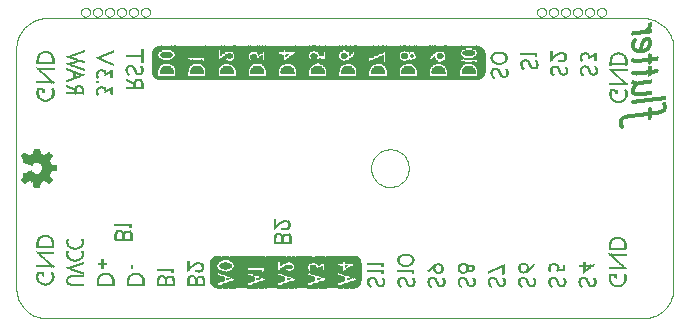
<source format=gbo>
G75*
%MOIN*%
%OFA0B0*%
%FSLAX24Y24*%
%IPPOS*%
%LPD*%
%AMOC8*
5,1,8,0,0,1.08239X$1,22.5*
%
%ADD10C,0.0000*%
%ADD11R,0.0003X0.0049*%
%ADD12R,0.0003X0.0105*%
%ADD13R,0.0003X0.0139*%
%ADD14R,0.0003X0.0164*%
%ADD15R,0.0003X0.0185*%
%ADD16R,0.0003X0.0206*%
%ADD17R,0.0003X0.0220*%
%ADD18R,0.0003X0.0238*%
%ADD19R,0.0003X0.0252*%
%ADD20R,0.0003X0.0261*%
%ADD21R,0.0003X0.0275*%
%ADD22R,0.0003X0.0289*%
%ADD23R,0.0003X0.0300*%
%ADD24R,0.0003X0.0307*%
%ADD25R,0.0003X0.0321*%
%ADD26R,0.0003X0.0328*%
%ADD27R,0.0003X0.0338*%
%ADD28R,0.0003X0.0346*%
%ADD29R,0.0003X0.0352*%
%ADD30R,0.0003X0.0356*%
%ADD31R,0.0003X0.0363*%
%ADD32R,0.0003X0.0370*%
%ADD33R,0.0003X0.0377*%
%ADD34R,0.0003X0.0381*%
%ADD35R,0.0003X0.0384*%
%ADD36R,0.0003X0.0388*%
%ADD37R,0.0003X0.0391*%
%ADD38R,0.0003X0.0395*%
%ADD39R,0.0003X0.0171*%
%ADD40R,0.0003X0.0167*%
%ADD41R,0.0003X0.0154*%
%ADD42R,0.0003X0.0150*%
%ADD43R,0.0003X0.0147*%
%ADD44R,0.0003X0.0133*%
%ADD45R,0.0003X0.0140*%
%ADD46R,0.0003X0.0118*%
%ADD47R,0.0003X0.0111*%
%ADD48R,0.0003X0.0101*%
%ADD49R,0.0003X0.0137*%
%ADD50R,0.0003X0.0090*%
%ADD51R,0.0003X0.0136*%
%ADD52R,0.0003X0.0083*%
%ADD53R,0.0003X0.0133*%
%ADD54R,0.0003X0.0073*%
%ADD55R,0.0003X0.0066*%
%ADD56R,0.0003X0.0130*%
%ADD57R,0.0003X0.0056*%
%ADD58R,0.0003X0.0126*%
%ADD59R,0.0003X0.0048*%
%ADD60R,0.0003X0.0129*%
%ADD61R,0.0003X0.0038*%
%ADD62R,0.0003X0.0126*%
%ADD63R,0.0003X0.0028*%
%ADD64R,0.0003X0.0013*%
%ADD65R,0.0003X0.0123*%
%ADD66R,0.0003X0.0122*%
%ADD67R,0.0003X0.0125*%
%ADD68R,0.0003X0.0122*%
%ADD69R,0.0003X0.0122*%
%ADD70R,0.0003X0.0119*%
%ADD71R,0.0003X0.0118*%
%ADD72R,0.0003X0.0119*%
%ADD73R,0.0003X0.0115*%
%ADD74R,0.0003X0.0118*%
%ADD75R,0.0003X0.0115*%
%ADD76R,0.0003X0.0112*%
%ADD77R,0.0003X0.0111*%
%ADD78R,0.0003X0.0112*%
%ADD79R,0.0003X0.0112*%
%ADD80R,0.0003X0.0024*%
%ADD81R,0.0003X0.0041*%
%ADD82R,0.0003X0.0014*%
%ADD83R,0.0003X0.0010*%
%ADD84R,0.0003X0.0039*%
%ADD85R,0.0003X0.0025*%
%ADD86R,0.0003X0.0059*%
%ADD87R,0.0003X0.0104*%
%ADD88R,0.0003X0.0045*%
%ADD89R,0.0003X0.0042*%
%ADD90R,0.0003X0.0095*%
%ADD91R,0.0003X0.0060*%
%ADD92R,0.0003X0.0080*%
%ADD93R,0.0003X0.0143*%
%ADD94R,0.0003X0.0077*%
%ADD95R,0.0003X0.0087*%
%ADD96R,0.0003X0.0168*%
%ADD97R,0.0003X0.0070*%
%ADD98R,0.0003X0.0069*%
%ADD99R,0.0003X0.0147*%
%ADD100R,0.0003X0.0087*%
%ADD101R,0.0003X0.0094*%
%ADD102R,0.0003X0.0192*%
%ADD103R,0.0003X0.0084*%
%ADD104R,0.0003X0.0098*%
%ADD105R,0.0003X0.0213*%
%ADD106R,0.0003X0.0091*%
%ADD107R,0.0003X0.0102*%
%ADD108R,0.0003X0.0104*%
%ADD109R,0.0003X0.0230*%
%ADD110R,0.0003X0.0097*%
%ADD111R,0.0003X0.0097*%
%ADD112R,0.0003X0.0203*%
%ADD113R,0.0003X0.0108*%
%ADD114R,0.0003X0.0248*%
%ADD115R,0.0003X0.0209*%
%ADD116R,0.0003X0.0262*%
%ADD117R,0.0003X0.0223*%
%ADD118R,0.0003X0.0112*%
%ADD119R,0.0003X0.0280*%
%ADD120R,0.0003X0.0111*%
%ADD121R,0.0003X0.0108*%
%ADD122R,0.0003X0.0105*%
%ADD123R,0.0003X0.0233*%
%ADD124R,0.0003X0.0294*%
%ADD125R,0.0003X0.0244*%
%ADD126R,0.0003X0.0254*%
%ADD127R,0.0003X0.0314*%
%ADD128R,0.0003X0.0325*%
%ADD129R,0.0003X0.0268*%
%ADD130R,0.0003X0.0339*%
%ADD131R,0.0003X0.0276*%
%ADD132R,0.0003X0.0286*%
%ADD133R,0.0003X0.0360*%
%ADD134R,0.0003X0.0293*%
%ADD135R,0.0003X0.0366*%
%ADD136R,0.0003X0.0377*%
%ADD137R,0.0003X0.0303*%
%ADD138R,0.0003X0.0383*%
%ADD139R,0.0003X0.0311*%
%ADD140R,0.0003X0.0115*%
%ADD141R,0.0003X0.0391*%
%ADD142R,0.0003X0.0122*%
%ADD143R,0.0003X0.0317*%
%ADD144R,0.0003X0.0116*%
%ADD145R,0.0003X0.0397*%
%ADD146R,0.0003X0.0116*%
%ADD147R,0.0003X0.0405*%
%ADD148R,0.0003X0.0408*%
%ADD149R,0.0003X0.0335*%
%ADD150R,0.0003X0.0415*%
%ADD151R,0.0003X0.0422*%
%ADD152R,0.0003X0.0349*%
%ADD153R,0.0003X0.0426*%
%ADD154R,0.0003X0.0352*%
%ADD155R,0.0003X0.0429*%
%ADD156R,0.0003X0.0199*%
%ADD157R,0.0003X0.0154*%
%ADD158R,0.0003X0.0185*%
%ADD159R,0.0003X0.0122*%
%ADD160R,0.0003X0.0164*%
%ADD161R,0.0003X0.0171*%
%ADD162R,0.0003X0.0174*%
%ADD163R,0.0003X0.0167*%
%ADD164R,0.0003X0.0146*%
%ADD165R,0.0003X0.0164*%
%ADD166R,0.0003X0.0244*%
%ADD167R,0.0003X0.0139*%
%ADD168R,0.0003X0.0160*%
%ADD169R,0.0003X0.0237*%
%ADD170R,0.0003X0.0153*%
%ADD171R,0.0003X0.0076*%
%ADD172R,0.0003X0.0112*%
%ADD173R,0.0003X0.0073*%
%ADD174R,0.0003X0.0143*%
%ADD175R,0.0003X0.0203*%
%ADD176R,0.0003X0.0122*%
%ADD177R,0.0003X0.0116*%
%ADD178R,0.0003X0.0063*%
%ADD179R,0.0003X0.0196*%
%ADD180R,0.0003X0.0192*%
%ADD181R,0.0003X0.0189*%
%ADD182R,0.0003X0.0035*%
%ADD183R,0.0003X0.0021*%
%ADD184R,0.0003X0.0182*%
%ADD185R,0.0003X0.0011*%
%ADD186R,0.0003X0.0178*%
%ADD187R,0.0003X0.0132*%
%ADD188R,0.0003X0.0175*%
%ADD189R,0.0003X0.0112*%
%ADD190R,0.0003X0.0167*%
%ADD191R,0.0003X0.0108*%
%ADD192R,0.0003X0.0157*%
%ADD193R,0.0003X0.0129*%
%ADD194R,0.0003X0.0146*%
%ADD195R,0.0003X0.0139*%
%ADD196R,0.0003X0.0136*%
%ADD197R,0.0003X0.0227*%
%ADD198R,0.0003X0.0245*%
%ADD199R,0.0003X0.0129*%
%ADD200R,0.0003X0.0296*%
%ADD201R,0.0003X0.0307*%
%ADD202R,0.0003X0.0317*%
%ADD203R,0.0003X0.0345*%
%ADD204R,0.0003X0.0119*%
%ADD205R,0.0003X0.0352*%
%ADD206R,0.0003X0.0359*%
%ADD207R,0.0003X0.0373*%
%ADD208R,0.0003X0.0380*%
%ADD209R,0.0003X0.0387*%
%ADD210R,0.0003X0.0402*%
%ADD211R,0.0003X0.0412*%
%ADD212R,0.0003X0.0416*%
%ADD213R,0.0003X0.0423*%
%ADD214R,0.0003X0.0258*%
%ADD215R,0.0003X0.0241*%
%ADD216R,0.0003X0.0227*%
%ADD217R,0.0003X0.0216*%
%ADD218R,0.0003X0.0210*%
%ADD219R,0.0003X0.0199*%
%ADD220R,0.0003X0.0191*%
%ADD221R,0.0003X0.0126*%
%ADD222R,0.0003X0.0181*%
%ADD223R,0.0003X0.0157*%
%ADD224R,0.0003X0.0140*%
%ADD225R,0.0003X0.0139*%
%ADD226R,0.0003X0.0147*%
%ADD227R,0.0003X0.0151*%
%ADD228R,0.0003X0.0154*%
%ADD229R,0.0003X0.0119*%
%ADD230R,0.0003X0.0129*%
%ADD231R,0.0003X0.0158*%
%ADD232R,0.0003X0.0161*%
%ADD233R,0.0003X0.0132*%
%ADD234R,0.0003X0.0165*%
%ADD235R,0.0003X0.0178*%
%ADD236R,0.0003X0.0154*%
%ADD237R,0.0003X0.0213*%
%ADD238R,0.0003X0.0160*%
%ADD239R,0.0003X0.0119*%
%ADD240R,0.0003X0.0217*%
%ADD241R,0.0003X0.0310*%
%ADD242R,0.0003X0.0234*%
%ADD243R,0.0003X0.0324*%
%ADD244R,0.0003X0.0322*%
%ADD245R,0.0003X0.0179*%
%ADD246R,0.0003X0.0332*%
%ADD247R,0.0003X0.0367*%
%ADD248R,0.0003X0.0255*%
%ADD249R,0.0003X0.0272*%
%ADD250R,0.0003X0.0342*%
%ADD251R,0.0003X0.0353*%
%ADD252R,0.0003X0.0325*%
%ADD253R,0.0003X0.0356*%
%ADD254R,0.0003X0.0395*%
%ADD255R,0.0003X0.0387*%
%ADD256R,0.0003X0.0359*%
%ADD257R,0.0003X0.0398*%
%ADD258R,0.0003X0.0217*%
%ADD259R,0.0003X0.0374*%
%ADD260R,0.0003X0.0367*%
%ADD261R,0.0003X0.0212*%
%ADD262R,0.0003X0.0209*%
%ADD263R,0.0003X0.0205*%
%ADD264R,0.0003X0.0325*%
%ADD265R,0.0003X0.0363*%
%ADD266R,0.0003X0.0366*%
%ADD267R,0.0003X0.0402*%
%ADD268R,0.0003X0.0202*%
%ADD269R,0.0003X0.0314*%
%ADD270R,0.0003X0.0198*%
%ADD271R,0.0003X0.0195*%
%ADD272R,0.0003X0.0188*%
%ADD273R,0.0003X0.0349*%
%ADD274R,0.0003X0.0182*%
%ADD275R,0.0003X0.0269*%
%ADD276R,0.0003X0.0251*%
%ADD277R,0.0003X0.0377*%
%ADD278R,0.0003X0.0240*%
%ADD279R,0.0003X0.0161*%
%ADD280R,0.0003X0.0321*%
%ADD281R,0.0003X0.0318*%
%ADD282R,0.0003X0.0356*%
%ADD283R,0.0003X0.0102*%
%ADD284R,0.0003X0.0088*%
%ADD285R,0.0003X0.0077*%
%ADD286R,0.0003X0.0062*%
%ADD287R,0.0003X0.0084*%
%ADD288R,0.0003X0.0109*%
%ADD289R,0.0003X0.0094*%
%ADD290R,0.0003X0.0098*%
%ADD291R,0.0003X0.0032*%
%ADD292R,0.0003X0.0028*%
%ADD293R,0.0003X0.0129*%
%ADD294R,0.0003X0.0007*%
%ADD295R,0.0003X0.0175*%
%ADD296R,0.0003X0.0342*%
%ADD297R,0.0003X0.0339*%
%ADD298R,0.0003X0.0332*%
%ADD299R,0.0003X0.0290*%
%ADD300R,0.0003X0.0279*%
%ADD301R,0.0003X0.0224*%
%ADD302R,0.0003X0.0073*%
%ADD303R,0.0003X0.0259*%
%ADD304R,0.0003X0.0266*%
%ADD305R,0.0003X0.0070*%
%ADD306R,0.0003X0.0276*%
%ADD307R,0.0003X0.0279*%
%ADD308R,0.0003X0.0297*%
%ADD309R,0.0003X0.0304*%
%ADD310R,0.0003X0.0318*%
%ADD311R,0.0003X0.0321*%
%ADD312R,0.0003X0.0070*%
%ADD313R,0.0003X0.0087*%
%ADD314R,0.0003X0.0081*%
%ADD315R,0.0003X0.0074*%
%ADD316R,0.0003X0.0067*%
%ADD317R,0.0003X0.0087*%
%ADD318R,0.0003X0.0279*%
%ADD319R,0.0003X0.0272*%
%ADD320R,0.0003X0.0245*%
%ADD321R,0.0003X0.0276*%
%ADD322R,0.0003X0.0283*%
%ADD323R,0.0003X0.0290*%
%ADD324R,0.0003X0.0084*%
%ADD325R,0.0003X0.0069*%
%ADD326R,0.0003X0.0069*%
%ADD327R,0.0003X0.0087*%
%ADD328R,0.0003X0.0304*%
%ADD329R,0.0003X0.0255*%
%ADD330R,0.0003X0.0335*%
%ADD331R,0.0003X0.0293*%
%ADD332R,0.0003X0.0331*%
%ADD333R,0.0003X0.0317*%
%ADD334R,0.0003X0.0307*%
%ADD335R,0.0003X0.0098*%
%ADD336R,0.0003X0.0094*%
%ADD337R,0.0003X0.0094*%
%ADD338R,0.0003X0.0080*%
%ADD339R,0.0003X0.0090*%
%ADD340R,0.0003X0.0067*%
%ADD341R,0.0003X0.0077*%
%ADD342R,0.0003X0.0007*%
%ADD343R,0.0003X0.0104*%
%ADD344R,0.0003X0.0059*%
%ADD345R,0.0003X0.0067*%
%ADD346R,0.0003X0.0074*%
%ADD347R,0.0003X0.0259*%
%ADD348R,0.0003X0.0074*%
%ADD349R,0.0003X0.0080*%
%ADD350R,0.0003X0.0076*%
%ADD351R,0.0003X0.0102*%
%ADD352R,0.0003X0.0273*%
%ADD353R,0.0003X0.0265*%
%ADD354R,0.0003X0.0259*%
%ADD355R,0.0003X0.0237*%
%ADD356R,0.0003X0.0101*%
%ADD357R,0.0003X0.0189*%
%ADD358R,0.0003X0.0206*%
%ADD359R,0.0007X0.0014*%
%ADD360R,0.0007X0.0021*%
%ADD361R,0.0007X0.0035*%
%ADD362R,0.0007X0.0049*%
%ADD363R,0.0007X0.0049*%
%ADD364R,0.0007X0.0070*%
%ADD365R,0.0007X0.0084*%
%ADD366R,0.0007X0.0105*%
%ADD367R,0.0007X0.0119*%
%ADD368R,0.0007X0.0119*%
%ADD369R,0.0007X0.0140*%
%ADD370R,0.0007X0.0154*%
%ADD371R,0.0007X0.0007*%
%ADD372R,0.0007X0.0007*%
%ADD373R,0.0007X0.0175*%
%ADD374R,0.0007X0.0021*%
%ADD375R,0.0007X0.0189*%
%ADD376R,0.0007X0.0042*%
%ADD377R,0.0007X0.0042*%
%ADD378R,0.0007X0.0203*%
%ADD379R,0.0007X0.0056*%
%ADD380R,0.0007X0.0210*%
%ADD381R,0.0007X0.0308*%
%ADD382R,0.0007X0.0315*%
%ADD383R,0.0007X0.0322*%
%ADD384R,0.0007X0.0322*%
%ADD385R,0.0007X0.0329*%
%ADD386R,0.0007X0.0342*%
%ADD387R,0.0007X0.0343*%
%ADD388R,0.0007X0.0349*%
%ADD389R,0.0007X0.0350*%
%ADD390R,0.0007X0.0356*%
%ADD391R,0.0007X0.0357*%
%ADD392R,0.0007X0.0350*%
%ADD393R,0.0007X0.0350*%
%ADD394R,0.0007X0.0343*%
%ADD395R,0.0007X0.0336*%
%ADD396R,0.0007X0.0336*%
%ADD397R,0.0007X0.0336*%
%ADD398R,0.0007X0.0329*%
%ADD399R,0.0007X0.0329*%
%ADD400R,0.0007X0.0329*%
%ADD401R,0.0007X0.0322*%
%ADD402R,0.0007X0.0322*%
%ADD403R,0.0007X0.0322*%
%ADD404R,0.0007X0.0322*%
%ADD405R,0.0007X0.0364*%
%ADD406R,0.0007X0.0364*%
%ADD407R,0.0007X0.0364*%
%ADD408R,0.0007X0.0364*%
%ADD409R,0.0007X0.0378*%
%ADD410R,0.0007X0.0371*%
%ADD411R,0.0007X0.0378*%
%ADD412R,0.0007X0.0385*%
%ADD413R,0.0007X0.0371*%
%ADD414R,0.0007X0.0364*%
%ADD415R,0.0007X0.0357*%
%ADD416R,0.0007X0.0357*%
%ADD417R,0.0007X0.0370*%
%ADD418R,0.0007X0.0405*%
%ADD419R,0.0007X0.0406*%
%ADD420R,0.0007X0.0433*%
%ADD421R,0.0007X0.0434*%
%ADD422R,0.0007X0.0468*%
%ADD423R,0.0007X0.0469*%
%ADD424R,0.0007X0.0482*%
%ADD425R,0.0007X0.0483*%
%ADD426R,0.0007X0.0489*%
%ADD427R,0.0007X0.0483*%
%ADD428R,0.0007X0.0482*%
%ADD429R,0.0007X0.0476*%
%ADD430R,0.0007X0.0482*%
%ADD431R,0.0007X0.0476*%
%ADD432R,0.0007X0.0475*%
%ADD433R,0.0007X0.0475*%
%ADD434R,0.0007X0.0469*%
%ADD435R,0.0007X0.0469*%
%ADD436R,0.0007X0.0475*%
%ADD437R,0.0007X0.0469*%
%ADD438R,0.0007X0.0007*%
%ADD439R,0.0007X0.0014*%
%ADD440R,0.0007X0.0168*%
%ADD441R,0.0007X0.0063*%
%ADD442R,0.0007X0.0160*%
%ADD443R,0.0007X0.0104*%
%ADD444R,0.0007X0.0028*%
%ADD445R,0.0007X0.0202*%
%ADD446R,0.0007X0.0188*%
%ADD447R,0.0007X0.0028*%
%ADD448R,0.0007X0.0063*%
%ADD449R,0.0007X0.0175*%
%ADD450R,0.0007X0.0231*%
%ADD451R,0.0007X0.0035*%
%ADD452R,0.0007X0.0230*%
%ADD453R,0.0007X0.0216*%
%ADD454R,0.0007X0.0245*%
%ADD455R,0.0007X0.0042*%
%ADD456R,0.0007X0.0265*%
%ADD457R,0.0007X0.0237*%
%ADD458R,0.0007X0.0063*%
%ADD459R,0.0007X0.0245*%
%ADD460R,0.0007X0.0259*%
%ADD461R,0.0007X0.0049*%
%ADD462R,0.0007X0.0293*%
%ADD463R,0.0007X0.0258*%
%ADD464R,0.0007X0.0042*%
%ADD465R,0.0007X0.0273*%
%ADD466R,0.0007X0.0272*%
%ADD467R,0.0007X0.0307*%
%ADD468R,0.0007X0.0272*%
%ADD469R,0.0007X0.0301*%
%ADD470R,0.0007X0.0286*%
%ADD471R,0.0007X0.0321*%
%ADD472R,0.0007X0.0286*%
%ADD473R,0.0007X0.0315*%
%ADD474R,0.0007X0.0300*%
%ADD475R,0.0007X0.0070*%
%ADD476R,0.0007X0.0118*%
%ADD477R,0.0007X0.0293*%
%ADD478R,0.0007X0.0077*%
%ADD479R,0.0007X0.0307*%
%ADD480R,0.0007X0.0070*%
%ADD481R,0.0007X0.0112*%
%ADD482R,0.0007X0.0482*%
%ADD483R,0.0007X0.0483*%
%ADD484R,0.0007X0.0132*%
%ADD485R,0.0007X0.0084*%
%ADD486R,0.0007X0.0147*%
%ADD487R,0.0007X0.0062*%
%ADD488R,0.0007X0.0077*%
%ADD489R,0.0007X0.0119*%
%ADD490R,0.0007X0.0476*%
%ADD491R,0.0007X0.0111*%
%ADD492R,0.0007X0.0091*%
%ADD493R,0.0007X0.0098*%
%ADD494R,0.0007X0.0126*%
%ADD495R,0.0007X0.0062*%
%ADD496R,0.0007X0.0111*%
%ADD497R,0.0007X0.0440*%
%ADD498R,0.0007X0.0448*%
%ADD499R,0.0007X0.0104*%
%ADD500R,0.0007X0.0098*%
%ADD501R,0.0007X0.0112*%
%ADD502R,0.0007X0.0062*%
%ADD503R,0.0007X0.0091*%
%ADD504R,0.0007X0.0412*%
%ADD505R,0.0007X0.0097*%
%ADD506R,0.0007X0.0105*%
%ADD507R,0.0007X0.0097*%
%ADD508R,0.0007X0.0377*%
%ADD509R,0.0007X0.0090*%
%ADD510R,0.0007X0.0098*%
%ADD511R,0.0007X0.0090*%
%ADD512R,0.0007X0.0112*%
%ADD513R,0.0007X0.0084*%
%ADD514R,0.0007X0.0119*%
%ADD515R,0.0007X0.0083*%
%ADD516R,0.0007X0.0077*%
%ADD517R,0.0007X0.0126*%
%ADD518R,0.0007X0.0076*%
%ADD519R,0.0007X0.0077*%
%ADD520R,0.0007X0.0133*%
%ADD521R,0.0007X0.0076*%
%ADD522R,0.0007X0.0357*%
%ADD523R,0.0007X0.0357*%
%ADD524R,0.0007X0.0077*%
%ADD525R,0.0007X0.0076*%
%ADD526R,0.0007X0.0357*%
%ADD527R,0.0007X0.0069*%
%ADD528R,0.0007X0.0069*%
%ADD529R,0.0007X0.0392*%
%ADD530R,0.0007X0.0391*%
%ADD531R,0.0007X0.0069*%
%ADD532R,0.0007X0.0413*%
%ADD533R,0.0007X0.0902*%
%ADD534R,0.0007X0.0902*%
%ADD535R,0.0007X0.0888*%
%ADD536R,0.0007X0.0146*%
%ADD537R,0.0007X0.0888*%
%ADD538R,0.0007X0.0069*%
%ADD539R,0.0007X0.0146*%
%ADD540R,0.0007X0.0874*%
%ADD541R,0.0007X0.0154*%
%ADD542R,0.0007X0.0874*%
%ADD543R,0.0007X0.0146*%
%ADD544R,0.0007X0.0860*%
%ADD545R,0.0007X0.0139*%
%ADD546R,0.0007X0.0860*%
%ADD547R,0.0007X0.0139*%
%ADD548R,0.0007X0.0147*%
%ADD549R,0.0007X0.0132*%
%ADD550R,0.0007X0.0147*%
%ADD551R,0.0007X0.0118*%
%ADD552R,0.0007X0.0140*%
%ADD553R,0.0007X0.0112*%
%ADD554R,0.0007X0.0874*%
%ADD555R,0.0007X0.0888*%
%ADD556R,0.0007X0.0916*%
%ADD557R,0.0007X0.0916*%
%ADD558R,0.0007X0.0930*%
%ADD559R,0.0007X0.0944*%
%ADD560R,0.0007X0.0944*%
%ADD561R,0.0007X0.0958*%
%ADD562R,0.0007X0.0056*%
%ADD563R,0.0007X0.0972*%
%ADD564R,0.0007X0.0077*%
%ADD565R,0.0007X0.0986*%
%ADD566R,0.0007X0.1000*%
%ADD567R,0.0007X0.1007*%
%ADD568R,0.0007X0.1014*%
%ADD569R,0.0007X0.1027*%
%ADD570R,0.0007X0.1041*%
%ADD571R,0.0007X0.1041*%
%ADD572R,0.0007X0.1027*%
%ADD573R,0.0007X0.1014*%
%ADD574R,0.0007X0.0224*%
%ADD575R,0.0007X0.0454*%
%ADD576R,0.0007X0.0224*%
%ADD577R,0.0007X0.0210*%
%ADD578R,0.0007X0.0412*%
%ADD579R,0.0007X0.0189*%
%ADD580R,0.0007X0.0384*%
%ADD581R,0.0007X0.0342*%
%ADD582R,0.0007X0.0314*%
%ADD583R,0.0007X0.0279*%
%ADD584R,0.0007X0.0084*%
%ADD585R,0.0007X0.0244*%
%ADD586R,0.0007X0.0125*%
%ADD587R,0.0007X0.0237*%
%ADD588R,0.0007X0.0230*%
%ADD589R,0.0007X0.0084*%
%ADD590R,0.0007X0.0056*%
%ADD591R,0.0007X0.0097*%
%ADD592R,0.0007X0.0105*%
%ADD593R,0.0007X0.0091*%
%ADD594R,0.0007X0.0097*%
%ADD595R,0.0007X0.0230*%
%ADD596R,0.0007X0.0097*%
%ADD597R,0.0007X0.0104*%
%ADD598R,0.0007X0.0216*%
%ADD599R,0.0007X0.0139*%
%ADD600R,0.0007X0.0111*%
%ADD601R,0.0007X0.0083*%
%ADD602R,0.0007X0.0307*%
%ADD603R,0.0007X0.0314*%
%ADD604R,0.0007X0.0308*%
%ADD605R,0.0007X0.0293*%
%ADD606R,0.0007X0.0301*%
%ADD607R,0.0007X0.0202*%
%ADD608R,0.0007X0.0259*%
%ADD609R,0.0007X0.0042*%
%ADD610R,0.0007X0.0279*%
%ADD611R,0.0007X0.0279*%
%ADD612R,0.0007X0.0294*%
%ADD613R,0.0007X0.0251*%
%ADD614R,0.0007X0.0265*%
%ADD615R,0.0007X0.0273*%
%ADD616R,0.0007X0.0202*%
%ADD617R,0.0007X0.0224*%
%ADD618R,0.0007X0.0035*%
%ADD619R,0.0007X0.0223*%
%ADD620R,0.0007X0.0244*%
%ADD621R,0.0007X0.0181*%
%ADD622R,0.0007X0.0028*%
%ADD623R,0.0007X0.0217*%
%ADD624R,0.0007X0.0161*%
%ADD625R,0.0007X0.0132*%
%ADD626R,0.0007X0.0195*%
%ADD627R,0.0007X0.0188*%
%ADD628R,0.0007X0.0188*%
%ADD629R,0.0007X0.0174*%
%ADD630R,0.0007X0.0174*%
%ADD631R,0.0007X0.0014*%
%ADD632R,0.0007X0.0007*%
%ADD633R,0.0007X0.0055*%
%ADD634R,0.0007X0.0014*%
%ADD635R,0.0007X0.0048*%
%ADD636R,0.0007X0.0161*%
%ADD637R,0.0007X0.0014*%
%ADD638R,0.0007X0.0014*%
%ADD639R,0.0007X0.0055*%
%ADD640R,0.0007X0.0196*%
%ADD641R,0.0007X0.0182*%
%ADD642R,0.0007X0.0055*%
%ADD643R,0.0007X0.0209*%
%ADD644R,0.0007X0.0237*%
%ADD645R,0.0007X0.0231*%
%ADD646R,0.0007X0.0048*%
%ADD647R,0.0007X0.0237*%
%ADD648R,0.0007X0.0041*%
%ADD649R,0.0007X0.0020*%
%ADD650R,0.0007X0.0006*%
%ADD651R,0.0007X0.0007*%
%ADD652R,0.0007X0.0042*%
%ADD653R,0.0007X0.0049*%
%ADD654R,0.0007X0.0048*%
%ADD655R,0.0007X0.0049*%
%ADD656R,0.0007X0.0049*%
%ADD657R,0.0007X0.0280*%
%ADD658R,0.0007X0.0280*%
%ADD659R,0.0007X0.0266*%
%ADD660R,0.0007X0.0266*%
%ADD661R,0.0007X0.0259*%
%ADD662R,0.0007X0.0189*%
%ADD663R,0.0007X0.0252*%
%ADD664R,0.0007X0.0196*%
%ADD665R,0.0007X0.0252*%
%ADD666R,0.0007X0.0217*%
%ADD667R,0.0007X0.0238*%
%ADD668R,0.0007X0.0238*%
%ADD669R,0.0007X0.0252*%
%ADD670R,0.0007X0.0266*%
%ADD671R,0.0007X0.0084*%
%ADD672R,0.0007X0.0069*%
%ADD673R,0.0007X0.0013*%
%ADD674R,0.0007X0.0020*%
%ADD675R,0.0007X0.0041*%
%ADD676R,0.0007X0.0223*%
%ADD677R,0.0007X0.0224*%
%ADD678R,0.0007X0.0209*%
%ADD679R,0.0007X0.0196*%
%ADD680R,0.0007X0.0168*%
%ADD681R,0.0007X0.0133*%
%ADD682R,0.0007X0.0182*%
%ADD683R,0.0007X0.0182*%
%ADD684R,0.0007X0.0203*%
%ADD685R,0.0007X0.0161*%
%ADD686R,0.0007X0.0217*%
%ADD687R,0.0007X0.0287*%
%ADD688R,0.0007X0.0007*%
%ADD689R,0.0007X0.0133*%
%ADD690R,0.0007X0.0301*%
%ADD691R,0.0007X0.0062*%
%ADD692R,0.0007X0.0062*%
%ADD693R,0.0007X0.0147*%
%ADD694R,0.0007X0.0112*%
%ADD695R,0.0007X0.0119*%
%ADD696R,0.0007X0.0231*%
%ADD697R,0.0007X0.0062*%
%ADD698R,0.0007X0.0245*%
%ADD699R,0.0007X0.0083*%
%ADD700R,0.0007X0.0112*%
%ADD701R,0.0007X0.0259*%
%ADD702R,0.0007X0.0182*%
%ADD703R,0.0007X0.0294*%
%ADD704R,0.0007X0.0252*%
%ADD705R,0.0007X0.0287*%
%ADD706R,0.0007X0.0203*%
%ADD707R,0.0007X0.0069*%
%ADD708R,0.0007X0.0287*%
%ADD709R,0.0007X0.0154*%
%ADD710R,0.0007X0.0126*%
%ADD711R,0.0007X0.0238*%
%ADD712R,0.0007X0.0147*%
%ADD713R,0.0007X0.0139*%
%ADD714R,0.0007X0.0104*%
%ADD715R,0.0007X0.0462*%
%ADD716R,0.0007X0.0462*%
%ADD717R,0.0007X0.0259*%
%ADD718R,0.0007X0.0462*%
%ADD719R,0.0007X0.0210*%
%ADD720R,0.0007X0.0175*%
%ADD721R,0.0007X0.0671*%
%ADD722R,0.0007X0.0713*%
%ADD723R,0.0007X0.0755*%
%ADD724R,0.0007X0.0790*%
%ADD725R,0.0007X0.0811*%
%ADD726R,0.0007X0.0839*%
%ADD727R,0.0007X0.0867*%
%ADD728R,0.0007X0.0881*%
%ADD729R,0.0007X0.0923*%
%ADD730R,0.0007X0.0937*%
%ADD731R,0.0007X0.0951*%
%ADD732R,0.0007X0.0965*%
%ADD733R,0.0007X0.0979*%
%ADD734R,0.0007X0.0993*%
%ADD735R,0.0007X0.1000*%
%ADD736R,0.0007X0.1021*%
%ADD737R,0.0007X0.1035*%
%ADD738R,0.0007X0.1035*%
%ADD739R,0.0007X0.1049*%
%ADD740R,0.0007X0.1049*%
%ADD741R,0.0007X0.1063*%
%ADD742R,0.0007X0.1063*%
%ADD743R,0.0007X0.1077*%
%ADD744R,0.0007X0.1077*%
%ADD745R,0.0007X0.1084*%
%ADD746R,0.0007X0.0846*%
%ADD747R,0.0007X0.0433*%
%ADD748R,0.0007X0.0405*%
%ADD749R,0.0007X0.0294*%
%ADD750R,0.0007X0.0370*%
%ADD751R,0.0007X0.0217*%
%ADD752R,0.0007X0.0356*%
%ADD753R,0.0007X0.0335*%
%ADD754R,0.0007X0.0154*%
%ADD755R,0.0007X0.0140*%
%ADD756R,0.0007X0.0195*%
%ADD757R,0.0007X0.0168*%
%ADD758R,0.0007X0.0160*%
%ADD759R,0.0007X0.0217*%
%ADD760R,0.0007X0.0182*%
%ADD761R,0.0007X0.0160*%
%ADD762R,0.0007X0.0153*%
%ADD763R,0.0007X0.0139*%
%ADD764R,0.0007X0.0252*%
%ADD765R,0.0007X0.0217*%
%ADD766R,0.0007X0.0125*%
%ADD767R,0.0007X0.0118*%
%ADD768R,0.0007X0.0153*%
%ADD769R,0.0007X0.0167*%
%ADD770R,0.0007X0.0167*%
%ADD771R,0.0007X0.0181*%
%ADD772R,0.0007X0.0202*%
%ADD773R,0.0007X0.0202*%
%ADD774R,0.0007X0.0119*%
%ADD775R,0.0007X0.0251*%
%ADD776R,0.0007X0.0356*%
%ADD777R,0.0007X0.0377*%
%ADD778R,0.0007X0.0273*%
%ADD779R,0.0007X0.0419*%
%ADD780R,0.0007X0.0769*%
%ADD781R,0.0007X0.0818*%
%ADD782R,0.0007X0.1119*%
%ADD783R,0.0007X0.1119*%
%ADD784R,0.0007X0.1119*%
%ADD785R,0.0007X0.0392*%
%ADD786R,0.0007X0.0398*%
%ADD787R,0.0007X0.0252*%
%ADD788R,0.0007X0.0392*%
%ADD789R,0.0007X0.0349*%
%ADD790R,0.0007X0.0392*%
%ADD791R,0.0007X0.0286*%
%ADD792R,0.0007X0.0251*%
%ADD793R,0.0007X0.0181*%
%ADD794R,0.0007X0.0167*%
%ADD795R,0.0007X0.0167*%
%ADD796R,0.0007X0.0132*%
%ADD797R,0.0007X0.0132*%
%ADD798R,0.0007X0.0167*%
%ADD799R,0.0007X0.0147*%
%ADD800R,0.0007X0.0727*%
%ADD801R,0.0007X0.0734*%
%ADD802R,0.0007X0.0755*%
%ADD803R,0.0007X0.0790*%
%ADD804R,0.0007X0.0818*%
%ADD805R,0.0007X0.0664*%
%ADD806R,0.0007X0.0720*%
%ADD807R,0.0007X0.0769*%
%ADD808R,0.0007X0.0797*%
%ADD809R,0.0007X0.0825*%
%ADD810R,0.0007X0.0853*%
%ADD811R,0.0007X0.0909*%
%ADD812R,0.0007X0.0923*%
%ADD813R,0.0007X0.0937*%
%ADD814R,0.0007X0.0965*%
%ADD815R,0.0007X0.0972*%
%ADD816R,0.0007X0.0986*%
%ADD817R,0.0007X0.1006*%
%ADD818R,0.0007X0.1013*%
%ADD819R,0.0007X0.1020*%
%ADD820R,0.0007X0.1027*%
%ADD821R,0.0007X0.1034*%
%ADD822R,0.0007X0.1048*%
%ADD823R,0.0007X0.1048*%
%ADD824R,0.0007X0.1055*%
%ADD825R,0.0007X0.1062*%
%ADD826R,0.0007X0.1069*%
%ADD827R,0.0007X0.1069*%
%ADD828R,0.0007X0.1076*%
%ADD829R,0.0007X0.1076*%
%ADD830R,0.0007X0.0727*%
%ADD831R,0.0007X0.0287*%
%ADD832R,0.0007X0.0363*%
%ADD833R,0.0007X0.0258*%
%ADD834R,0.0007X0.0329*%
%ADD835R,0.0007X0.0244*%
%ADD836R,0.0007X0.0174*%
%ADD837R,0.0007X0.0244*%
%ADD838R,0.0007X0.0308*%
%ADD839R,0.0007X0.0189*%
%ADD840R,0.0007X0.0280*%
%ADD841R,0.0007X0.0182*%
%ADD842R,0.0007X0.0272*%
%ADD843R,0.0007X0.0279*%
%ADD844R,0.0007X0.0132*%
%ADD845R,0.0007X0.0300*%
%ADD846R,0.0007X0.0153*%
%ADD847R,0.0007X0.0097*%
%ADD848R,0.0007X0.0189*%
%ADD849R,0.0007X0.0209*%
%ADD850R,0.0007X0.0223*%
%ADD851R,0.0007X0.0314*%
%ADD852R,0.0007X0.0321*%
%ADD853R,0.0007X0.0747*%
%ADD854R,0.0007X0.0307*%
%ADD855R,0.0007X0.0754*%
%ADD856R,0.0007X0.0342*%
%ADD857R,0.0007X0.0754*%
%ADD858R,0.0007X0.0734*%
%ADD859R,0.0007X0.0754*%
%ADD860R,0.0007X0.0761*%
%ADD861R,0.0007X0.0769*%
%ADD862R,0.0007X0.0761*%
%ADD863R,0.0007X0.0768*%
%ADD864R,0.0007X0.1083*%
%ADD865R,0.0007X0.1083*%
%ADD866R,0.0007X0.1083*%
%ADD867R,0.0007X0.0398*%
%ADD868R,0.0007X0.0727*%
%ADD869R,0.0007X0.0315*%
%ADD870R,0.0007X0.0287*%
%ADD871R,0.0007X0.0335*%
%ADD872R,0.0007X0.0398*%
%ADD873R,0.0007X0.0202*%
%ADD874R,0.0007X0.0209*%
%ADD875R,0.0007X0.0363*%
%ADD876R,0.0007X0.0363*%
%ADD877R,0.0007X0.0349*%
%ADD878R,0.0007X0.0342*%
%ADD879R,0.0007X0.0335*%
%ADD880R,0.0007X0.0328*%
%ADD881R,0.0007X0.0307*%
%ADD882R,0.0007X0.0195*%
%ADD883R,0.0007X0.0279*%
%ADD884R,0.0007X0.0747*%
%ADD885R,0.0007X0.0768*%
%ADD886R,0.0007X0.0566*%
%ADD887R,0.0007X0.0517*%
%ADD888R,0.0007X0.0454*%
%ADD889R,0.0007X0.0447*%
%ADD890R,0.0007X0.0419*%
%ADD891R,0.0007X0.0391*%
%ADD892R,0.0007X0.0328*%
%ADD893R,0.0007X0.0384*%
%ADD894R,0.0007X0.0377*%
%ADD895R,0.0007X0.0258*%
%ADD896R,0.0007X0.0216*%
%ADD897R,0.0007X0.0237*%
%ADD898R,0.0007X0.0342*%
%ADD899R,0.0007X0.0370*%
%ADD900R,0.0007X0.0461*%
%ADD901R,0.0007X0.0747*%
%ADD902R,0.0007X0.0496*%
%ADD903R,0.0007X0.0734*%
%ADD904R,0.0007X0.0678*%
%ADD905R,0.0007X0.0328*%
%ADD906R,0.0007X0.0384*%
%ADD907R,0.0007X0.0391*%
%ADD908R,0.0007X0.0384*%
%ADD909R,0.0007X0.0377*%
%ADD910R,0.0007X0.0384*%
%ADD911R,0.0007X0.0377*%
%ADD912R,0.0007X0.0321*%
%ADD913R,0.0007X0.0265*%
%ADD914R,0.0007X0.0167*%
%ADD915R,0.0007X0.0272*%
%ADD916R,0.0007X0.0287*%
%ADD917R,0.0007X0.0727*%
%ADD918R,0.0007X0.0818*%
%ADD919R,0.0007X0.0768*%
%ADD920R,0.0007X0.0762*%
%ADD921R,0.0007X0.0189*%
%ADD922R,0.0007X0.0412*%
%ADD923R,0.0007X0.0419*%
%ADD924R,0.0007X0.0426*%
%ADD925R,0.0007X0.0307*%
%ADD926R,0.0007X0.0433*%
%ADD927R,0.0007X0.0440*%
%ADD928R,0.0007X0.0447*%
%ADD929R,0.0007X0.0349*%
%ADD930R,0.0007X0.0489*%
%ADD931R,0.0007X0.0461*%
%ADD932R,0.0007X0.0713*%
%ADD933R,0.0007X0.0747*%
%ADD934R,0.0007X0.0747*%
%ADD935R,0.0007X0.1034*%
%ADD936R,0.0007X0.1000*%
%ADD937R,0.0007X0.0993*%
%ADD938R,0.0007X0.0979*%
%ADD939R,0.0007X0.0944*%
%ADD940R,0.0007X0.0881*%
%ADD941R,0.0007X0.0867*%
%ADD942R,0.0007X0.0839*%
%ADD943R,0.0007X0.0748*%
%ADD944R,0.0007X0.0706*%
%ADD945R,0.0007X0.0608*%
%ADD946R,0.0007X0.0427*%
%ADD947R,0.0007X0.0427*%
%ADD948R,0.0007X0.0420*%
%ADD949R,0.0007X0.0420*%
%ADD950R,0.0007X0.0413*%
%ADD951R,0.0007X0.0413*%
%ADD952R,0.0007X0.0406*%
%ADD953R,0.0007X0.0399*%
%ADD954R,0.0007X0.0399*%
%ADD955R,0.0007X0.0385*%
%ADD956R,0.0007X0.0385*%
%ADD957R,0.0007X0.0174*%
%ADD958R,0.0007X0.0174*%
%ADD959R,0.0007X0.0790*%
%ADD960R,0.0007X0.0461*%
%ADD961R,0.0007X0.0104*%
%ADD962R,0.0007X0.0090*%
%ADD963R,0.0007X0.0209*%
%ADD964R,0.0007X0.0349*%
%ADD965R,0.0007X0.0769*%
%ADD966R,0.0007X0.0434*%
%ADD967R,0.0007X0.0678*%
%ADD968R,0.0007X0.0378*%
%ADD969R,0.0007X0.0244*%
%ADD970R,0.0007X0.0279*%
%ADD971R,0.0007X0.0154*%
%ADD972R,0.0007X0.0755*%
%ADD973R,0.0007X0.0496*%
%ADD974R,0.0007X0.0104*%
%ADD975R,0.0007X0.0510*%
%ADD976R,0.0007X0.0811*%
%ADD977R,0.0007X0.1112*%
%ADD978R,0.0007X0.1112*%
%ADD979R,0.0007X0.1105*%
%ADD980R,0.0007X0.1105*%
%ADD981R,0.0007X0.1091*%
%ADD982R,0.0007X0.1091*%
%ADD983R,0.0007X0.1084*%
%ADD984R,0.0007X0.1077*%
%ADD985R,0.0007X0.1063*%
%ADD986R,0.0007X0.1042*%
%ADD987R,0.0007X0.1028*%
%ADD988R,0.0007X0.1021*%
%ADD989R,0.0007X0.1007*%
%ADD990R,0.0007X0.0930*%
%ADD991R,0.0007X0.0909*%
%ADD992R,0.0007X0.0895*%
%ADD993R,0.0007X0.0881*%
%ADD994R,0.0007X0.0853*%
%ADD995R,0.0007X0.0832*%
%ADD996R,0.0007X0.0783*%
%ADD997R,0.0007X0.0741*%
%ADD998R,0.0007X0.0699*%
%ADD999R,0.0007X0.0629*%
%ADD1000R,0.0007X0.0154*%
%ADD1001R,0.0007X0.0027*%
%ADD1002R,0.0007X0.0224*%
%ADD1003R,0.0007X0.0021*%
D10*
X008945Y004015D02*
X008945Y012015D01*
X008947Y012075D01*
X008952Y012136D01*
X008961Y012195D01*
X008974Y012254D01*
X008990Y012313D01*
X009010Y012370D01*
X009033Y012425D01*
X009060Y012480D01*
X009089Y012532D01*
X009122Y012583D01*
X009158Y012632D01*
X009196Y012678D01*
X009238Y012722D01*
X009282Y012764D01*
X009328Y012802D01*
X009377Y012838D01*
X009428Y012871D01*
X009480Y012900D01*
X009535Y012927D01*
X009590Y012950D01*
X009647Y012970D01*
X009706Y012986D01*
X009765Y012999D01*
X009824Y013008D01*
X009885Y013013D01*
X009945Y013015D01*
X029845Y013015D01*
X028295Y013215D02*
X028297Y013239D01*
X028303Y013263D01*
X028312Y013285D01*
X028325Y013305D01*
X028341Y013323D01*
X028360Y013338D01*
X028381Y013351D01*
X028403Y013359D01*
X028427Y013364D01*
X028451Y013365D01*
X028475Y013362D01*
X028498Y013355D01*
X028520Y013345D01*
X028540Y013331D01*
X028557Y013314D01*
X028572Y013295D01*
X028583Y013274D01*
X028591Y013251D01*
X028595Y013227D01*
X028595Y013203D01*
X028591Y013179D01*
X028583Y013156D01*
X028572Y013135D01*
X028557Y013116D01*
X028540Y013099D01*
X028520Y013085D01*
X028498Y013075D01*
X028475Y013068D01*
X028451Y013065D01*
X028427Y013066D01*
X028403Y013071D01*
X028381Y013079D01*
X028360Y013092D01*
X028341Y013107D01*
X028325Y013125D01*
X028312Y013145D01*
X028303Y013167D01*
X028297Y013191D01*
X028295Y013215D01*
X027895Y013215D02*
X027897Y013239D01*
X027903Y013263D01*
X027912Y013285D01*
X027925Y013305D01*
X027941Y013323D01*
X027960Y013338D01*
X027981Y013351D01*
X028003Y013359D01*
X028027Y013364D01*
X028051Y013365D01*
X028075Y013362D01*
X028098Y013355D01*
X028120Y013345D01*
X028140Y013331D01*
X028157Y013314D01*
X028172Y013295D01*
X028183Y013274D01*
X028191Y013251D01*
X028195Y013227D01*
X028195Y013203D01*
X028191Y013179D01*
X028183Y013156D01*
X028172Y013135D01*
X028157Y013116D01*
X028140Y013099D01*
X028120Y013085D01*
X028098Y013075D01*
X028075Y013068D01*
X028051Y013065D01*
X028027Y013066D01*
X028003Y013071D01*
X027981Y013079D01*
X027960Y013092D01*
X027941Y013107D01*
X027925Y013125D01*
X027912Y013145D01*
X027903Y013167D01*
X027897Y013191D01*
X027895Y013215D01*
X027495Y013215D02*
X027497Y013239D01*
X027503Y013263D01*
X027512Y013285D01*
X027525Y013305D01*
X027541Y013323D01*
X027560Y013338D01*
X027581Y013351D01*
X027603Y013359D01*
X027627Y013364D01*
X027651Y013365D01*
X027675Y013362D01*
X027698Y013355D01*
X027720Y013345D01*
X027740Y013331D01*
X027757Y013314D01*
X027772Y013295D01*
X027783Y013274D01*
X027791Y013251D01*
X027795Y013227D01*
X027795Y013203D01*
X027791Y013179D01*
X027783Y013156D01*
X027772Y013135D01*
X027757Y013116D01*
X027740Y013099D01*
X027720Y013085D01*
X027698Y013075D01*
X027675Y013068D01*
X027651Y013065D01*
X027627Y013066D01*
X027603Y013071D01*
X027581Y013079D01*
X027560Y013092D01*
X027541Y013107D01*
X027525Y013125D01*
X027512Y013145D01*
X027503Y013167D01*
X027497Y013191D01*
X027495Y013215D01*
X027095Y013215D02*
X027097Y013239D01*
X027103Y013263D01*
X027112Y013285D01*
X027125Y013305D01*
X027141Y013323D01*
X027160Y013338D01*
X027181Y013351D01*
X027203Y013359D01*
X027227Y013364D01*
X027251Y013365D01*
X027275Y013362D01*
X027298Y013355D01*
X027320Y013345D01*
X027340Y013331D01*
X027357Y013314D01*
X027372Y013295D01*
X027383Y013274D01*
X027391Y013251D01*
X027395Y013227D01*
X027395Y013203D01*
X027391Y013179D01*
X027383Y013156D01*
X027372Y013135D01*
X027357Y013116D01*
X027340Y013099D01*
X027320Y013085D01*
X027298Y013075D01*
X027275Y013068D01*
X027251Y013065D01*
X027227Y013066D01*
X027203Y013071D01*
X027181Y013079D01*
X027160Y013092D01*
X027141Y013107D01*
X027125Y013125D01*
X027112Y013145D01*
X027103Y013167D01*
X027097Y013191D01*
X027095Y013215D01*
X026695Y013215D02*
X026697Y013239D01*
X026703Y013263D01*
X026712Y013285D01*
X026725Y013305D01*
X026741Y013323D01*
X026760Y013338D01*
X026781Y013351D01*
X026803Y013359D01*
X026827Y013364D01*
X026851Y013365D01*
X026875Y013362D01*
X026898Y013355D01*
X026920Y013345D01*
X026940Y013331D01*
X026957Y013314D01*
X026972Y013295D01*
X026983Y013274D01*
X026991Y013251D01*
X026995Y013227D01*
X026995Y013203D01*
X026991Y013179D01*
X026983Y013156D01*
X026972Y013135D01*
X026957Y013116D01*
X026940Y013099D01*
X026920Y013085D01*
X026898Y013075D01*
X026875Y013068D01*
X026851Y013065D01*
X026827Y013066D01*
X026803Y013071D01*
X026781Y013079D01*
X026760Y013092D01*
X026741Y013107D01*
X026725Y013125D01*
X026712Y013145D01*
X026703Y013167D01*
X026697Y013191D01*
X026695Y013215D01*
X026295Y013215D02*
X026297Y013239D01*
X026303Y013263D01*
X026312Y013285D01*
X026325Y013305D01*
X026341Y013323D01*
X026360Y013338D01*
X026381Y013351D01*
X026403Y013359D01*
X026427Y013364D01*
X026451Y013365D01*
X026475Y013362D01*
X026498Y013355D01*
X026520Y013345D01*
X026540Y013331D01*
X026557Y013314D01*
X026572Y013295D01*
X026583Y013274D01*
X026591Y013251D01*
X026595Y013227D01*
X026595Y013203D01*
X026591Y013179D01*
X026583Y013156D01*
X026572Y013135D01*
X026557Y013116D01*
X026540Y013099D01*
X026520Y013085D01*
X026498Y013075D01*
X026475Y013068D01*
X026451Y013065D01*
X026427Y013066D01*
X026403Y013071D01*
X026381Y013079D01*
X026360Y013092D01*
X026341Y013107D01*
X026325Y013125D01*
X026312Y013145D01*
X026303Y013167D01*
X026297Y013191D01*
X026295Y013215D01*
X029845Y013015D02*
X029905Y013013D01*
X029966Y013008D01*
X030025Y012999D01*
X030084Y012986D01*
X030143Y012970D01*
X030200Y012950D01*
X030255Y012927D01*
X030310Y012900D01*
X030362Y012871D01*
X030413Y012838D01*
X030462Y012802D01*
X030508Y012764D01*
X030552Y012722D01*
X030594Y012678D01*
X030632Y012632D01*
X030668Y012583D01*
X030701Y012532D01*
X030730Y012480D01*
X030757Y012425D01*
X030780Y012370D01*
X030800Y012313D01*
X030816Y012254D01*
X030829Y012195D01*
X030838Y012136D01*
X030843Y012075D01*
X030845Y012015D01*
X030845Y004015D01*
X030843Y003955D01*
X030838Y003894D01*
X030829Y003835D01*
X030816Y003776D01*
X030800Y003717D01*
X030780Y003660D01*
X030757Y003605D01*
X030730Y003550D01*
X030701Y003498D01*
X030668Y003447D01*
X030632Y003398D01*
X030594Y003352D01*
X030552Y003308D01*
X030508Y003266D01*
X030462Y003228D01*
X030413Y003192D01*
X030362Y003159D01*
X030310Y003130D01*
X030255Y003103D01*
X030200Y003080D01*
X030143Y003060D01*
X030084Y003044D01*
X030025Y003031D01*
X029966Y003022D01*
X029905Y003017D01*
X029845Y003015D01*
X009945Y003015D01*
X009885Y003017D01*
X009824Y003022D01*
X009765Y003031D01*
X009706Y003044D01*
X009647Y003060D01*
X009590Y003080D01*
X009535Y003103D01*
X009480Y003130D01*
X009428Y003159D01*
X009377Y003192D01*
X009328Y003228D01*
X009282Y003266D01*
X009238Y003308D01*
X009196Y003352D01*
X009158Y003398D01*
X009122Y003447D01*
X009089Y003498D01*
X009060Y003550D01*
X009033Y003605D01*
X009010Y003660D01*
X008990Y003717D01*
X008974Y003776D01*
X008961Y003835D01*
X008952Y003894D01*
X008947Y003955D01*
X008945Y004015D01*
X020765Y008015D02*
X020767Y008065D01*
X020773Y008115D01*
X020783Y008164D01*
X020797Y008212D01*
X020814Y008259D01*
X020835Y008304D01*
X020860Y008348D01*
X020888Y008389D01*
X020920Y008428D01*
X020954Y008465D01*
X020991Y008499D01*
X021031Y008529D01*
X021073Y008556D01*
X021117Y008580D01*
X021163Y008601D01*
X021210Y008617D01*
X021258Y008630D01*
X021308Y008639D01*
X021357Y008644D01*
X021408Y008645D01*
X021458Y008642D01*
X021507Y008635D01*
X021556Y008624D01*
X021604Y008609D01*
X021650Y008591D01*
X021695Y008569D01*
X021738Y008543D01*
X021779Y008514D01*
X021818Y008482D01*
X021854Y008447D01*
X021886Y008409D01*
X021916Y008369D01*
X021943Y008326D01*
X021966Y008282D01*
X021985Y008236D01*
X022001Y008188D01*
X022013Y008139D01*
X022021Y008090D01*
X022025Y008040D01*
X022025Y007990D01*
X022021Y007940D01*
X022013Y007891D01*
X022001Y007842D01*
X021985Y007794D01*
X021966Y007748D01*
X021943Y007704D01*
X021916Y007661D01*
X021886Y007621D01*
X021854Y007583D01*
X021818Y007548D01*
X021779Y007516D01*
X021738Y007487D01*
X021695Y007461D01*
X021650Y007439D01*
X021604Y007421D01*
X021556Y007406D01*
X021507Y007395D01*
X021458Y007388D01*
X021408Y007385D01*
X021357Y007386D01*
X021308Y007391D01*
X021258Y007400D01*
X021210Y007413D01*
X021163Y007429D01*
X021117Y007450D01*
X021073Y007474D01*
X021031Y007501D01*
X020991Y007531D01*
X020954Y007565D01*
X020920Y007602D01*
X020888Y007641D01*
X020860Y007682D01*
X020835Y007726D01*
X020814Y007771D01*
X020797Y007818D01*
X020783Y007866D01*
X020773Y007915D01*
X020767Y007965D01*
X020765Y008015D01*
X013095Y013215D02*
X013097Y013239D01*
X013103Y013263D01*
X013112Y013285D01*
X013125Y013305D01*
X013141Y013323D01*
X013160Y013338D01*
X013181Y013351D01*
X013203Y013359D01*
X013227Y013364D01*
X013251Y013365D01*
X013275Y013362D01*
X013298Y013355D01*
X013320Y013345D01*
X013340Y013331D01*
X013357Y013314D01*
X013372Y013295D01*
X013383Y013274D01*
X013391Y013251D01*
X013395Y013227D01*
X013395Y013203D01*
X013391Y013179D01*
X013383Y013156D01*
X013372Y013135D01*
X013357Y013116D01*
X013340Y013099D01*
X013320Y013085D01*
X013298Y013075D01*
X013275Y013068D01*
X013251Y013065D01*
X013227Y013066D01*
X013203Y013071D01*
X013181Y013079D01*
X013160Y013092D01*
X013141Y013107D01*
X013125Y013125D01*
X013112Y013145D01*
X013103Y013167D01*
X013097Y013191D01*
X013095Y013215D01*
X012695Y013215D02*
X012697Y013239D01*
X012703Y013263D01*
X012712Y013285D01*
X012725Y013305D01*
X012741Y013323D01*
X012760Y013338D01*
X012781Y013351D01*
X012803Y013359D01*
X012827Y013364D01*
X012851Y013365D01*
X012875Y013362D01*
X012898Y013355D01*
X012920Y013345D01*
X012940Y013331D01*
X012957Y013314D01*
X012972Y013295D01*
X012983Y013274D01*
X012991Y013251D01*
X012995Y013227D01*
X012995Y013203D01*
X012991Y013179D01*
X012983Y013156D01*
X012972Y013135D01*
X012957Y013116D01*
X012940Y013099D01*
X012920Y013085D01*
X012898Y013075D01*
X012875Y013068D01*
X012851Y013065D01*
X012827Y013066D01*
X012803Y013071D01*
X012781Y013079D01*
X012760Y013092D01*
X012741Y013107D01*
X012725Y013125D01*
X012712Y013145D01*
X012703Y013167D01*
X012697Y013191D01*
X012695Y013215D01*
X012295Y013215D02*
X012297Y013239D01*
X012303Y013263D01*
X012312Y013285D01*
X012325Y013305D01*
X012341Y013323D01*
X012360Y013338D01*
X012381Y013351D01*
X012403Y013359D01*
X012427Y013364D01*
X012451Y013365D01*
X012475Y013362D01*
X012498Y013355D01*
X012520Y013345D01*
X012540Y013331D01*
X012557Y013314D01*
X012572Y013295D01*
X012583Y013274D01*
X012591Y013251D01*
X012595Y013227D01*
X012595Y013203D01*
X012591Y013179D01*
X012583Y013156D01*
X012572Y013135D01*
X012557Y013116D01*
X012540Y013099D01*
X012520Y013085D01*
X012498Y013075D01*
X012475Y013068D01*
X012451Y013065D01*
X012427Y013066D01*
X012403Y013071D01*
X012381Y013079D01*
X012360Y013092D01*
X012341Y013107D01*
X012325Y013125D01*
X012312Y013145D01*
X012303Y013167D01*
X012297Y013191D01*
X012295Y013215D01*
X011895Y013215D02*
X011897Y013239D01*
X011903Y013263D01*
X011912Y013285D01*
X011925Y013305D01*
X011941Y013323D01*
X011960Y013338D01*
X011981Y013351D01*
X012003Y013359D01*
X012027Y013364D01*
X012051Y013365D01*
X012075Y013362D01*
X012098Y013355D01*
X012120Y013345D01*
X012140Y013331D01*
X012157Y013314D01*
X012172Y013295D01*
X012183Y013274D01*
X012191Y013251D01*
X012195Y013227D01*
X012195Y013203D01*
X012191Y013179D01*
X012183Y013156D01*
X012172Y013135D01*
X012157Y013116D01*
X012140Y013099D01*
X012120Y013085D01*
X012098Y013075D01*
X012075Y013068D01*
X012051Y013065D01*
X012027Y013066D01*
X012003Y013071D01*
X011981Y013079D01*
X011960Y013092D01*
X011941Y013107D01*
X011925Y013125D01*
X011912Y013145D01*
X011903Y013167D01*
X011897Y013191D01*
X011895Y013215D01*
X011495Y013215D02*
X011497Y013239D01*
X011503Y013263D01*
X011512Y013285D01*
X011525Y013305D01*
X011541Y013323D01*
X011560Y013338D01*
X011581Y013351D01*
X011603Y013359D01*
X011627Y013364D01*
X011651Y013365D01*
X011675Y013362D01*
X011698Y013355D01*
X011720Y013345D01*
X011740Y013331D01*
X011757Y013314D01*
X011772Y013295D01*
X011783Y013274D01*
X011791Y013251D01*
X011795Y013227D01*
X011795Y013203D01*
X011791Y013179D01*
X011783Y013156D01*
X011772Y013135D01*
X011757Y013116D01*
X011740Y013099D01*
X011720Y013085D01*
X011698Y013075D01*
X011675Y013068D01*
X011651Y013065D01*
X011627Y013066D01*
X011603Y013071D01*
X011581Y013079D01*
X011560Y013092D01*
X011541Y013107D01*
X011525Y013125D01*
X011512Y013145D01*
X011503Y013167D01*
X011497Y013191D01*
X011495Y013215D01*
X011095Y013215D02*
X011097Y013239D01*
X011103Y013263D01*
X011112Y013285D01*
X011125Y013305D01*
X011141Y013323D01*
X011160Y013338D01*
X011181Y013351D01*
X011203Y013359D01*
X011227Y013364D01*
X011251Y013365D01*
X011275Y013362D01*
X011298Y013355D01*
X011320Y013345D01*
X011340Y013331D01*
X011357Y013314D01*
X011372Y013295D01*
X011383Y013274D01*
X011391Y013251D01*
X011395Y013227D01*
X011395Y013203D01*
X011391Y013179D01*
X011383Y013156D01*
X011372Y013135D01*
X011357Y013116D01*
X011340Y013099D01*
X011320Y013085D01*
X011298Y013075D01*
X011275Y013068D01*
X011251Y013065D01*
X011227Y013066D01*
X011203Y013071D01*
X011181Y013079D01*
X011160Y013092D01*
X011141Y013107D01*
X011125Y013125D01*
X011112Y013145D01*
X011103Y013167D01*
X011097Y013191D01*
X011095Y013215D01*
D11*
X017820Y006000D03*
X029052Y009540D03*
D12*
X029055Y009540D03*
X029485Y010221D03*
X029492Y010877D03*
X030326Y011254D03*
X030326Y011673D03*
X029492Y011610D03*
X018019Y006206D03*
X018023Y006021D03*
D13*
X029059Y009540D03*
D14*
X029062Y009538D03*
X029739Y011932D03*
X030008Y012023D03*
X029875Y012246D03*
X029952Y012585D03*
D15*
X029977Y012596D03*
X029980Y012599D03*
X029861Y012226D03*
X030026Y012048D03*
X029621Y010823D03*
X029481Y010599D03*
X030612Y010062D03*
X029066Y009538D03*
D16*
X029069Y009538D03*
X030608Y010061D03*
X029600Y010812D03*
X030036Y012072D03*
X030001Y012609D03*
X030074Y012763D03*
X017548Y005607D03*
X012822Y005707D03*
X012243Y005707D03*
D17*
X029073Y009538D03*
X029593Y010808D03*
X030012Y012620D03*
D18*
X029076Y009536D03*
X018121Y005623D03*
X017555Y005623D03*
X012815Y005723D03*
X012250Y005723D03*
D19*
X029080Y009536D03*
D20*
X029083Y009535D03*
D21*
X029087Y009535D03*
X030095Y012191D03*
D22*
X029090Y009535D03*
D23*
X029094Y009533D03*
X029523Y010608D03*
X030116Y011243D03*
X030116Y011662D03*
X029502Y012119D03*
X018082Y005654D03*
X012777Y005754D03*
D24*
X029097Y009533D03*
D25*
X029101Y009533D03*
X030567Y010057D03*
X030570Y010060D03*
X029537Y010612D03*
X030036Y012671D03*
X017593Y006157D03*
X017604Y005665D03*
D26*
X017611Y005668D03*
X017586Y006153D03*
X012306Y005768D03*
X029104Y009533D03*
X030560Y010053D03*
X029540Y010611D03*
X030109Y011246D03*
X030109Y011662D03*
X029774Y012018D03*
X030074Y012182D03*
D27*
X030071Y012180D03*
X030026Y011653D03*
X029547Y010613D03*
X030518Y010030D03*
X030532Y010037D03*
X030542Y010044D03*
X029108Y009531D03*
X017576Y006148D03*
D28*
X029111Y009531D03*
X029551Y010613D03*
X030029Y011653D03*
X030067Y012180D03*
X029516Y012121D03*
D29*
X029115Y009531D03*
X017562Y006141D03*
D30*
X017559Y006139D03*
X029118Y009533D03*
X030019Y009836D03*
X029561Y010615D03*
X030088Y011243D03*
X030092Y011243D03*
X030036Y011655D03*
X030092Y011662D03*
D31*
X030081Y011659D03*
X030050Y011659D03*
X030081Y011243D03*
X030085Y011243D03*
X030057Y011240D03*
X030053Y011240D03*
X030050Y011240D03*
X030046Y011240D03*
X029565Y010615D03*
X030109Y009844D03*
X029122Y009533D03*
X030057Y012175D03*
X017552Y006136D03*
D32*
X029125Y009533D03*
X029129Y009533D03*
X030106Y009843D03*
X030064Y011658D03*
D33*
X029132Y009533D03*
D34*
X029135Y009535D03*
X030029Y009835D03*
D35*
X030033Y009836D03*
X030099Y009843D03*
X029142Y009536D03*
X029139Y009536D03*
X030046Y012171D03*
D36*
X029146Y009538D03*
D37*
X029149Y009540D03*
X029156Y009544D03*
X030036Y009837D03*
X029806Y012050D03*
D38*
X029809Y012055D03*
X030088Y009842D03*
X030092Y009842D03*
X029153Y009542D03*
D39*
X029160Y009657D03*
X030015Y012034D03*
X029565Y012247D03*
X029959Y012589D03*
X029963Y012589D03*
D40*
X029638Y010828D03*
X029160Y009432D03*
D41*
X029163Y009665D03*
X029572Y010510D03*
X029589Y011962D03*
X029928Y012576D03*
D42*
X029917Y012571D03*
X029914Y012571D03*
X030116Y012794D03*
X030036Y012292D03*
X029886Y012260D03*
X029593Y011960D03*
X029670Y010836D03*
X029673Y010836D03*
X029163Y009423D03*
D43*
X029167Y009673D03*
D44*
X029167Y009418D03*
X029642Y011931D03*
D45*
X029607Y011948D03*
X029959Y011976D03*
X029900Y012276D03*
X030033Y012297D03*
X029900Y012566D03*
X029893Y012566D03*
X029708Y010845D03*
X029704Y010845D03*
X029701Y010845D03*
X029582Y010496D03*
X030497Y009920D03*
X029177Y009683D03*
X029174Y009679D03*
X029170Y009676D03*
D46*
X029254Y009721D03*
X029258Y009721D03*
X029275Y009728D03*
X029282Y009728D03*
X029286Y009728D03*
X029307Y009735D03*
X029310Y009735D03*
X029352Y009742D03*
X029170Y009414D03*
X030448Y009892D03*
X030064Y010517D03*
X030060Y010517D03*
X030057Y010517D03*
X030001Y010510D03*
X029945Y010503D03*
X029889Y010496D03*
X029830Y010489D03*
X029767Y010482D03*
X029697Y010475D03*
X029694Y010475D03*
X029690Y010475D03*
X029687Y010475D03*
X029683Y010475D03*
X029680Y010475D03*
X029663Y010475D03*
X029659Y010475D03*
X029656Y010475D03*
X029652Y010475D03*
X029649Y010475D03*
X029645Y010475D03*
X029638Y010475D03*
X029635Y010475D03*
X029610Y010482D03*
X029809Y010866D03*
X029813Y010866D03*
X029816Y010866D03*
X029820Y010866D03*
X029861Y010873D03*
X029865Y010873D03*
X029914Y010880D03*
X029917Y010880D03*
X029973Y010887D03*
X029977Y010887D03*
X030026Y010894D03*
X030029Y010894D03*
X030033Y010894D03*
X030081Y010901D03*
X030085Y010901D03*
X030088Y010901D03*
X029631Y011173D03*
X029628Y011173D03*
X029624Y011173D03*
X029621Y011173D03*
X029565Y011180D03*
X029561Y011180D03*
X029558Y011180D03*
X029530Y011187D03*
X029526Y011187D03*
X029523Y011187D03*
X029554Y011599D03*
X029558Y011599D03*
X029561Y011599D03*
X029526Y011606D03*
X029523Y011606D03*
X029519Y011606D03*
X029607Y011592D03*
X029610Y011592D03*
X029614Y011592D03*
X029928Y012297D03*
X029938Y012304D03*
X030008Y012311D03*
X030012Y012311D03*
X029809Y012545D03*
X029806Y012545D03*
X029774Y012538D03*
X029771Y012538D03*
X029767Y012538D03*
X029764Y012538D03*
D47*
X029690Y012528D03*
X029635Y012521D03*
X029631Y012521D03*
X029579Y012514D03*
X029575Y012514D03*
X029572Y012514D03*
X029523Y012507D03*
X029519Y012507D03*
X029516Y012507D03*
X029512Y012507D03*
X029980Y012315D03*
X029984Y012315D03*
X029987Y012315D03*
X030130Y012807D03*
X029977Y011624D03*
X029973Y011624D03*
X029966Y011624D03*
X029917Y011617D03*
X029914Y011617D03*
X029910Y011617D03*
X029907Y011617D03*
X029855Y011610D03*
X029851Y011610D03*
X029848Y011610D03*
X029799Y011603D03*
X029795Y011603D03*
X029792Y011603D03*
X029788Y011603D03*
X029739Y011596D03*
X029736Y011596D03*
X029732Y011596D03*
X029729Y011596D03*
X029725Y011596D03*
X029722Y011596D03*
X029718Y011596D03*
X029498Y011610D03*
X029708Y011177D03*
X029711Y011177D03*
X029718Y011177D03*
X029722Y011177D03*
X029725Y011177D03*
X029729Y011177D03*
X029781Y011184D03*
X029788Y011184D03*
X029792Y011184D03*
X029841Y011191D03*
X029844Y011191D03*
X029848Y011191D03*
X029851Y011191D03*
X029900Y011198D03*
X029903Y011198D03*
X029907Y011198D03*
X029910Y011198D03*
X029956Y011205D03*
X029959Y011205D03*
X029963Y011205D03*
X029966Y011205D03*
X030123Y011226D03*
X030127Y011226D03*
X030130Y011226D03*
X030134Y011226D03*
X030183Y011233D03*
X030190Y011233D03*
X030193Y011233D03*
X030242Y011240D03*
X030245Y011240D03*
X030249Y011240D03*
X030301Y011247D03*
X030305Y011247D03*
X030308Y011247D03*
X030109Y010905D03*
X030106Y010905D03*
X029540Y010870D03*
X029505Y010877D03*
X029502Y010877D03*
X029498Y010877D03*
X029788Y010259D03*
X029844Y010266D03*
X029848Y010266D03*
X029903Y010273D03*
X029959Y010280D03*
X029963Y010280D03*
X030019Y010287D03*
X030022Y010287D03*
X030137Y010301D03*
X030193Y010308D03*
X030197Y010308D03*
X030252Y010315D03*
X030312Y010322D03*
X030427Y010336D03*
X030486Y010343D03*
X030012Y009823D03*
X030008Y009823D03*
X029963Y009816D03*
X029959Y009816D03*
X029956Y009816D03*
X029952Y009816D03*
X029949Y009816D03*
X029945Y009816D03*
X029903Y009809D03*
X029900Y009809D03*
X029893Y009809D03*
X029889Y009809D03*
X029886Y009809D03*
X029882Y009809D03*
X029841Y009802D03*
X029837Y009802D03*
X029834Y009802D03*
X029830Y009802D03*
X029827Y009802D03*
X029781Y009795D03*
X029778Y009795D03*
X029774Y009795D03*
X029771Y009795D03*
X029767Y009795D03*
X029764Y009795D03*
X029718Y009788D03*
X029711Y009788D03*
X029708Y009788D03*
X029704Y009788D03*
X029659Y009781D03*
X029656Y009781D03*
X029652Y009781D03*
X029649Y009781D03*
X029645Y009781D03*
X029600Y009774D03*
X029596Y009774D03*
X029593Y009774D03*
X029589Y009774D03*
X029586Y009774D03*
X029582Y009774D03*
X029547Y009767D03*
X029544Y009767D03*
X029540Y009767D03*
X029537Y009767D03*
X029530Y009767D03*
X029526Y009767D03*
X029523Y009767D03*
X029488Y009760D03*
X029485Y009760D03*
X029481Y009760D03*
X029478Y009760D03*
X029474Y009760D03*
X029471Y009760D03*
X029467Y009760D03*
X029429Y009753D03*
X029425Y009753D03*
X029418Y009753D03*
X029174Y009411D03*
X017621Y005784D03*
X012316Y005884D03*
D48*
X012323Y005893D03*
X012574Y005854D03*
X012749Y005875D03*
X017628Y005793D03*
X017880Y005754D03*
X018019Y006016D03*
X029177Y009409D03*
X030591Y010355D03*
X030116Y010907D03*
X030329Y011256D03*
X029488Y011193D03*
X029488Y010875D03*
X029488Y011612D03*
X029481Y012502D03*
X030134Y012809D03*
D49*
X029181Y009685D03*
D50*
X029181Y009407D03*
X030123Y010524D03*
X029481Y010873D03*
X017887Y005766D03*
X017635Y005801D03*
X017667Y006115D03*
X017698Y006143D03*
X017716Y006157D03*
X012581Y005866D03*
X012330Y005901D03*
D51*
X012309Y005868D03*
X012759Y005850D03*
X017614Y005768D03*
X018065Y005750D03*
X029184Y009688D03*
X029575Y010735D03*
X029711Y010847D03*
X029621Y011939D03*
X029617Y011943D03*
X029610Y011946D03*
X029942Y011964D03*
X029949Y011967D03*
X029952Y011971D03*
X030127Y012201D03*
X029882Y012561D03*
X029879Y012561D03*
X029875Y012561D03*
X030123Y012801D03*
D52*
X029184Y009404D03*
X018037Y005791D03*
X017890Y005770D03*
X017649Y005812D03*
X017737Y006175D03*
X012732Y005891D03*
X012585Y005870D03*
X012344Y005912D03*
D53*
X029188Y009690D03*
X029191Y009694D03*
X030483Y009910D03*
X029586Y010493D03*
X029718Y010849D03*
X029722Y010849D03*
X029725Y010849D03*
X029628Y011938D03*
X029624Y011938D03*
X029935Y011959D03*
X029945Y011966D03*
X029903Y012280D03*
X030029Y012301D03*
X029861Y012556D03*
D54*
X029474Y011605D03*
X029188Y009402D03*
X017953Y006250D03*
X017949Y006250D03*
X017943Y006250D03*
X017859Y006243D03*
X017841Y006236D03*
X017838Y006236D03*
X017827Y006229D03*
X017824Y006229D03*
X017810Y006222D03*
X017852Y005995D03*
X017866Y005988D03*
X017949Y005978D03*
X017953Y005978D03*
X017963Y005981D03*
X017967Y005981D03*
X017974Y005985D03*
X017977Y005985D03*
X018002Y005803D03*
X018005Y005803D03*
X018009Y005803D03*
X018012Y005803D03*
X018019Y005800D03*
X017922Y005793D03*
X017918Y005793D03*
X017915Y005789D03*
X017771Y005803D03*
X017768Y005807D03*
X017764Y005807D03*
X017681Y005824D03*
X017677Y005824D03*
X017674Y005824D03*
X012714Y005900D03*
X012711Y005900D03*
X012707Y005903D03*
X012704Y005903D03*
X012697Y005903D03*
X012616Y005893D03*
X012613Y005893D03*
X012609Y005889D03*
X012602Y005886D03*
X012466Y005903D03*
X012463Y005907D03*
X012459Y005907D03*
X012456Y005910D03*
X012375Y005924D03*
X012369Y005924D03*
D55*
X012435Y005920D03*
X012644Y005903D03*
X012648Y005903D03*
X017740Y005820D03*
X017949Y005803D03*
X017953Y005803D03*
X029191Y009402D03*
D56*
X029195Y009695D03*
D57*
X029195Y009400D03*
X030504Y010161D03*
X029471Y010866D03*
X029471Y011184D03*
X030347Y011267D03*
X017824Y006000D03*
D58*
X029198Y009697D03*
X029209Y009704D03*
X029212Y009704D03*
X029219Y009707D03*
X030462Y009899D03*
X030465Y009899D03*
X030619Y010056D03*
X029593Y010489D03*
X029471Y010597D03*
X029743Y010852D03*
X029774Y010859D03*
X029736Y011913D03*
X029687Y011920D03*
X029683Y011920D03*
X029680Y011920D03*
X029673Y011920D03*
X029652Y011927D03*
X029879Y011934D03*
X029882Y011934D03*
X029900Y011941D03*
X029914Y011948D03*
X029917Y012290D03*
X030026Y012304D03*
X029848Y012552D03*
X029844Y012552D03*
X029841Y012552D03*
X030127Y012803D03*
D59*
X029614Y012290D03*
X029198Y009400D03*
D60*
X029202Y009699D03*
X030472Y009905D03*
X030479Y009908D03*
X029596Y010488D03*
X029589Y010491D03*
X029729Y010851D03*
X029732Y010851D03*
X029736Y010851D03*
X029739Y010851D03*
X029746Y010854D03*
X029659Y011926D03*
X029656Y011926D03*
X029649Y011929D03*
X029645Y011929D03*
X029638Y011933D03*
X029903Y011943D03*
X029917Y011950D03*
X029921Y011950D03*
X029924Y011954D03*
X029910Y012285D03*
X029914Y012289D03*
X029855Y012554D03*
X029851Y012554D03*
X029865Y012558D03*
X029575Y012264D03*
X018086Y006114D03*
X012780Y006095D03*
X012777Y006095D03*
X012770Y006095D03*
X012766Y006095D03*
X012763Y006095D03*
X012759Y006095D03*
X012756Y006095D03*
X012752Y006095D03*
X012749Y006095D03*
X012745Y006095D03*
X012742Y006095D03*
X012738Y006095D03*
X012732Y006095D03*
X012728Y006095D03*
X012725Y006095D03*
X012721Y006095D03*
D61*
X029202Y009398D03*
D62*
X029205Y009700D03*
X029677Y011920D03*
X029896Y011941D03*
D63*
X029205Y009400D03*
D64*
X029209Y009404D03*
X029464Y010863D03*
D65*
X029216Y009706D03*
D66*
X029223Y009709D03*
X029251Y009719D03*
X029261Y009723D03*
X030444Y009890D03*
X030451Y009894D03*
X030455Y009894D03*
X029617Y010480D03*
X029614Y010480D03*
X029607Y010484D03*
X029802Y010864D03*
X029806Y010864D03*
X029572Y011178D03*
X029537Y011185D03*
X029519Y011189D03*
X029530Y011604D03*
X029516Y011608D03*
X029708Y011915D03*
X029711Y011915D03*
X029718Y011915D03*
X029722Y011915D03*
X029725Y011915D03*
X029729Y011915D03*
X029732Y011915D03*
X029851Y011925D03*
X029855Y011925D03*
X029861Y011929D03*
X029865Y011929D03*
X029868Y011929D03*
X029924Y012295D03*
X030015Y012309D03*
X030019Y012309D03*
X029837Y012550D03*
X029834Y012550D03*
X029802Y012543D03*
D67*
X029827Y012549D03*
X029830Y012549D03*
X029921Y012294D03*
X029907Y011945D03*
X029893Y011938D03*
X029889Y011938D03*
X029872Y011931D03*
X029848Y011924D03*
X029704Y011917D03*
X029701Y011917D03*
X029697Y011917D03*
X029694Y011917D03*
X029690Y011917D03*
X029666Y011924D03*
X029663Y011924D03*
X029753Y010856D03*
X029757Y010856D03*
X029760Y010856D03*
X029600Y010486D03*
X030469Y009903D03*
X029226Y009711D03*
X012784Y006097D03*
X012718Y006097D03*
D68*
X029230Y009712D03*
X029233Y009712D03*
X029237Y009716D03*
X030458Y009897D03*
X029788Y010861D03*
X029781Y010861D03*
X029778Y010861D03*
X029771Y010857D03*
X029767Y010857D03*
X029764Y010857D03*
X029554Y011182D03*
X029565Y011597D03*
X029551Y011601D03*
X029547Y011601D03*
X029837Y011922D03*
X029841Y011922D03*
X029844Y011922D03*
X029875Y011932D03*
X029886Y011936D03*
X030022Y012306D03*
X029820Y012547D03*
X029816Y012547D03*
X029813Y012547D03*
X029579Y012267D03*
D69*
X029823Y012547D03*
X029240Y009716D03*
D70*
X029244Y009718D03*
X029247Y009718D03*
X029265Y009725D03*
X029268Y009725D03*
X029272Y009725D03*
X029324Y009739D03*
X029327Y009739D03*
X029331Y009739D03*
X029373Y009746D03*
X030357Y009868D03*
X030389Y009875D03*
X030392Y009875D03*
X030399Y009879D03*
X030403Y009879D03*
X030423Y009886D03*
X030427Y009886D03*
X030430Y009886D03*
X030434Y009889D03*
X030437Y009889D03*
X030092Y010521D03*
X030088Y010521D03*
X030085Y010521D03*
X030033Y010514D03*
X030029Y010514D03*
X029917Y010500D03*
X029802Y010486D03*
X029736Y010479D03*
X029732Y010479D03*
X029631Y010479D03*
X029628Y010479D03*
X029624Y010479D03*
X029621Y010479D03*
X029792Y010863D03*
X029795Y010863D03*
X029799Y010863D03*
X029830Y010870D03*
X029834Y010870D03*
X029837Y010870D03*
X029841Y010870D03*
X029844Y010870D03*
X029942Y010884D03*
X029945Y010884D03*
X029949Y010884D03*
X029998Y010891D03*
X030001Y010891D03*
X030053Y010898D03*
X030057Y010898D03*
X030060Y010898D03*
X029551Y011184D03*
X029547Y011184D03*
X029544Y011184D03*
X029540Y011184D03*
X029516Y011191D03*
X029512Y011191D03*
X029509Y011191D03*
X029572Y011596D03*
X029575Y011596D03*
X029579Y011596D03*
X029582Y011596D03*
X029586Y011596D03*
X029589Y011596D03*
X029544Y011603D03*
X029540Y011603D03*
X029537Y011603D03*
X029512Y011610D03*
X029509Y011610D03*
X029505Y011610D03*
X029935Y012301D03*
X018026Y006196D03*
X018026Y006028D03*
X018061Y005763D03*
X012756Y005863D03*
D71*
X029279Y009728D03*
X029314Y009735D03*
X029677Y010475D03*
X030005Y010510D03*
X029970Y010887D03*
X029568Y011180D03*
D72*
X029575Y011177D03*
X029579Y011177D03*
X029582Y011177D03*
X029586Y011177D03*
X029589Y011177D03*
X029593Y011177D03*
X029886Y010877D03*
X029889Y010877D03*
X029973Y010507D03*
X029977Y010507D03*
X030375Y009872D03*
X030413Y009882D03*
X030416Y009882D03*
X030420Y009882D03*
X029300Y009732D03*
X029296Y009732D03*
X029293Y009732D03*
X029289Y009732D03*
X029788Y012542D03*
X029792Y012542D03*
X029795Y012542D03*
X029799Y012542D03*
X012313Y005877D03*
D73*
X012498Y005858D03*
X017803Y005758D03*
X029303Y009734D03*
X029317Y009737D03*
X029320Y009737D03*
X029334Y009741D03*
X029338Y009741D03*
X029341Y009741D03*
X029345Y009741D03*
X029355Y009744D03*
X029359Y009744D03*
X029362Y009744D03*
X029366Y009744D03*
X029369Y009744D03*
X029376Y009748D03*
X029380Y009748D03*
X029383Y009748D03*
X029390Y009748D03*
X029394Y009748D03*
X029404Y009751D03*
X029408Y009751D03*
X029411Y009751D03*
X029415Y009751D03*
X029432Y009755D03*
X029436Y009755D03*
X029439Y009755D03*
X029464Y009758D03*
X029492Y009762D03*
X030169Y009842D03*
X030172Y009842D03*
X030224Y009849D03*
X030228Y009849D03*
X030231Y009849D03*
X030235Y009849D03*
X030277Y009856D03*
X030280Y009856D03*
X030284Y009856D03*
X030287Y009856D03*
X030326Y009863D03*
X030329Y009863D03*
X030336Y009863D03*
X030361Y009870D03*
X030364Y009870D03*
X030371Y009870D03*
X030396Y009877D03*
X030336Y010324D03*
X030329Y010324D03*
X030326Y010324D03*
X030322Y010324D03*
X030319Y010324D03*
X030315Y010324D03*
X030308Y010320D03*
X030305Y010320D03*
X030301Y010320D03*
X030298Y010320D03*
X030291Y010320D03*
X030287Y010320D03*
X030284Y010320D03*
X030280Y010317D03*
X030277Y010317D03*
X030273Y010317D03*
X030270Y010317D03*
X030266Y010317D03*
X030263Y010317D03*
X030256Y010317D03*
X030249Y010313D03*
X030245Y010313D03*
X030242Y010313D03*
X030238Y010313D03*
X030235Y010313D03*
X030231Y010313D03*
X030228Y010313D03*
X030218Y010310D03*
X030214Y010310D03*
X030211Y010310D03*
X030207Y010310D03*
X030204Y010310D03*
X030200Y010310D03*
X030190Y010306D03*
X030183Y010306D03*
X030179Y010306D03*
X030176Y010306D03*
X030172Y010306D03*
X030169Y010306D03*
X030162Y010303D03*
X030158Y010303D03*
X030155Y010303D03*
X030148Y010303D03*
X030144Y010303D03*
X030141Y010303D03*
X030134Y010299D03*
X030130Y010299D03*
X030127Y010299D03*
X030123Y010299D03*
X030120Y010299D03*
X030116Y010299D03*
X030102Y010296D03*
X030099Y010296D03*
X030095Y010296D03*
X030092Y010296D03*
X030088Y010296D03*
X030085Y010296D03*
X030081Y010296D03*
X030074Y010292D03*
X030071Y010292D03*
X030067Y010292D03*
X030064Y010292D03*
X030060Y010292D03*
X030057Y010292D03*
X030053Y010292D03*
X030043Y010289D03*
X030036Y010289D03*
X030033Y010289D03*
X030029Y010289D03*
X030026Y010289D03*
X030015Y010285D03*
X030012Y010285D03*
X030008Y010285D03*
X030001Y010285D03*
X029998Y010285D03*
X029994Y010285D03*
X029987Y010282D03*
X029984Y010282D03*
X029980Y010282D03*
X029977Y010282D03*
X029973Y010282D03*
X029966Y010282D03*
X029956Y010278D03*
X029952Y010278D03*
X029949Y010278D03*
X029945Y010278D03*
X029942Y010278D03*
X029938Y010278D03*
X029928Y010275D03*
X029924Y010275D03*
X029921Y010275D03*
X029917Y010275D03*
X029914Y010275D03*
X029910Y010275D03*
X029907Y010275D03*
X029900Y010271D03*
X029893Y010271D03*
X029889Y010271D03*
X029886Y010271D03*
X029882Y010271D03*
X029879Y010271D03*
X029868Y010268D03*
X029865Y010268D03*
X029861Y010268D03*
X029855Y010268D03*
X029851Y010268D03*
X029841Y010264D03*
X029837Y010264D03*
X029834Y010264D03*
X029830Y010264D03*
X029827Y010264D03*
X029809Y010261D03*
X029806Y010261D03*
X029802Y010261D03*
X029799Y010261D03*
X029795Y010261D03*
X029792Y010261D03*
X029781Y010257D03*
X029778Y010257D03*
X029774Y010257D03*
X029771Y010257D03*
X029767Y010257D03*
X029764Y010257D03*
X029753Y010254D03*
X029746Y010254D03*
X029743Y010254D03*
X029739Y010254D03*
X029736Y010254D03*
X029694Y010247D03*
X029690Y010247D03*
X029687Y010247D03*
X029683Y010247D03*
X029680Y010247D03*
X029635Y010240D03*
X029631Y010240D03*
X029628Y010240D03*
X029624Y010240D03*
X029621Y010240D03*
X029617Y010240D03*
X029575Y010233D03*
X029572Y010233D03*
X029565Y010233D03*
X029561Y010233D03*
X029519Y010226D03*
X029516Y010226D03*
X029512Y010226D03*
X029509Y010226D03*
X029505Y010226D03*
X029666Y010474D03*
X029670Y010474D03*
X029673Y010474D03*
X029701Y010477D03*
X029704Y010477D03*
X029708Y010477D03*
X029711Y010477D03*
X029718Y010477D03*
X029722Y010477D03*
X029725Y010477D03*
X029729Y010477D03*
X029739Y010481D03*
X029743Y010481D03*
X029746Y010481D03*
X029753Y010481D03*
X029757Y010481D03*
X029760Y010481D03*
X029764Y010481D03*
X029771Y010484D03*
X029774Y010484D03*
X029778Y010484D03*
X029781Y010484D03*
X029788Y010484D03*
X029792Y010484D03*
X029795Y010484D03*
X029799Y010484D03*
X029806Y010488D03*
X029809Y010488D03*
X029813Y010488D03*
X029816Y010488D03*
X029820Y010488D03*
X029827Y010488D03*
X029834Y010491D03*
X029837Y010491D03*
X029841Y010491D03*
X029844Y010491D03*
X029848Y010491D03*
X029851Y010491D03*
X029855Y010491D03*
X029861Y010495D03*
X029865Y010495D03*
X029868Y010495D03*
X029872Y010495D03*
X029875Y010495D03*
X029879Y010495D03*
X029882Y010495D03*
X029886Y010495D03*
X029893Y010498D03*
X029900Y010498D03*
X029903Y010498D03*
X029907Y010498D03*
X029910Y010498D03*
X029914Y010498D03*
X029921Y010502D03*
X029924Y010502D03*
X029928Y010502D03*
X029935Y010502D03*
X029938Y010502D03*
X029942Y010502D03*
X029949Y010505D03*
X029952Y010505D03*
X029956Y010505D03*
X029959Y010505D03*
X029963Y010505D03*
X029966Y010505D03*
X029980Y010509D03*
X029984Y010509D03*
X029987Y010509D03*
X029991Y010509D03*
X029994Y010509D03*
X029998Y010509D03*
X030008Y010512D03*
X030012Y010512D03*
X030015Y010512D03*
X030019Y010512D03*
X030022Y010512D03*
X030026Y010512D03*
X030036Y010516D03*
X030043Y010516D03*
X030046Y010516D03*
X030050Y010516D03*
X030053Y010516D03*
X030067Y010519D03*
X030071Y010519D03*
X030074Y010519D03*
X030081Y010519D03*
X030095Y010523D03*
X030099Y010523D03*
X030102Y010523D03*
X030343Y010327D03*
X030347Y010327D03*
X030350Y010327D03*
X030354Y010327D03*
X030357Y010327D03*
X030361Y010327D03*
X030364Y010327D03*
X030371Y010331D03*
X030375Y010331D03*
X030378Y010331D03*
X030382Y010331D03*
X030385Y010331D03*
X030389Y010331D03*
X030392Y010331D03*
X030396Y010331D03*
X030403Y010334D03*
X030409Y010334D03*
X030413Y010334D03*
X030416Y010334D03*
X030420Y010334D03*
X030423Y010334D03*
X030430Y010338D03*
X030434Y010338D03*
X030437Y010338D03*
X030444Y010338D03*
X030448Y010338D03*
X030451Y010338D03*
X030455Y010338D03*
X030458Y010341D03*
X030462Y010341D03*
X030465Y010341D03*
X030469Y010341D03*
X030472Y010341D03*
X030479Y010341D03*
X030483Y010341D03*
X030490Y010345D03*
X030493Y010345D03*
X030497Y010345D03*
X030500Y010345D03*
X030504Y010345D03*
X030507Y010345D03*
X030511Y010345D03*
X030518Y010348D03*
X030521Y010348D03*
X030525Y010348D03*
X030528Y010348D03*
X030532Y010348D03*
X030535Y010348D03*
X030539Y010348D03*
X030542Y010348D03*
X030546Y010352D03*
X030553Y010352D03*
X030556Y010352D03*
X030560Y010352D03*
X030563Y010352D03*
X030567Y010352D03*
X030570Y010352D03*
X030102Y010903D03*
X030099Y010903D03*
X030095Y010903D03*
X030092Y010903D03*
X030074Y010900D03*
X030071Y010900D03*
X030067Y010900D03*
X030064Y010900D03*
X030050Y010896D03*
X030046Y010896D03*
X030043Y010896D03*
X030036Y010896D03*
X030022Y010893D03*
X030019Y010893D03*
X030015Y010893D03*
X030012Y010893D03*
X030008Y010893D03*
X029994Y010889D03*
X029991Y010889D03*
X029987Y010889D03*
X029984Y010889D03*
X029980Y010889D03*
X029966Y010886D03*
X029963Y010886D03*
X029959Y010886D03*
X029956Y010886D03*
X029952Y010886D03*
X029938Y010882D03*
X029935Y010882D03*
X029928Y010882D03*
X029924Y010882D03*
X029921Y010882D03*
X029910Y010879D03*
X029907Y010879D03*
X029903Y010879D03*
X029900Y010879D03*
X029893Y010879D03*
X029882Y010875D03*
X029879Y010875D03*
X029875Y010875D03*
X029872Y010875D03*
X029868Y010875D03*
X029855Y010872D03*
X029851Y010872D03*
X029848Y010872D03*
X029827Y010868D03*
X029575Y010865D03*
X029572Y010865D03*
X029554Y010868D03*
X029551Y010868D03*
X029547Y010868D03*
X029544Y010868D03*
X029537Y010872D03*
X029530Y010872D03*
X029526Y010872D03*
X029519Y010875D03*
X029516Y010875D03*
X029512Y010875D03*
X029509Y010875D03*
X029596Y011175D03*
X029600Y011175D03*
X029607Y011175D03*
X029610Y011175D03*
X029614Y011175D03*
X029617Y011175D03*
X029635Y011172D03*
X029638Y011172D03*
X029687Y011175D03*
X029690Y011175D03*
X029694Y011175D03*
X029697Y011175D03*
X029701Y011175D03*
X029704Y011175D03*
X029732Y011179D03*
X029736Y011179D03*
X029739Y011179D03*
X029743Y011179D03*
X029746Y011179D03*
X029767Y011182D03*
X029771Y011182D03*
X029774Y011182D03*
X029778Y011182D03*
X029795Y011186D03*
X029799Y011186D03*
X029802Y011186D03*
X029806Y011186D03*
X029827Y011189D03*
X029830Y011189D03*
X029834Y011189D03*
X029837Y011189D03*
X029855Y011193D03*
X029861Y011193D03*
X029865Y011193D03*
X029882Y011196D03*
X029886Y011196D03*
X029889Y011196D03*
X029893Y011196D03*
X029914Y011200D03*
X029917Y011200D03*
X029921Y011200D03*
X029924Y011200D03*
X029942Y011203D03*
X029945Y011203D03*
X029949Y011203D03*
X029952Y011203D03*
X029973Y011207D03*
X029977Y011207D03*
X029980Y011207D03*
X029984Y011207D03*
X030001Y011210D03*
X030008Y011210D03*
X030012Y011210D03*
X030120Y011224D03*
X030137Y011228D03*
X030141Y011228D03*
X030144Y011228D03*
X030148Y011228D03*
X030165Y011231D03*
X030169Y011231D03*
X030172Y011231D03*
X030176Y011231D03*
X030179Y011231D03*
X030197Y011235D03*
X030200Y011235D03*
X030204Y011235D03*
X030207Y011235D03*
X030224Y011238D03*
X030228Y011238D03*
X030231Y011238D03*
X030235Y011238D03*
X030238Y011238D03*
X030252Y011242D03*
X030256Y011242D03*
X030263Y011242D03*
X030266Y011242D03*
X030270Y011242D03*
X030284Y011245D03*
X030287Y011245D03*
X030291Y011245D03*
X030298Y011245D03*
X030312Y011249D03*
X030245Y011657D03*
X030242Y011657D03*
X030238Y011657D03*
X030235Y011657D03*
X030231Y011657D03*
X030183Y011650D03*
X030179Y011650D03*
X030176Y011650D03*
X030172Y011650D03*
X030127Y011643D03*
X030123Y011643D03*
X030120Y011643D03*
X030012Y011629D03*
X030008Y011629D03*
X029991Y011626D03*
X029987Y011626D03*
X029984Y011626D03*
X029980Y011626D03*
X029963Y011622D03*
X029959Y011622D03*
X029956Y011622D03*
X029952Y011622D03*
X029949Y011622D03*
X029928Y011619D03*
X029924Y011619D03*
X029921Y011619D03*
X029903Y011615D03*
X029900Y011615D03*
X029893Y011615D03*
X029872Y011612D03*
X029868Y011612D03*
X029865Y011612D03*
X029861Y011612D03*
X029844Y011608D03*
X029841Y011608D03*
X029837Y011608D03*
X029834Y011608D03*
X029813Y011605D03*
X029809Y011605D03*
X029806Y011605D03*
X029802Y011605D03*
X029781Y011601D03*
X029778Y011601D03*
X029774Y011601D03*
X029757Y011598D03*
X029753Y011598D03*
X029746Y011598D03*
X029743Y011598D03*
X029711Y011594D03*
X029708Y011594D03*
X029704Y011594D03*
X029663Y011591D03*
X029659Y011591D03*
X029656Y011591D03*
X029652Y011591D03*
X029649Y011591D03*
X029645Y011591D03*
X029638Y011591D03*
X029635Y011591D03*
X029631Y011591D03*
X029628Y011591D03*
X029624Y011591D03*
X029621Y011591D03*
X029617Y011591D03*
X029600Y011594D03*
X029596Y011594D03*
X029593Y011594D03*
X029502Y011612D03*
X029502Y011193D03*
X029505Y011193D03*
X029498Y011193D03*
X030291Y011664D03*
X030298Y011664D03*
X030301Y011664D03*
X030001Y012313D03*
X029998Y012313D03*
X029994Y012313D03*
X029991Y012313D03*
X029977Y012313D03*
X029973Y012313D03*
X029956Y012310D03*
X029952Y012310D03*
X029949Y012306D03*
X029945Y012306D03*
X029942Y012306D03*
X029781Y012540D03*
X029778Y012540D03*
X029760Y012537D03*
X029757Y012537D03*
X029753Y012537D03*
X029746Y012537D03*
X029743Y012533D03*
X029739Y012533D03*
X029736Y012533D03*
X029732Y012533D03*
X029729Y012533D03*
X029725Y012533D03*
X029722Y012533D03*
X029711Y012530D03*
X029708Y012530D03*
X029704Y012530D03*
X029701Y012530D03*
X029697Y012530D03*
X029694Y012530D03*
X029687Y012526D03*
X029683Y012526D03*
X029680Y012526D03*
X029673Y012526D03*
X029670Y012526D03*
X029666Y012526D03*
X029656Y012523D03*
X029652Y012523D03*
X029649Y012523D03*
X029645Y012523D03*
X029638Y012523D03*
X029628Y012519D03*
X029624Y012519D03*
X029621Y012519D03*
X029617Y012519D03*
X029614Y012519D03*
X029610Y012519D03*
X029600Y012516D03*
X029596Y012516D03*
X029593Y012516D03*
X029589Y012516D03*
X029586Y012516D03*
X029582Y012516D03*
X029565Y012512D03*
X029561Y012512D03*
X029558Y012512D03*
X029554Y012512D03*
X029540Y012509D03*
X029537Y012509D03*
X029530Y012509D03*
X029526Y012509D03*
X029509Y012505D03*
X029505Y012505D03*
X029502Y012505D03*
X029582Y012271D03*
X030071Y012575D03*
X030074Y012575D03*
X030081Y012575D03*
X030085Y012575D03*
X030088Y012575D03*
X030092Y012575D03*
D74*
X029858Y010873D03*
X029642Y010475D03*
X029348Y009742D03*
D75*
X029387Y009748D03*
X029568Y010233D03*
X029677Y010247D03*
X029896Y010271D03*
X029970Y010282D03*
X030005Y010285D03*
X030113Y010299D03*
X030186Y010306D03*
X030221Y010310D03*
X030294Y010320D03*
X030406Y010334D03*
X030476Y010341D03*
X030078Y010519D03*
X029970Y010505D03*
X029896Y010498D03*
X029785Y010484D03*
X029896Y010879D03*
X030078Y010900D03*
X030005Y011210D03*
X029896Y011196D03*
X029603Y011175D03*
X029568Y010865D03*
X030294Y011245D03*
X030294Y011664D03*
X030186Y011650D03*
X029896Y011615D03*
X029785Y011601D03*
X029603Y011594D03*
X029970Y012313D03*
X030005Y012313D03*
X029677Y012526D03*
X029568Y012512D03*
X030078Y012575D03*
D76*
X030067Y012573D03*
X030043Y012569D03*
X029663Y012524D03*
X029659Y012524D03*
X029551Y012510D03*
X029547Y012510D03*
X029544Y012510D03*
X029498Y012503D03*
X029492Y012503D03*
X029760Y011599D03*
X029764Y011599D03*
X029767Y011599D03*
X029771Y011599D03*
X029875Y011613D03*
X029879Y011613D03*
X029882Y011613D03*
X029886Y011613D03*
X029889Y011613D03*
X029935Y011620D03*
X029938Y011620D03*
X029942Y011620D03*
X029945Y011620D03*
X030130Y011644D03*
X030134Y011644D03*
X030137Y011644D03*
X030141Y011644D03*
X030158Y011648D03*
X030162Y011648D03*
X030165Y011648D03*
X030169Y011648D03*
X030224Y011655D03*
X030228Y011655D03*
X030249Y011658D03*
X030252Y011658D03*
X030256Y011658D03*
X030305Y011665D03*
X030308Y011665D03*
X030312Y011665D03*
X030319Y011669D03*
X030315Y011250D03*
X030280Y011243D03*
X030277Y011243D03*
X030273Y011243D03*
X030162Y011229D03*
X030158Y011229D03*
X030155Y011229D03*
X029998Y011208D03*
X029994Y011208D03*
X029991Y011208D03*
X029987Y011208D03*
X029879Y011194D03*
X029875Y011194D03*
X029872Y011194D03*
X029868Y011194D03*
X029764Y011180D03*
X029760Y011180D03*
X029757Y011180D03*
X029753Y011180D03*
X029683Y011173D03*
X029680Y011173D03*
X029673Y011173D03*
X029670Y011173D03*
X029666Y011173D03*
X029663Y011173D03*
X029659Y011173D03*
X029656Y011173D03*
X029652Y011173D03*
X029649Y011173D03*
X029645Y011173D03*
X029523Y010873D03*
X030106Y010524D03*
X030165Y010304D03*
X030050Y010290D03*
X030046Y010290D03*
X029991Y010283D03*
X029875Y010269D03*
X029872Y010269D03*
X029760Y010255D03*
X029757Y010255D03*
X029701Y010248D03*
X029697Y010248D03*
X029673Y010245D03*
X029670Y010245D03*
X029614Y010238D03*
X029610Y010238D03*
X029586Y010234D03*
X029582Y010234D03*
X029579Y010234D03*
X029502Y010224D03*
X029498Y010224D03*
X029492Y010224D03*
X029554Y009770D03*
X029558Y009770D03*
X029561Y009770D03*
X029565Y009770D03*
X029572Y009770D03*
X029519Y009763D03*
X029516Y009763D03*
X029512Y009763D03*
X029509Y009763D03*
X029505Y009763D03*
X029502Y009763D03*
X029498Y009763D03*
X029401Y009749D03*
X029397Y009749D03*
X029673Y009784D03*
X029680Y009784D03*
X029683Y009784D03*
X029687Y009784D03*
X029690Y009784D03*
X029795Y009798D03*
X029799Y009798D03*
X029802Y009798D03*
X029806Y009798D03*
X029809Y009798D03*
X029855Y009805D03*
X029861Y009805D03*
X029865Y009805D03*
X029868Y009805D03*
X029872Y009805D03*
X029973Y009819D03*
X029977Y009819D03*
X029980Y009819D03*
X029984Y009819D03*
X029987Y009819D03*
X029991Y009819D03*
X029994Y009819D03*
X030144Y009840D03*
X030148Y009840D03*
X030155Y009840D03*
X030158Y009840D03*
X030162Y009840D03*
X030165Y009840D03*
X030176Y009843D03*
X030179Y009843D03*
X030183Y009843D03*
X030190Y009843D03*
X030193Y009843D03*
X030238Y009850D03*
X030242Y009850D03*
X030245Y009850D03*
X030249Y009850D03*
X030266Y009854D03*
X030270Y009854D03*
X030273Y009854D03*
X030340Y010325D03*
X030574Y010353D03*
X030577Y010353D03*
X017876Y005745D03*
X012571Y005845D03*
D77*
X029422Y009753D03*
X029533Y009767D03*
X029715Y009788D03*
X029823Y009802D03*
X029715Y011177D03*
X029858Y011610D03*
D78*
X029830Y011606D03*
X029827Y011606D03*
X029820Y011606D03*
X029816Y011606D03*
X029701Y011592D03*
X029697Y011592D03*
X029694Y011592D03*
X029690Y011592D03*
X029687Y011592D03*
X029683Y011592D03*
X029680Y011592D03*
X029673Y011592D03*
X029670Y011592D03*
X029666Y011592D03*
X029994Y011627D03*
X029998Y011627D03*
X030001Y011627D03*
X030190Y011651D03*
X030193Y011651D03*
X030197Y011651D03*
X030200Y011651D03*
X030280Y011662D03*
X030284Y011662D03*
X030287Y011662D03*
X030218Y011236D03*
X030214Y011236D03*
X030211Y011236D03*
X029938Y011201D03*
X029935Y011201D03*
X029928Y011201D03*
X029820Y011187D03*
X029816Y011187D03*
X029813Y011187D03*
X029809Y011187D03*
X029565Y010866D03*
X029561Y010866D03*
X029558Y010866D03*
X029638Y010241D03*
X029645Y010241D03*
X029725Y010252D03*
X029729Y010252D03*
X029732Y010252D03*
X029813Y010262D03*
X029816Y010262D03*
X029820Y010262D03*
X029935Y010276D03*
X030106Y010297D03*
X030109Y010297D03*
X030224Y010311D03*
X030399Y010332D03*
X030322Y009861D03*
X030319Y009861D03*
X030315Y009861D03*
X030298Y009857D03*
X030291Y009857D03*
X030218Y009847D03*
X030214Y009847D03*
X030211Y009847D03*
X030207Y009847D03*
X030137Y009836D03*
X030134Y009836D03*
X030130Y009836D03*
X030127Y009836D03*
X030123Y009836D03*
X030120Y009836D03*
X029928Y009812D03*
X029924Y009812D03*
X029921Y009812D03*
X029917Y009812D03*
X029914Y009812D03*
X029746Y009791D03*
X029743Y009791D03*
X029739Y009791D03*
X029736Y009791D03*
X029732Y009791D03*
X029628Y009777D03*
X029624Y009777D03*
X029621Y009777D03*
X029617Y009777D03*
X029614Y009777D03*
X029457Y009756D03*
X029453Y009756D03*
X029450Y009756D03*
X029446Y009756D03*
X029443Y009756D03*
X029523Y010227D03*
X029526Y010227D03*
X029530Y010227D03*
X029551Y010231D03*
X029554Y010231D03*
X029558Y010231D03*
X029959Y012311D03*
X029963Y012311D03*
X029966Y012311D03*
X029718Y012531D03*
X029607Y012517D03*
X030095Y012576D03*
X030102Y012576D03*
X030106Y012576D03*
X018023Y006202D03*
D79*
X029460Y009756D03*
X029750Y009791D03*
X029931Y009812D03*
X029931Y010276D03*
X029642Y010241D03*
X029823Y011187D03*
X029931Y011201D03*
X029823Y011606D03*
D80*
X029464Y012491D03*
D81*
X029464Y012123D03*
D82*
X029464Y011592D03*
X017803Y006000D03*
D83*
X029464Y011175D03*
D84*
X029464Y010589D03*
X030134Y010526D03*
D85*
X029464Y010212D03*
D86*
X030605Y010355D03*
X030347Y011685D03*
X029471Y011601D03*
X029610Y012289D03*
X029467Y012495D03*
D87*
X029467Y012119D03*
X030116Y010524D03*
D88*
X029467Y010865D03*
X029467Y011598D03*
D89*
X029467Y011180D03*
X029617Y012290D03*
X030500Y010164D03*
X017817Y006000D03*
D90*
X017635Y006086D03*
X018012Y006215D03*
X029467Y010596D03*
D91*
X029467Y010215D03*
X030134Y012201D03*
X030141Y012819D03*
D92*
X029471Y012498D03*
X029478Y011189D03*
X029478Y010871D03*
X030127Y010906D03*
X030340Y011262D03*
X018093Y006113D03*
X017991Y006232D03*
X017792Y006211D03*
X017782Y006204D03*
X017771Y006197D03*
X017768Y006197D03*
X017984Y005988D03*
X017991Y005991D03*
X018030Y005796D03*
X018033Y005792D03*
X017897Y005778D03*
X017782Y005792D03*
X017778Y005796D03*
X017775Y005799D03*
X012728Y005892D03*
X012725Y005896D03*
X012592Y005878D03*
X012477Y005892D03*
X012473Y005896D03*
X012470Y005899D03*
X012348Y005913D03*
D93*
X029683Y010840D03*
X029687Y010840D03*
X029690Y010840D03*
X030500Y009922D03*
X029966Y011982D03*
X029973Y011989D03*
X029600Y011954D03*
X029471Y012121D03*
X029572Y012261D03*
X029903Y012568D03*
X029907Y012568D03*
X030120Y012798D03*
D94*
X030601Y010357D03*
X029471Y010217D03*
X017977Y006241D03*
X017974Y006241D03*
X017820Y006227D03*
X017803Y006217D03*
X017796Y006213D03*
X017778Y006203D03*
X017848Y005997D03*
X017855Y005993D03*
X017970Y005983D03*
X018023Y005798D03*
X018026Y005798D03*
X017670Y005822D03*
X012721Y005898D03*
X012718Y005898D03*
X012365Y005922D03*
D95*
X012738Y005886D03*
X017642Y005807D03*
X017709Y006152D03*
X017723Y006163D03*
X017740Y006177D03*
X018005Y006002D03*
X018044Y005786D03*
X030511Y010153D03*
X030336Y011678D03*
X029481Y011608D03*
X029474Y012498D03*
D96*
X029474Y012119D03*
X029872Y012241D03*
X029949Y012583D03*
X029956Y012587D03*
X030109Y012789D03*
X029478Y010597D03*
D97*
X029474Y011187D03*
X030343Y011264D03*
X030343Y011683D03*
X017939Y006251D03*
X017936Y006251D03*
X017932Y006251D03*
X017929Y006251D03*
X017925Y006251D03*
X017922Y006251D03*
X017918Y006251D03*
X017915Y006251D03*
X017911Y006251D03*
X017904Y006251D03*
X017901Y006251D03*
X017897Y006251D03*
X017894Y006251D03*
X017890Y006251D03*
X017887Y006251D03*
X017883Y006248D03*
X017880Y006248D03*
X017876Y006248D03*
X017869Y006244D03*
X017866Y006244D03*
X017862Y006244D03*
X017855Y006241D03*
X017852Y006241D03*
X017845Y006237D03*
X017862Y005989D03*
X017869Y005986D03*
X017887Y005979D03*
X017890Y005979D03*
X017894Y005979D03*
X017897Y005979D03*
X017901Y005979D03*
X017956Y005979D03*
X017960Y005979D03*
X017943Y005801D03*
X017939Y005801D03*
X017925Y005794D03*
X017758Y005811D03*
X017754Y005815D03*
X017751Y005815D03*
X017747Y005818D03*
X017744Y005818D03*
X017737Y005822D03*
X017733Y005822D03*
X017723Y005825D03*
X017719Y005825D03*
X017716Y005825D03*
X017712Y005825D03*
X017709Y005825D03*
X017705Y005825D03*
X017702Y005825D03*
X017698Y005825D03*
X017695Y005825D03*
X017688Y005825D03*
X017684Y005825D03*
X017684Y005539D03*
X017681Y005539D03*
X017677Y005539D03*
X017674Y005539D03*
X017670Y005539D03*
X017667Y005539D03*
X017663Y005539D03*
X017660Y005539D03*
X017656Y005539D03*
X017649Y005539D03*
X017646Y005539D03*
X017642Y005539D03*
X017639Y005539D03*
X017635Y005539D03*
X017632Y005539D03*
X017628Y005539D03*
X017625Y005539D03*
X017621Y005539D03*
X017614Y005539D03*
X017688Y005539D03*
X017695Y005539D03*
X017698Y005539D03*
X017702Y005539D03*
X017705Y005539D03*
X017709Y005539D03*
X017712Y005539D03*
X017716Y005539D03*
X017719Y005539D03*
X017723Y005539D03*
X017730Y005539D03*
X017733Y005539D03*
X017737Y005539D03*
X017740Y005539D03*
X017744Y005539D03*
X017747Y005539D03*
X017751Y005539D03*
X017754Y005539D03*
X017758Y005539D03*
X017764Y005539D03*
X017768Y005539D03*
X017771Y005539D03*
X017775Y005539D03*
X017778Y005539D03*
X017782Y005539D03*
X017785Y005539D03*
X017789Y005539D03*
X017792Y005539D03*
X017796Y005539D03*
X017803Y005539D03*
X017806Y005539D03*
X017876Y005539D03*
X017880Y005539D03*
X017883Y005539D03*
X017887Y005539D03*
X017890Y005539D03*
X017894Y005539D03*
X017897Y005539D03*
X017901Y005539D03*
X017904Y005539D03*
X017911Y005539D03*
X017915Y005539D03*
X017918Y005539D03*
X017922Y005539D03*
X017925Y005539D03*
X017929Y005539D03*
X017932Y005539D03*
X017936Y005539D03*
X017939Y005539D03*
X017943Y005539D03*
X017949Y005539D03*
X017953Y005539D03*
X017956Y005539D03*
X017960Y005539D03*
X017963Y005539D03*
X017967Y005539D03*
X017970Y005539D03*
X017974Y005539D03*
X017977Y005539D03*
X017984Y005539D03*
X017988Y005539D03*
X017991Y005539D03*
X017995Y005539D03*
X017998Y005539D03*
X018002Y005539D03*
X018005Y005539D03*
X018009Y005539D03*
X018012Y005539D03*
X018019Y005539D03*
X018023Y005539D03*
X018026Y005539D03*
X018030Y005539D03*
X018033Y005539D03*
X018037Y005539D03*
X018040Y005539D03*
X018044Y005539D03*
X018047Y005539D03*
X018051Y005539D03*
X018058Y005539D03*
X018061Y005539D03*
X018065Y005539D03*
X012759Y005639D03*
X012756Y005639D03*
X012752Y005639D03*
X012749Y005639D03*
X012745Y005639D03*
X012742Y005639D03*
X012738Y005639D03*
X012732Y005639D03*
X012728Y005639D03*
X012725Y005639D03*
X012721Y005639D03*
X012718Y005639D03*
X012714Y005639D03*
X012711Y005639D03*
X012707Y005639D03*
X012704Y005639D03*
X012697Y005639D03*
X012693Y005639D03*
X012690Y005639D03*
X012686Y005639D03*
X012683Y005639D03*
X012679Y005639D03*
X012676Y005639D03*
X012672Y005639D03*
X012669Y005639D03*
X012665Y005639D03*
X012658Y005639D03*
X012655Y005639D03*
X012651Y005639D03*
X012648Y005639D03*
X012644Y005639D03*
X012641Y005639D03*
X012637Y005639D03*
X012634Y005639D03*
X012630Y005639D03*
X012623Y005639D03*
X012620Y005639D03*
X012616Y005639D03*
X012613Y005639D03*
X012609Y005639D03*
X012606Y005639D03*
X012602Y005639D03*
X012599Y005639D03*
X012595Y005639D03*
X012592Y005639D03*
X012585Y005639D03*
X012581Y005639D03*
X012578Y005639D03*
X012574Y005639D03*
X012571Y005639D03*
X012501Y005639D03*
X012498Y005639D03*
X012494Y005639D03*
X012491Y005639D03*
X012487Y005639D03*
X012484Y005639D03*
X012477Y005639D03*
X012473Y005639D03*
X012470Y005639D03*
X012466Y005639D03*
X012463Y005639D03*
X012459Y005639D03*
X012456Y005639D03*
X012452Y005639D03*
X012449Y005639D03*
X012442Y005639D03*
X012438Y005639D03*
X012435Y005639D03*
X012431Y005639D03*
X012428Y005639D03*
X012424Y005639D03*
X012421Y005639D03*
X012417Y005639D03*
X012414Y005639D03*
X012410Y005639D03*
X012403Y005639D03*
X012400Y005639D03*
X012396Y005639D03*
X012393Y005639D03*
X012389Y005639D03*
X012386Y005639D03*
X012382Y005639D03*
X012379Y005639D03*
X012375Y005639D03*
X012369Y005639D03*
X012365Y005639D03*
X012362Y005639D03*
X012358Y005639D03*
X012355Y005639D03*
X012351Y005639D03*
X012348Y005639D03*
X012344Y005639D03*
X012341Y005639D03*
X012334Y005639D03*
X012330Y005639D03*
X012327Y005639D03*
X012323Y005639D03*
X012320Y005639D03*
X012316Y005639D03*
X012313Y005639D03*
X012309Y005639D03*
X012452Y005911D03*
X012449Y005915D03*
X012442Y005918D03*
X012438Y005918D03*
X012431Y005922D03*
X012428Y005922D03*
X012417Y005925D03*
X012414Y005925D03*
X012410Y005925D03*
X012403Y005925D03*
X012400Y005925D03*
X012396Y005925D03*
X012393Y005925D03*
X012389Y005925D03*
X012386Y005925D03*
X012382Y005925D03*
X012379Y005925D03*
X012379Y006124D03*
X012382Y006124D03*
X012386Y006124D03*
X012389Y006124D03*
X012393Y006124D03*
X012396Y006124D03*
X012400Y006124D03*
X012403Y006124D03*
X012410Y006124D03*
X012414Y006124D03*
X012417Y006124D03*
X012421Y006124D03*
X012424Y006124D03*
X012428Y006124D03*
X012431Y006124D03*
X012435Y006124D03*
X012438Y006124D03*
X012442Y006124D03*
X012449Y006124D03*
X012452Y006124D03*
X012456Y006124D03*
X012459Y006124D03*
X012463Y006124D03*
X012466Y006124D03*
X012470Y006124D03*
X012473Y006124D03*
X012477Y006124D03*
X012484Y006124D03*
X012487Y006124D03*
X012491Y006124D03*
X012494Y006124D03*
X012498Y006124D03*
X012501Y006124D03*
X012505Y006124D03*
X012508Y006124D03*
X012512Y006124D03*
X012515Y006124D03*
X012522Y006124D03*
X012526Y006124D03*
X012529Y006124D03*
X012533Y006124D03*
X012536Y006124D03*
X012540Y006124D03*
X012543Y006124D03*
X012547Y006124D03*
X012550Y006124D03*
X012557Y006124D03*
X012560Y006124D03*
X012564Y006124D03*
X012567Y006124D03*
X012571Y006124D03*
X012574Y006124D03*
X012578Y006124D03*
X012581Y006124D03*
X012585Y006124D03*
X012592Y006124D03*
X012595Y006124D03*
X012599Y006124D03*
X012602Y006124D03*
X012606Y006124D03*
X012609Y006124D03*
X012613Y006124D03*
X012616Y006124D03*
X012620Y006124D03*
X012623Y006124D03*
X012630Y006124D03*
X012634Y006124D03*
X012637Y006124D03*
X012641Y006124D03*
X012644Y006124D03*
X012648Y006124D03*
X012651Y006124D03*
X012655Y006124D03*
X012658Y006124D03*
X012665Y006124D03*
X012669Y006124D03*
X012672Y006124D03*
X012676Y006124D03*
X012679Y006124D03*
X012683Y006124D03*
X012686Y006124D03*
X012690Y006124D03*
X012693Y006124D03*
X012697Y006124D03*
X012704Y006124D03*
X012707Y006124D03*
X012711Y006124D03*
X012714Y006124D03*
X012641Y005901D03*
X012637Y005901D03*
X012634Y005901D03*
X012620Y005894D03*
X012375Y006124D03*
X012369Y006124D03*
X012365Y006124D03*
X012362Y006124D03*
X012358Y006124D03*
X012355Y006124D03*
X012351Y006124D03*
X012348Y006124D03*
X012344Y006124D03*
X012341Y006124D03*
X012334Y006124D03*
X012330Y006124D03*
X012327Y006124D03*
X012323Y006124D03*
X012320Y006124D03*
X012316Y006124D03*
X012313Y006124D03*
X012309Y006124D03*
X012306Y006124D03*
X012302Y006124D03*
X012295Y006124D03*
X012292Y006124D03*
X012288Y006124D03*
X012285Y006124D03*
X012281Y006124D03*
X012278Y006124D03*
X012274Y006124D03*
X012271Y006124D03*
X012267Y006124D03*
X012260Y006124D03*
X012257Y006124D03*
X012253Y006124D03*
X012250Y006124D03*
X012246Y006124D03*
X012243Y006124D03*
D98*
X012623Y005898D03*
X012630Y005898D03*
X012651Y005905D03*
X012655Y005905D03*
X012658Y005905D03*
X012665Y005905D03*
X012669Y005905D03*
X012672Y005905D03*
X012676Y005905D03*
X012679Y005905D03*
X012683Y005905D03*
X012686Y005905D03*
X012690Y005905D03*
X012693Y005905D03*
X017876Y005983D03*
X017880Y005983D03*
X017883Y005983D03*
X017904Y005976D03*
X017911Y005976D03*
X017915Y005976D03*
X017918Y005976D03*
X017922Y005976D03*
X017925Y005976D03*
X017929Y005976D03*
X017932Y005976D03*
X017936Y005976D03*
X017939Y005976D03*
X017943Y005976D03*
X017956Y005805D03*
X017960Y005805D03*
X017963Y005805D03*
X017967Y005805D03*
X017970Y005805D03*
X017974Y005805D03*
X017977Y005805D03*
X017984Y005805D03*
X017988Y005805D03*
X017991Y005805D03*
X017995Y005805D03*
X017998Y005805D03*
X017936Y005798D03*
X017932Y005798D03*
X017929Y005798D03*
X029474Y010870D03*
X030507Y010158D03*
D99*
X029572Y010727D03*
X029474Y010598D03*
X029889Y012266D03*
X018082Y006112D03*
D100*
X017998Y006229D03*
X017730Y006170D03*
X017719Y006159D03*
X017705Y006149D03*
X017646Y005810D03*
X017785Y005789D03*
X018040Y005789D03*
X012341Y005910D03*
X029474Y010219D03*
X030598Y010355D03*
D101*
X030594Y010355D03*
X029485Y010875D03*
X029478Y012501D03*
X030120Y012578D03*
X018009Y006218D03*
X017684Y006131D03*
X017681Y006127D03*
X017674Y006120D03*
X017660Y006110D03*
X017656Y006106D03*
X017646Y006096D03*
X017642Y006092D03*
X017792Y005778D03*
X017883Y005761D03*
X018051Y005778D03*
X012745Y005878D03*
X012578Y005861D03*
X012487Y005878D03*
D102*
X029478Y012117D03*
X030033Y012061D03*
X029987Y012602D03*
D103*
X029596Y012283D03*
X029478Y011606D03*
X017995Y006230D03*
X017998Y005996D03*
X017995Y005993D03*
X017894Y005773D03*
X017733Y006171D03*
X017744Y006178D03*
X017747Y006181D03*
X017751Y006185D03*
X017758Y006188D03*
D104*
X017632Y006084D03*
X017628Y006080D03*
X017625Y006077D03*
X017621Y006073D03*
X017614Y006066D03*
X017796Y005773D03*
X012491Y005873D03*
X029478Y010220D03*
X030120Y010524D03*
X029589Y012276D03*
D105*
X029481Y012118D03*
X030043Y012736D03*
X030060Y012753D03*
X030067Y012760D03*
X029596Y010812D03*
D106*
X029481Y011191D03*
X030336Y011261D03*
X029593Y012280D03*
X018005Y006224D03*
X018012Y006007D03*
X018009Y006004D03*
X018047Y005784D03*
X017789Y005784D03*
X017639Y005805D03*
X017663Y006112D03*
X017670Y006119D03*
X017688Y006133D03*
X017695Y006140D03*
X017702Y006147D03*
X017712Y006154D03*
X012742Y005884D03*
X012484Y005884D03*
X012334Y005905D03*
D107*
X029481Y010222D03*
X030130Y012201D03*
D108*
X029485Y012503D03*
X012494Y005866D03*
D109*
X029586Y010803D03*
X029485Y012119D03*
D110*
X029485Y011610D03*
X030120Y010905D03*
D111*
X029485Y011191D03*
X017632Y005798D03*
X012327Y005898D03*
D112*
X029485Y010601D03*
X029743Y011952D03*
X029998Y012608D03*
D113*
X030109Y012578D03*
X029488Y012501D03*
X029586Y012274D03*
X030315Y011667D03*
X030319Y011252D03*
X030322Y011252D03*
X029492Y011192D03*
X030109Y010522D03*
X030581Y010355D03*
X030584Y010355D03*
X029488Y010222D03*
X029551Y009768D03*
X029575Y009772D03*
X029579Y009772D03*
X029607Y009775D03*
X029610Y009775D03*
X029631Y009779D03*
X029635Y009779D03*
X029638Y009779D03*
X029663Y009782D03*
X029666Y009782D03*
X029670Y009782D03*
X029694Y009786D03*
X029697Y009786D03*
X029701Y009786D03*
X029722Y009789D03*
X029725Y009789D03*
X029729Y009789D03*
X029753Y009793D03*
X029757Y009793D03*
X029760Y009793D03*
X029788Y009796D03*
X029792Y009796D03*
X029813Y009800D03*
X029816Y009800D03*
X029820Y009800D03*
X029844Y009803D03*
X029848Y009803D03*
X029851Y009803D03*
X029875Y009807D03*
X029879Y009807D03*
X029907Y009810D03*
X029910Y009810D03*
X029935Y009814D03*
X029938Y009814D03*
X029942Y009814D03*
X029966Y009817D03*
X029998Y009821D03*
X030001Y009821D03*
X018058Y005768D03*
X017625Y005789D03*
X012752Y005868D03*
X012320Y005889D03*
D114*
X012253Y005728D03*
X012540Y005728D03*
X012812Y005728D03*
X017559Y005628D03*
X017845Y005628D03*
X018117Y005628D03*
X029488Y012117D03*
D115*
X029488Y010601D03*
D116*
X029505Y010606D03*
X029753Y011981D03*
X029492Y012117D03*
D117*
X029589Y010807D03*
X029492Y010601D03*
D118*
X029495Y010224D03*
X029568Y009770D03*
X029495Y009763D03*
X029677Y009784D03*
X030186Y009843D03*
X029677Y011173D03*
X030221Y011655D03*
X029495Y012503D03*
D119*
X029495Y012119D03*
D120*
X029495Y011610D03*
X029970Y011624D03*
X029970Y011205D03*
X029785Y011184D03*
X030186Y011233D03*
X030078Y010294D03*
X029785Y010259D03*
X029896Y009809D03*
X030005Y009823D03*
D121*
X029970Y009817D03*
X029785Y009796D03*
X029603Y009775D03*
X030113Y010522D03*
X030588Y010355D03*
X029495Y011192D03*
X030113Y012578D03*
D122*
X030113Y010905D03*
X029495Y010877D03*
D123*
X029495Y010603D03*
D124*
X029498Y012119D03*
D125*
X029498Y010604D03*
D126*
X029502Y010606D03*
X030598Y010065D03*
D127*
X029505Y012119D03*
D128*
X029509Y012121D03*
X030563Y010055D03*
X017607Y005667D03*
X012302Y005767D03*
D129*
X029509Y010606D03*
X030594Y010065D03*
D130*
X030539Y010041D03*
X030535Y010041D03*
X030106Y011245D03*
X030026Y011235D03*
X030106Y011664D03*
X029512Y012121D03*
D131*
X029757Y011988D03*
X029512Y010606D03*
X018103Y005642D03*
X017859Y005642D03*
X017569Y005642D03*
X012798Y005742D03*
D132*
X012791Y005747D03*
X012560Y005747D03*
X012515Y005747D03*
X012271Y005747D03*
X017576Y005647D03*
X017820Y005647D03*
X017866Y005647D03*
X018096Y005647D03*
X029516Y010608D03*
X029760Y011997D03*
X030092Y012189D03*
D133*
X029519Y012121D03*
X030085Y011660D03*
X030088Y011660D03*
D134*
X029519Y010608D03*
X017817Y005651D03*
X012784Y005751D03*
X012567Y005751D03*
X012512Y005751D03*
X012274Y005751D03*
D135*
X017548Y006134D03*
X030060Y011241D03*
X030064Y011241D03*
X030067Y011241D03*
X030071Y011241D03*
X030074Y011241D03*
X030074Y011660D03*
X030071Y011660D03*
X030067Y011660D03*
X029792Y012037D03*
X029523Y012121D03*
D136*
X029526Y012123D03*
X030050Y012172D03*
D137*
X029526Y010610D03*
X030581Y010062D03*
X017611Y006166D03*
D138*
X029530Y012123D03*
D139*
X030033Y012666D03*
X030015Y011235D03*
X029530Y010610D03*
X030577Y010062D03*
X018072Y005660D03*
X017593Y005660D03*
X012766Y005760D03*
X012288Y005760D03*
D140*
X029533Y010872D03*
X029823Y010868D03*
X029931Y010882D03*
X030040Y010896D03*
X029858Y011193D03*
X030259Y011242D03*
X029931Y011619D03*
X029750Y011598D03*
X029715Y011594D03*
X029642Y011591D03*
X029533Y012509D03*
X029642Y012523D03*
X029715Y012530D03*
X029750Y012537D03*
X030040Y010516D03*
X029931Y010502D03*
X029858Y010491D03*
X029823Y010488D03*
X029750Y010481D03*
X029715Y010477D03*
X029750Y010254D03*
X029823Y010264D03*
X029858Y010268D03*
X030040Y010289D03*
X030151Y010303D03*
X030259Y010317D03*
X030333Y010324D03*
X030368Y010327D03*
X030441Y010338D03*
X030514Y010345D03*
X030549Y010352D03*
X030368Y009870D03*
X030333Y009863D03*
D141*
X030040Y012168D03*
X029533Y012123D03*
D142*
X029715Y011915D03*
X029533Y011604D03*
X029533Y011185D03*
D143*
X029533Y010610D03*
D144*
X029533Y010229D03*
X029715Y010250D03*
X030259Y009852D03*
X030151Y011646D03*
X030259Y011660D03*
D145*
X029537Y012123D03*
D146*
X030046Y012571D03*
X030050Y012571D03*
X030053Y012571D03*
X030057Y012571D03*
X030060Y012571D03*
X030064Y012571D03*
X030099Y012578D03*
X030204Y011653D03*
X030207Y011653D03*
X030211Y011653D03*
X030214Y011653D03*
X030218Y011653D03*
X030263Y011660D03*
X030266Y011660D03*
X030270Y011660D03*
X030273Y011660D03*
X030277Y011660D03*
X030155Y011646D03*
X030148Y011646D03*
X030144Y011646D03*
X029722Y010250D03*
X029718Y010250D03*
X029711Y010250D03*
X029708Y010250D03*
X029704Y010250D03*
X029666Y010243D03*
X029663Y010243D03*
X029659Y010243D03*
X029656Y010243D03*
X029652Y010243D03*
X029649Y010243D03*
X029607Y010236D03*
X029600Y010236D03*
X029596Y010236D03*
X029593Y010236D03*
X029589Y010236D03*
X029547Y010229D03*
X029544Y010229D03*
X029540Y010229D03*
X029537Y010229D03*
X030141Y009838D03*
X030197Y009845D03*
X030200Y009845D03*
X030204Y009845D03*
X030252Y009852D03*
X030256Y009852D03*
X030263Y009852D03*
X030301Y009859D03*
X030305Y009859D03*
X030308Y009859D03*
X030312Y009859D03*
X030340Y009866D03*
X030343Y009866D03*
X030347Y009866D03*
X030350Y009866D03*
X030354Y009866D03*
X030378Y009873D03*
X030382Y009873D03*
X030385Y009873D03*
X030409Y009880D03*
D147*
X030074Y009840D03*
X030071Y009840D03*
X030064Y009837D03*
X030060Y009837D03*
X030057Y009837D03*
X030053Y009837D03*
X029816Y012060D03*
X029540Y012123D03*
D148*
X029544Y012121D03*
X030067Y009838D03*
D149*
X030116Y009844D03*
X030546Y010046D03*
X030553Y010050D03*
X029544Y010612D03*
X029778Y012022D03*
D150*
X029551Y012121D03*
X029547Y012121D03*
D151*
X029554Y012121D03*
D152*
X030033Y011655D03*
X030099Y011243D03*
X030033Y011236D03*
X029554Y010615D03*
X017566Y006143D03*
D153*
X029830Y012070D03*
X029834Y012074D03*
X029558Y012119D03*
D154*
X029558Y010613D03*
D155*
X029561Y012118D03*
D156*
X029565Y012003D03*
X030116Y012198D03*
X029994Y012606D03*
X029607Y010816D03*
D157*
X029568Y012255D03*
D158*
X029568Y011992D03*
D159*
X029568Y011597D03*
X029785Y010861D03*
D160*
X029568Y010714D03*
D161*
X029568Y010519D03*
D162*
X029572Y011983D03*
X029966Y012590D03*
D163*
X030012Y012029D03*
X029575Y011980D03*
D164*
X029596Y011955D03*
X029977Y011990D03*
X029984Y011997D03*
X029893Y012269D03*
X029680Y010838D03*
X029575Y010503D03*
X030504Y009927D03*
D165*
X029645Y010829D03*
X029579Y011974D03*
D166*
X030022Y012632D03*
X029579Y010796D03*
D167*
X029579Y010500D03*
X029614Y011945D03*
X029956Y011973D03*
X029963Y011980D03*
X029889Y012563D03*
X029886Y012563D03*
D168*
X029998Y012011D03*
X029582Y011969D03*
X029649Y010831D03*
X029652Y010831D03*
D169*
X029582Y010800D03*
D170*
X029663Y010835D03*
X029666Y010835D03*
X030507Y009931D03*
X029987Y012001D03*
X029994Y012008D03*
X029586Y011966D03*
D171*
X029600Y012283D03*
X030127Y010524D03*
X017911Y005787D03*
X017901Y005780D03*
X012606Y005887D03*
X012595Y005880D03*
D172*
X029677Y011592D03*
X030005Y011627D03*
X030221Y011236D03*
X029603Y012517D03*
X030221Y009847D03*
X030294Y009857D03*
D173*
X029603Y012285D03*
X017946Y006250D03*
X017946Y005978D03*
X018016Y005800D03*
X017761Y005810D03*
D174*
X029603Y011950D03*
X029970Y011985D03*
D175*
X029603Y010814D03*
D176*
X029603Y010484D03*
D177*
X029603Y010236D03*
D178*
X030130Y010908D03*
X029607Y012287D03*
X030130Y012580D03*
D179*
X029991Y012604D03*
X029610Y010817D03*
D180*
X029614Y010819D03*
D181*
X029617Y010821D03*
X030029Y012053D03*
X029984Y012601D03*
X030095Y012779D03*
D182*
X030134Y012580D03*
X029621Y012291D03*
X030134Y010912D03*
X030608Y010357D03*
X017813Y006000D03*
D183*
X017806Y006000D03*
X018096Y006116D03*
X029624Y012291D03*
D184*
X029624Y010824D03*
D185*
X029628Y012289D03*
D186*
X030019Y012037D03*
X030120Y012198D03*
X030102Y012784D03*
X029631Y010826D03*
X029628Y010826D03*
D187*
X030486Y009913D03*
X030490Y009913D03*
X029928Y011955D03*
X029635Y011934D03*
X029631Y011934D03*
X029907Y012283D03*
X029872Y012559D03*
X029868Y012559D03*
X017806Y005745D03*
X012501Y005845D03*
D188*
X012826Y005692D03*
X018075Y006112D03*
X018131Y005592D03*
X029635Y010828D03*
X029868Y012238D03*
X030106Y012786D03*
D189*
X030151Y011229D03*
X029750Y011180D03*
X029642Y011173D03*
X029858Y009805D03*
X030151Y009840D03*
D190*
X029642Y010828D03*
D191*
X030514Y010145D03*
X029642Y009779D03*
X018089Y006113D03*
D192*
X029656Y010833D03*
X029659Y010833D03*
X030615Y010058D03*
X030123Y012198D03*
X029882Y012257D03*
D193*
X029910Y011947D03*
X029670Y011922D03*
D194*
X029677Y010838D03*
D195*
X029694Y010842D03*
X029697Y010842D03*
X030493Y009917D03*
D196*
X029715Y010847D03*
D197*
X029746Y011964D03*
X030109Y012195D03*
X030015Y012624D03*
X018058Y006110D03*
D198*
X029750Y011973D03*
D199*
X029858Y012554D03*
X029750Y010854D03*
X012773Y006095D03*
D200*
X029764Y012002D03*
X030088Y012187D03*
X030584Y010065D03*
D201*
X029767Y012008D03*
X030085Y012186D03*
X018075Y005658D03*
X017590Y005658D03*
X012770Y005758D03*
X012285Y005758D03*
D202*
X029771Y012013D03*
D203*
X029781Y012027D03*
X030102Y011245D03*
X030015Y009835D03*
X017569Y006145D03*
D204*
X017618Y005777D03*
X029785Y012542D03*
D205*
X029785Y012030D03*
D206*
X029788Y012034D03*
X030043Y011238D03*
X017555Y006138D03*
D207*
X030026Y009835D03*
X029795Y012041D03*
D208*
X029799Y012044D03*
D209*
X029802Y012048D03*
X030095Y009842D03*
D210*
X030081Y009838D03*
X030050Y009838D03*
X029813Y012058D03*
D211*
X029820Y012063D03*
D212*
X029823Y012065D03*
D213*
X029827Y012069D03*
D214*
X029837Y012161D03*
D215*
X029841Y012174D03*
X017841Y005625D03*
X012536Y005725D03*
D216*
X029844Y012188D03*
D217*
X029848Y012196D03*
X030050Y012744D03*
X030057Y012751D03*
D218*
X029851Y012203D03*
D219*
X029855Y012212D03*
D220*
X029858Y012219D03*
D221*
X029858Y011927D03*
D222*
X029865Y012231D03*
X029973Y012594D03*
D223*
X029879Y012254D03*
D224*
X029896Y012566D03*
D225*
X029896Y012273D03*
D226*
X029980Y011994D03*
X029910Y012570D03*
D227*
X029921Y012575D03*
X029924Y012575D03*
D228*
X029931Y012576D03*
D229*
X029931Y012301D03*
X030441Y009889D03*
D230*
X029931Y011957D03*
D231*
X029935Y012578D03*
D232*
X029938Y012580D03*
X029942Y012580D03*
X030001Y012015D03*
X030511Y009938D03*
X018079Y006112D03*
D233*
X029938Y011962D03*
D234*
X029945Y012582D03*
D235*
X029970Y012592D03*
D236*
X029991Y012004D03*
D237*
X030113Y012195D03*
X030005Y012613D03*
D238*
X030005Y012018D03*
D239*
X030005Y010891D03*
X030406Y009879D03*
D240*
X030008Y012615D03*
D241*
X030015Y011653D03*
X017604Y006162D03*
D242*
X030019Y012627D03*
D243*
X030019Y011653D03*
X017590Y006155D03*
D244*
X030019Y011236D03*
D245*
X030022Y012041D03*
D246*
X030022Y011653D03*
X030022Y011234D03*
D247*
X030022Y009835D03*
D248*
X030026Y012638D03*
X018114Y005632D03*
D249*
X030029Y012646D03*
D250*
X030102Y011662D03*
X030029Y011236D03*
X030521Y010032D03*
X017573Y006146D03*
D251*
X030036Y011238D03*
X030095Y011245D03*
X030064Y012177D03*
D252*
X030040Y012676D03*
D253*
X030040Y011655D03*
X030040Y011236D03*
D254*
X030040Y009835D03*
D255*
X030043Y012170D03*
D256*
X030060Y012177D03*
X030046Y011657D03*
X030043Y011657D03*
D257*
X030085Y009840D03*
X030046Y009836D03*
X030043Y009836D03*
D258*
X030046Y012741D03*
X030053Y012748D03*
X018061Y006112D03*
D259*
X030053Y012173D03*
D260*
X030053Y011657D03*
X030057Y011657D03*
X030060Y011657D03*
D261*
X030064Y012756D03*
D262*
X030071Y012762D03*
X018065Y006112D03*
D263*
X030078Y012767D03*
D264*
X030078Y012184D03*
D265*
X030078Y011659D03*
D266*
X030078Y011241D03*
D267*
X030078Y009838D03*
D268*
X030081Y012768D03*
D269*
X030081Y012185D03*
X030574Y010060D03*
X018068Y005661D03*
X017597Y005661D03*
X017600Y006160D03*
X012763Y005761D03*
X012292Y005761D03*
D270*
X030085Y012770D03*
D271*
X030088Y012772D03*
X018068Y006112D03*
D272*
X030092Y012775D03*
D273*
X030095Y011662D03*
X030099Y011662D03*
D274*
X030099Y012782D03*
D275*
X030099Y012191D03*
X018037Y006110D03*
X018107Y005639D03*
X012801Y005739D03*
D276*
X018047Y006112D03*
X030102Y012193D03*
D277*
X030102Y009844D03*
D278*
X030601Y010065D03*
X030106Y012194D03*
D279*
X030113Y012793D03*
D280*
X030113Y011662D03*
D281*
X030113Y011245D03*
D282*
X030113Y009843D03*
D283*
X030329Y011674D03*
X030116Y012578D03*
D284*
X030123Y012578D03*
X030123Y010906D03*
X018002Y006225D03*
X018002Y005998D03*
D285*
X017988Y005990D03*
X017845Y006000D03*
X017838Y006004D03*
X017789Y006210D03*
X017806Y006220D03*
X017813Y006224D03*
X017967Y006245D03*
X017970Y006245D03*
X017904Y005784D03*
X017663Y005819D03*
X012599Y005884D03*
X012358Y005919D03*
X030127Y012580D03*
D286*
X030130Y010524D03*
D287*
X030340Y011679D03*
X030137Y012814D03*
X017988Y006234D03*
D288*
X030322Y011671D03*
D289*
X030333Y011674D03*
D290*
X030333Y011257D03*
D291*
X030350Y011688D03*
D292*
X030350Y011271D03*
X030497Y010164D03*
X017810Y006000D03*
D293*
X012735Y006095D03*
X030476Y009905D03*
D294*
X030493Y010165D03*
D295*
X030514Y009945D03*
D296*
X030525Y010035D03*
X030528Y010035D03*
D297*
X030549Y010048D03*
D298*
X030556Y010051D03*
D299*
X030588Y010065D03*
D300*
X030591Y010067D03*
X018030Y006112D03*
D301*
X018124Y005616D03*
X017552Y005616D03*
X012819Y005716D03*
X012246Y005716D03*
X030605Y010063D03*
D302*
X030622Y010055D03*
X017908Y005786D03*
X012700Y005903D03*
X012372Y005924D03*
D303*
X012257Y005734D03*
X012529Y005734D03*
X012543Y005734D03*
X017562Y005634D03*
X017848Y005634D03*
D304*
X017852Y005637D03*
X017831Y005637D03*
X017566Y005637D03*
X018110Y005637D03*
X012805Y005737D03*
X012547Y005737D03*
X012526Y005737D03*
X012260Y005737D03*
D305*
X012372Y005639D03*
X012407Y005639D03*
X012480Y005639D03*
X012588Y005639D03*
X012662Y005639D03*
X012700Y005639D03*
X012407Y005925D03*
X012407Y006124D03*
X012372Y006124D03*
X012299Y006124D03*
X012264Y006124D03*
X012480Y006124D03*
X012588Y006124D03*
X012662Y006124D03*
X012700Y006124D03*
X017691Y005825D03*
X017873Y005986D03*
X017873Y006248D03*
X017908Y006251D03*
X017908Y005539D03*
X017981Y005539D03*
X018054Y005539D03*
X017799Y005539D03*
X017691Y005539D03*
D306*
X012264Y005742D03*
D307*
X012267Y005744D03*
X017573Y005644D03*
X017824Y005644D03*
D308*
X017813Y005653D03*
X017583Y005653D03*
X018086Y005653D03*
X012780Y005753D03*
X012508Y005753D03*
X012278Y005753D03*
D309*
X012281Y005756D03*
X012505Y005756D03*
X017586Y005656D03*
X017810Y005656D03*
X018079Y005656D03*
D310*
X017600Y005663D03*
X012295Y005763D03*
D311*
X012299Y005765D03*
D312*
X012337Y005639D03*
X012445Y005639D03*
X012627Y005639D03*
X012735Y005639D03*
X012445Y005915D03*
X012445Y006124D03*
X012519Y006124D03*
X012554Y006124D03*
X012627Y006124D03*
X012337Y006124D03*
X017618Y005539D03*
X017653Y005539D03*
X017726Y005539D03*
X017761Y005539D03*
X017946Y005539D03*
X018016Y005539D03*
X017946Y005801D03*
X017834Y006003D03*
D313*
X017726Y006166D03*
X012337Y005907D03*
D314*
X012351Y005917D03*
X012355Y005917D03*
X017656Y005817D03*
X017660Y005817D03*
X017841Y006002D03*
X017754Y006187D03*
X017764Y006194D03*
X017775Y006201D03*
X017785Y006208D03*
X017984Y006236D03*
D315*
X017963Y006246D03*
X017960Y006246D03*
X017956Y006246D03*
X017831Y006232D03*
X017817Y006225D03*
X017859Y005991D03*
X017667Y005820D03*
X012362Y005920D03*
D316*
X012421Y005924D03*
X012424Y005924D03*
X017730Y005824D03*
D317*
X012480Y005889D03*
D318*
X012519Y005744D03*
D319*
X012522Y005740D03*
X012550Y005740D03*
X017827Y005640D03*
X017855Y005640D03*
D320*
X017838Y005627D03*
X018051Y006112D03*
X012533Y005727D03*
D321*
X012554Y005742D03*
D322*
X012557Y005746D03*
X012794Y005746D03*
X017862Y005646D03*
X018100Y005646D03*
D323*
X018093Y005649D03*
X017869Y005649D03*
X012787Y005749D03*
X012564Y005749D03*
D324*
X012588Y005873D03*
D325*
X012627Y005898D03*
D326*
X012662Y005905D03*
X017908Y005976D03*
X017981Y005805D03*
D327*
X012735Y005889D03*
D328*
X012773Y005756D03*
D329*
X012808Y005732D03*
D330*
X017580Y006150D03*
D331*
X017580Y005651D03*
X017873Y005651D03*
X018089Y005651D03*
D332*
X017583Y006152D03*
D333*
X017597Y006159D03*
D334*
X017607Y006164D03*
D335*
X017618Y006070D03*
X018016Y006010D03*
D336*
X017677Y006124D03*
X017649Y006099D03*
X017639Y006089D03*
D337*
X017653Y006103D03*
D338*
X017761Y006190D03*
X017653Y005813D03*
D339*
X017691Y006136D03*
D340*
X017726Y005824D03*
D341*
X017799Y006217D03*
D342*
X017799Y006000D03*
D343*
X017799Y005766D03*
D344*
X017827Y006002D03*
D345*
X017831Y006002D03*
D346*
X017834Y006232D03*
D347*
X017834Y005634D03*
D348*
X017848Y006239D03*
D349*
X017981Y006239D03*
D350*
X017981Y005986D03*
D351*
X018016Y006211D03*
D352*
X018033Y006112D03*
D353*
X018040Y006112D03*
D354*
X018044Y006112D03*
D355*
X018054Y006112D03*
D356*
X018054Y005775D03*
D357*
X018072Y006112D03*
D358*
X018128Y005607D03*
D359*
X018085Y004314D03*
X017086Y004314D03*
X016080Y004314D03*
X019099Y004314D03*
X020098Y004314D03*
X022795Y004069D03*
X024808Y004069D03*
X026779Y004600D03*
X028232Y004789D03*
X029245Y010596D03*
X025891Y011323D03*
X018015Y011791D03*
X013103Y011386D03*
X012725Y011134D03*
X011908Y011099D03*
X011216Y011113D03*
X011614Y011686D03*
X010147Y010638D03*
X011908Y010526D03*
X009127Y008416D03*
X009630Y005215D03*
D360*
X010210Y004729D03*
X010161Y007616D03*
X009127Y007616D03*
X010161Y008413D03*
X010664Y011480D03*
X010664Y011731D03*
X025276Y011291D03*
X026876Y011116D03*
X028246Y011375D03*
X028742Y011298D03*
X029322Y010809D03*
X026213Y004778D03*
X022684Y004575D03*
X019986Y004757D03*
X019085Y004310D03*
X016066Y004310D03*
D361*
X016045Y004310D03*
X017044Y004310D03*
X018057Y004310D03*
X019057Y004310D03*
X019958Y004750D03*
X020070Y004310D03*
X022691Y004575D03*
X022781Y004072D03*
X023788Y004072D03*
X025800Y004072D03*
X026807Y004072D03*
X026981Y004603D03*
X026206Y004771D03*
X028204Y004778D03*
X028735Y005141D03*
X029252Y010592D03*
X028756Y011291D03*
X028253Y011368D03*
X026869Y011116D03*
X026758Y011263D03*
X025283Y011284D03*
X013110Y011382D03*
X010671Y011480D03*
X010685Y011731D03*
X009658Y011333D03*
X010203Y010865D03*
X010154Y010634D03*
X010154Y008413D03*
X009134Y008413D03*
X009134Y007616D03*
X010154Y007616D03*
X010189Y004736D03*
X014934Y004596D03*
D362*
X016024Y004310D03*
X017023Y004310D03*
X017030Y004310D03*
X018029Y004310D03*
X019043Y004310D03*
X020042Y004310D03*
X020049Y004310D03*
X023781Y004072D03*
X024787Y004072D03*
X026800Y004072D03*
X027806Y004072D03*
X029266Y004680D03*
X026862Y011116D03*
X027044Y011605D03*
X022201Y011752D03*
X017967Y011773D03*
X011691Y010480D03*
X011076Y011081D03*
X011041Y011158D03*
X010930Y011025D03*
X010804Y010976D03*
X010734Y011277D03*
X010643Y011312D03*
X010692Y011480D03*
X010797Y011445D03*
X010818Y011438D03*
X010832Y011431D03*
X010881Y011417D03*
X010895Y011410D03*
X010902Y011410D03*
X010916Y011403D03*
X010937Y011396D03*
X010978Y011382D03*
X010992Y011375D03*
X010999Y011375D03*
X011013Y011368D03*
X011027Y011368D03*
X011041Y011361D03*
X011048Y011361D03*
X011076Y011347D03*
X011104Y011340D03*
X011125Y011333D03*
X011139Y011326D03*
X011188Y011312D03*
X011202Y011305D03*
X011209Y011305D03*
X011223Y011298D03*
X011209Y011556D03*
X011202Y011556D03*
X011188Y011563D03*
X011160Y011570D03*
X011139Y011577D03*
X011104Y011591D03*
X011090Y011598D03*
X011076Y011598D03*
X011069Y011605D03*
X010992Y011577D03*
X010978Y011570D03*
X010964Y011570D03*
X010930Y011556D03*
X010957Y011640D03*
X010964Y011640D03*
X010978Y011633D03*
X010937Y011647D03*
X010902Y011661D03*
X010895Y011661D03*
X010881Y011668D03*
X010853Y011675D03*
X010832Y011682D03*
X010797Y011696D03*
X010797Y011766D03*
X010804Y011766D03*
X010818Y011773D03*
X010846Y011780D03*
X010867Y011787D03*
X010902Y011801D03*
X010930Y011808D03*
X010964Y011822D03*
X011013Y011836D03*
X011027Y011843D03*
X011041Y011850D03*
X011048Y011850D03*
X011069Y011857D03*
X011076Y011857D03*
X011104Y011871D03*
X011111Y011871D03*
X011125Y011878D03*
X011153Y011885D03*
X011174Y011892D03*
X011209Y011906D03*
X010692Y011731D03*
X010189Y010872D03*
X009141Y008413D03*
X010797Y005358D03*
X010818Y005351D03*
X010867Y005337D03*
X010881Y005337D03*
X010895Y005337D03*
X010902Y005337D03*
X010930Y005337D03*
X010937Y005337D03*
X010957Y005337D03*
X010964Y005337D03*
X010978Y005337D03*
X011027Y005351D03*
X011041Y005358D03*
X011041Y004960D03*
X011013Y004953D03*
X010999Y004946D03*
X010992Y004946D03*
X010978Y004946D03*
X010853Y004946D03*
X010846Y004946D03*
X010832Y004946D03*
X010818Y004953D03*
X010804Y004960D03*
X010797Y004960D03*
X010783Y004967D03*
X010853Y004736D03*
X010881Y004743D03*
X010895Y004750D03*
X010902Y004750D03*
X010916Y004757D03*
X010957Y004771D03*
X010964Y004771D03*
X010978Y004778D03*
X010999Y004785D03*
X011027Y004792D03*
X011069Y004806D03*
X011090Y004813D03*
X011104Y004820D03*
X011111Y004820D03*
X011125Y004827D03*
X011174Y004841D03*
X011188Y004848D03*
X011209Y004855D03*
X011076Y004547D03*
X011069Y004547D03*
X011090Y004540D03*
X011111Y004533D03*
X011139Y004526D03*
X011174Y004512D03*
X011202Y004505D03*
X011202Y004408D03*
X011209Y004408D03*
X011188Y004408D03*
X011174Y004408D03*
X011160Y004408D03*
X011153Y004408D03*
X011139Y004408D03*
X011125Y004408D03*
X011111Y004408D03*
X011104Y004408D03*
X011090Y004408D03*
X011076Y004408D03*
X011069Y004408D03*
X011048Y004408D03*
X011041Y004408D03*
X011027Y004408D03*
X011013Y004408D03*
X010999Y004408D03*
X010992Y004408D03*
X010978Y004408D03*
X010964Y004408D03*
X010957Y004408D03*
X010937Y004408D03*
X010930Y004408D03*
X010916Y004408D03*
X010902Y004408D03*
X010895Y004408D03*
X010881Y004408D03*
X010867Y004408D03*
X010853Y004408D03*
X010846Y004408D03*
X010832Y004408D03*
X010818Y004408D03*
X010804Y004408D03*
X010797Y004408D03*
X010783Y004408D03*
X010755Y004401D03*
X010818Y004631D03*
X010804Y004638D03*
X010797Y004638D03*
X010783Y004645D03*
X010755Y004652D03*
X010685Y004680D03*
X010797Y004715D03*
X010818Y004722D03*
X010867Y004617D03*
X010881Y004610D03*
X010902Y004603D03*
X010930Y004596D03*
X010964Y004582D03*
X010992Y004575D03*
X011013Y004568D03*
X011027Y004561D03*
X011027Y004128D03*
X011013Y004128D03*
X010999Y004128D03*
X010992Y004128D03*
X010978Y004128D03*
X010964Y004128D03*
X010957Y004128D03*
X010937Y004128D03*
X010930Y004128D03*
X010916Y004128D03*
X010902Y004128D03*
X010895Y004128D03*
X010881Y004128D03*
X010867Y004128D03*
X010853Y004128D03*
X010846Y004128D03*
X010832Y004128D03*
X010818Y004128D03*
X010804Y004128D03*
X010783Y004135D03*
X010741Y004142D03*
X011041Y004128D03*
X011048Y004128D03*
X011069Y004128D03*
X011076Y004128D03*
X011090Y004128D03*
X011104Y004128D03*
X011111Y004128D03*
X011125Y004128D03*
X011139Y004128D03*
X011153Y004128D03*
X011160Y004128D03*
X011174Y004128D03*
X011188Y004128D03*
X011202Y004128D03*
X011209Y004128D03*
X010175Y004743D03*
D363*
X010832Y004729D03*
X010846Y004624D03*
X010937Y004764D03*
X011041Y004799D03*
X011048Y004799D03*
X011153Y004834D03*
X010964Y004939D03*
X010957Y004939D03*
X010937Y004939D03*
X010930Y004939D03*
X010916Y004939D03*
X010902Y004939D03*
X010895Y004939D03*
X010881Y004939D03*
X010867Y004939D03*
X010846Y005344D03*
X010832Y005344D03*
X010992Y005344D03*
X010999Y005344D03*
X011048Y004554D03*
X011153Y004519D03*
X011160Y004519D03*
X010741Y004394D03*
X009141Y007616D03*
X011160Y011319D03*
X010964Y011389D03*
X010957Y011389D03*
X010853Y011424D03*
X010902Y011549D03*
X010916Y011654D03*
X010818Y011689D03*
X010783Y011759D03*
X010881Y011794D03*
X010992Y011829D03*
X011090Y011864D03*
X011188Y011899D03*
X011125Y011584D03*
X011223Y011549D03*
X019783Y011759D03*
X028749Y005134D03*
D364*
X028770Y005124D03*
X028945Y004964D03*
X029064Y004852D03*
X029238Y004691D03*
X028889Y004104D03*
X027827Y004356D03*
X026946Y004803D03*
X025828Y004544D03*
X025122Y004733D03*
X025059Y004705D03*
X025004Y004677D03*
X024948Y004649D03*
X024885Y004621D03*
X024829Y004600D03*
X024766Y004572D03*
X024710Y004544D03*
X024123Y004579D03*
X024060Y004586D03*
X023885Y004530D03*
X023830Y004530D03*
X024179Y004104D03*
X025059Y004104D03*
X025178Y004097D03*
X026178Y004097D03*
X023061Y004097D03*
X022767Y004076D03*
X022767Y004342D03*
X022886Y004349D03*
X023005Y004810D03*
X022062Y004782D03*
X021887Y004761D03*
X021887Y005131D03*
X021887Y004342D03*
X021768Y004349D03*
X020769Y004349D03*
X017002Y004314D03*
X015004Y004363D03*
X014885Y004796D03*
X014123Y004398D03*
X014004Y004370D03*
X013767Y004412D03*
X011118Y005404D03*
X010063Y005718D03*
X009769Y005711D03*
X009769Y005110D03*
X009888Y004999D03*
X010000Y004894D03*
X010063Y004181D03*
X009148Y007619D03*
X009148Y008409D03*
X009825Y010289D03*
X009825Y010645D03*
X010063Y010973D03*
X009944Y011085D03*
X009825Y011197D03*
X009769Y011246D03*
X010063Y011854D03*
X011712Y011253D03*
X012062Y011211D03*
X011649Y010883D03*
X011118Y010729D03*
X012767Y010890D03*
X012830Y010862D03*
X013767Y011784D03*
X023941Y011665D03*
X024123Y011665D03*
X024885Y011819D03*
X024948Y011854D03*
X025178Y011847D03*
X026240Y011344D03*
X027002Y011812D03*
X028001Y011819D03*
X028120Y011155D03*
X028239Y011148D03*
X028889Y011183D03*
X028945Y011134D03*
X029001Y011078D03*
X029064Y011022D03*
X029182Y010268D03*
X028889Y010261D03*
X027240Y011141D03*
X029182Y011798D03*
X025178Y011057D03*
X024885Y011316D03*
D365*
X024850Y011288D03*
X025025Y011288D03*
X024864Y011043D03*
X025290Y011078D03*
X024864Y011560D03*
X024864Y011798D03*
X025248Y011798D03*
X026289Y011560D03*
X026282Y011365D03*
X026848Y011120D03*
X026862Y011700D03*
X026897Y011735D03*
X027226Y011819D03*
X027226Y011609D03*
X028022Y011798D03*
X028267Y011169D03*
X029252Y010841D03*
X028805Y010596D03*
X028854Y010289D03*
X023816Y011204D03*
X018784Y011749D03*
X012851Y011386D03*
X011705Y011246D03*
X011125Y011113D03*
X010964Y010715D03*
X011894Y010666D03*
X011957Y010589D03*
X011705Y011686D03*
X010112Y011819D03*
X010105Y011826D03*
X009756Y011819D03*
X009154Y008409D03*
X009154Y007619D03*
X009742Y005690D03*
X010105Y005683D03*
X010140Y004761D03*
X009693Y004509D03*
X009735Y004216D03*
X009742Y004209D03*
X013739Y004391D03*
X014752Y004398D03*
X014913Y004370D03*
X014997Y004356D03*
X014738Y004670D03*
X014752Y004684D03*
X014759Y004691D03*
X014815Y004740D03*
X015975Y004314D03*
X016981Y004314D03*
X017687Y004558D03*
X018994Y004314D03*
X020902Y004328D03*
X021670Y004223D03*
X021754Y004076D03*
X022027Y004118D03*
X021915Y004321D03*
X021754Y004824D03*
X022781Y004663D03*
X022788Y004670D03*
X022816Y004698D03*
X022823Y004705D03*
X022844Y004726D03*
X022928Y004558D03*
X022914Y004328D03*
X022677Y004223D03*
X023927Y004321D03*
X024039Y004118D03*
X024689Y004223D03*
X024927Y004328D03*
X024934Y004321D03*
X025046Y004118D03*
X025779Y004076D03*
X025933Y004328D03*
X026087Y004656D03*
X026185Y004768D03*
X025961Y004796D03*
X026702Y004223D03*
X026786Y004076D03*
X027058Y004118D03*
X028134Y004754D03*
X028141Y004754D03*
X029224Y004698D03*
X029189Y004153D03*
X028819Y004153D03*
X024221Y004670D03*
X024158Y004600D03*
X024039Y004600D03*
X023948Y004565D03*
D366*
X023746Y004107D03*
X023019Y004142D03*
X024955Y004289D03*
X026038Y004142D03*
X026765Y004107D03*
X026967Y004289D03*
X027974Y004289D03*
X028050Y004142D03*
X028812Y005106D03*
X020727Y004107D03*
X019839Y004526D03*
X019700Y004051D03*
X018700Y004051D03*
X018679Y004051D03*
X017680Y004051D03*
X016681Y004051D03*
X016681Y004568D03*
X016695Y004568D03*
X015681Y004051D03*
X015660Y004051D03*
X018127Y004722D03*
X018700Y004568D03*
X011726Y004387D03*
X009700Y004261D03*
X009630Y004401D03*
X009728Y005169D03*
X010126Y007623D03*
X009161Y007623D03*
X009161Y008406D03*
X010126Y008406D03*
X013683Y011039D03*
X012956Y011200D03*
X011908Y011214D03*
X009728Y011780D03*
X016150Y011745D03*
X016779Y011724D03*
X018791Y011752D03*
X021810Y011752D03*
X022131Y011752D03*
X022145Y011752D03*
X022166Y011752D03*
X023844Y011682D03*
X023920Y012039D03*
X024151Y012039D03*
X024165Y012039D03*
X024843Y011591D03*
X025262Y011780D03*
X024843Y011277D03*
X026115Y011396D03*
X027813Y011780D03*
X028036Y011780D03*
X028015Y011340D03*
X029231Y010851D03*
D367*
X028847Y011249D03*
X023823Y011689D03*
X023816Y011689D03*
X019804Y011759D03*
X016786Y011724D03*
X010224Y010529D03*
X009644Y010529D03*
X010119Y008406D03*
X009168Y008406D03*
X014137Y004589D03*
X014144Y004589D03*
X014158Y004589D03*
X014172Y004589D03*
X014186Y004589D03*
X017960Y004729D03*
X017967Y004729D03*
X018756Y004554D03*
X021153Y004554D03*
X021160Y004554D03*
X021174Y004554D03*
X021188Y004554D03*
X021202Y004554D03*
X022152Y004554D03*
X022159Y004554D03*
X022173Y004554D03*
X022187Y004554D03*
X022201Y004554D03*
X022208Y004554D03*
D368*
X022732Y004296D03*
X022949Y004275D03*
X023012Y004156D03*
X023201Y004296D03*
X023739Y004296D03*
X023690Y004673D03*
X024207Y004296D03*
X024962Y004275D03*
X025025Y004156D03*
X025751Y004296D03*
X026031Y004156D03*
X026220Y004296D03*
X025982Y004596D03*
X026045Y004638D03*
X026758Y004296D03*
X026974Y004275D03*
X027226Y004296D03*
X027981Y004275D03*
X028043Y004156D03*
X028092Y004736D03*
X029189Y004715D03*
X022914Y004757D03*
X021188Y004296D03*
X020999Y004156D03*
X020937Y004275D03*
X020720Y004296D03*
X019853Y004526D03*
X019742Y004058D03*
X019735Y004058D03*
X018735Y004058D03*
X018686Y004582D03*
X017722Y004568D03*
X017722Y004058D03*
X017736Y004058D03*
X016723Y004058D03*
X016716Y004058D03*
X016723Y004561D03*
X016737Y004561D03*
X015814Y004533D03*
X015199Y004708D03*
X015716Y004058D03*
X015723Y004058D03*
X011719Y004373D03*
X009693Y004275D03*
X009742Y005162D03*
X009168Y007623D03*
X013732Y011032D03*
X013739Y011032D03*
X013753Y011032D03*
X013781Y011032D03*
X013788Y011032D03*
X013802Y011032D03*
X013816Y011032D03*
X013823Y011032D03*
X013837Y011032D03*
X013851Y011032D03*
X013865Y011032D03*
X013872Y011032D03*
X013892Y011032D03*
X013899Y011032D03*
X013913Y011032D03*
X013927Y011032D03*
X013934Y011032D03*
X013948Y011032D03*
X013962Y011032D03*
X013976Y011032D03*
X013983Y011032D03*
X013997Y011032D03*
X014011Y011032D03*
X014025Y011032D03*
X014039Y011032D03*
X014046Y011032D03*
X014074Y011032D03*
X014088Y011032D03*
X014095Y011032D03*
X014109Y011032D03*
X014137Y011032D03*
X014144Y011032D03*
X014158Y011032D03*
X014172Y011032D03*
X014186Y011032D03*
X014200Y011032D03*
X014207Y011032D03*
X014221Y011032D03*
X014235Y011032D03*
X014249Y011032D03*
X014256Y011032D03*
X014689Y011032D03*
X014703Y011032D03*
X014717Y011032D03*
X014724Y011032D03*
X014738Y011032D03*
X014752Y011032D03*
X014759Y011032D03*
X014780Y011032D03*
X014787Y011032D03*
X014801Y011032D03*
X014815Y011032D03*
X014822Y011032D03*
X014836Y011032D03*
X014850Y011032D03*
X014864Y011032D03*
X014871Y011032D03*
X014892Y011032D03*
X014899Y011032D03*
X014913Y011032D03*
X014927Y011032D03*
X014934Y011032D03*
X014962Y011032D03*
X014976Y011032D03*
X014983Y011032D03*
X014997Y011032D03*
X015011Y011032D03*
X015025Y011032D03*
X015032Y011032D03*
X015046Y011032D03*
X015073Y011032D03*
X015087Y011032D03*
X015094Y011032D03*
X015108Y011032D03*
X015136Y011032D03*
X015143Y011032D03*
X015157Y011032D03*
X015171Y011032D03*
X015185Y011032D03*
X015199Y011032D03*
X015206Y011032D03*
X015220Y011032D03*
X015234Y011032D03*
X015248Y011032D03*
X015255Y011032D03*
X015269Y011032D03*
X015688Y011032D03*
X015702Y011032D03*
X015716Y011032D03*
X015723Y011032D03*
X015737Y011032D03*
X015751Y011032D03*
X015758Y011032D03*
X015779Y011032D03*
X015786Y011032D03*
X015800Y011032D03*
X015814Y011032D03*
X015821Y011032D03*
X015835Y011032D03*
X015849Y011032D03*
X015863Y011032D03*
X015870Y011032D03*
X015898Y011032D03*
X015912Y011032D03*
X015919Y011032D03*
X015933Y011032D03*
X015961Y011032D03*
X015975Y011032D03*
X015982Y011032D03*
X015996Y011032D03*
X016010Y011032D03*
X016024Y011032D03*
X016031Y011032D03*
X016045Y011032D03*
X016073Y011032D03*
X016087Y011032D03*
X016094Y011032D03*
X016108Y011032D03*
X016136Y011032D03*
X016143Y011032D03*
X016157Y011032D03*
X016171Y011032D03*
X016185Y011032D03*
X016192Y011032D03*
X016206Y011032D03*
X016220Y011032D03*
X016227Y011032D03*
X016247Y011032D03*
X016254Y011032D03*
X016268Y011032D03*
X016702Y011032D03*
X016716Y011032D03*
X016723Y011032D03*
X016737Y011032D03*
X016751Y011032D03*
X016758Y011032D03*
X016786Y011032D03*
X016800Y011032D03*
X016807Y011032D03*
X016821Y011032D03*
X016834Y011032D03*
X016848Y011032D03*
X016862Y011032D03*
X016869Y011032D03*
X016897Y011032D03*
X016911Y011032D03*
X016918Y011032D03*
X016932Y011032D03*
X016960Y011032D03*
X016974Y011032D03*
X016981Y011032D03*
X016995Y011032D03*
X017009Y011032D03*
X017023Y011032D03*
X017030Y011032D03*
X017044Y011032D03*
X017058Y011032D03*
X017072Y011032D03*
X017079Y011032D03*
X017093Y011032D03*
X017107Y011032D03*
X017114Y011032D03*
X017135Y011032D03*
X017142Y011032D03*
X017156Y011032D03*
X017170Y011032D03*
X017184Y011032D03*
X017191Y011032D03*
X017205Y011032D03*
X017219Y011032D03*
X017226Y011032D03*
X017247Y011032D03*
X017254Y011032D03*
X017268Y011032D03*
X017282Y011032D03*
X017715Y011032D03*
X017722Y011032D03*
X017736Y011032D03*
X017750Y011032D03*
X017757Y011032D03*
X017785Y011032D03*
X017799Y011032D03*
X017806Y011032D03*
X017820Y011032D03*
X017834Y011032D03*
X017848Y011032D03*
X017862Y011032D03*
X017869Y011032D03*
X017897Y011032D03*
X017911Y011032D03*
X017918Y011032D03*
X017932Y011032D03*
X017960Y011032D03*
X017967Y011032D03*
X017981Y011032D03*
X017995Y011032D03*
X018008Y011032D03*
X018022Y011032D03*
X018029Y011032D03*
X018043Y011032D03*
X018057Y011032D03*
X018071Y011032D03*
X018078Y011032D03*
X018092Y011032D03*
X018106Y011032D03*
X018113Y011032D03*
X018134Y011032D03*
X018141Y011032D03*
X018155Y011032D03*
X018169Y011032D03*
X018176Y011032D03*
X018190Y011032D03*
X018204Y011032D03*
X018218Y011032D03*
X018225Y011032D03*
X018253Y011032D03*
X018267Y011032D03*
X018274Y011032D03*
X018288Y011032D03*
X018714Y011032D03*
X018721Y011032D03*
X018735Y011032D03*
X018749Y011032D03*
X018756Y011032D03*
X018784Y011032D03*
X018798Y011032D03*
X018805Y011032D03*
X018819Y011032D03*
X018833Y011032D03*
X018847Y011032D03*
X018854Y011032D03*
X018868Y011032D03*
X018882Y011032D03*
X018896Y011032D03*
X018910Y011032D03*
X018917Y011032D03*
X018931Y011032D03*
X018959Y011032D03*
X018966Y011032D03*
X018980Y011032D03*
X018994Y011032D03*
X019008Y011032D03*
X019022Y011032D03*
X019029Y011032D03*
X019043Y011032D03*
X019057Y011032D03*
X019071Y011032D03*
X019078Y011032D03*
X019092Y011032D03*
X019106Y011032D03*
X019113Y011032D03*
X019127Y011032D03*
X019141Y011032D03*
X019155Y011032D03*
X019162Y011032D03*
X019176Y011032D03*
X019189Y011032D03*
X019203Y011032D03*
X019217Y011032D03*
X019224Y011032D03*
X019252Y011032D03*
X019266Y011032D03*
X019273Y011032D03*
X019287Y011032D03*
X019721Y011032D03*
X019735Y011032D03*
X019742Y011032D03*
X019756Y011032D03*
X019783Y011032D03*
X019797Y011032D03*
X019804Y011032D03*
X019818Y011032D03*
X019832Y011032D03*
X019846Y011032D03*
X019853Y011032D03*
X019867Y011032D03*
X019881Y011032D03*
X019895Y011032D03*
X019909Y011032D03*
X019916Y011032D03*
X019930Y011032D03*
X019958Y011032D03*
X019965Y011032D03*
X019979Y011032D03*
X019993Y011032D03*
X020007Y011032D03*
X020014Y011032D03*
X020028Y011032D03*
X020042Y011032D03*
X020049Y011032D03*
X020070Y011032D03*
X020077Y011032D03*
X020091Y011032D03*
X020105Y011032D03*
X020112Y011032D03*
X020126Y011032D03*
X020140Y011032D03*
X020154Y011032D03*
X020161Y011032D03*
X020175Y011032D03*
X020189Y011032D03*
X020203Y011032D03*
X020217Y011032D03*
X020224Y011032D03*
X020252Y011032D03*
X020266Y011032D03*
X020273Y011032D03*
X020287Y011032D03*
X020720Y011032D03*
X020734Y011032D03*
X020741Y011032D03*
X020755Y011032D03*
X020783Y011032D03*
X020797Y011032D03*
X020804Y011032D03*
X020818Y011032D03*
X020832Y011032D03*
X020846Y011032D03*
X020853Y011032D03*
X020867Y011032D03*
X020881Y011032D03*
X020895Y011032D03*
X020902Y011032D03*
X020916Y011032D03*
X020930Y011032D03*
X020937Y011032D03*
X020957Y011032D03*
X020964Y011032D03*
X020978Y011032D03*
X020992Y011032D03*
X020999Y011032D03*
X021013Y011032D03*
X021027Y011032D03*
X021041Y011032D03*
X021048Y011032D03*
X021069Y011032D03*
X021076Y011032D03*
X021090Y011032D03*
X021104Y011032D03*
X021111Y011032D03*
X021125Y011032D03*
X021139Y011032D03*
X021153Y011032D03*
X021160Y011032D03*
X021174Y011032D03*
X021188Y011032D03*
X021202Y011032D03*
X021209Y011032D03*
X021223Y011032D03*
X021251Y011032D03*
X021265Y011032D03*
X021272Y011032D03*
X021286Y011032D03*
X021733Y011032D03*
X021740Y011032D03*
X021754Y011032D03*
X021782Y011032D03*
X021789Y011032D03*
X021803Y011032D03*
X021817Y011032D03*
X021831Y011032D03*
X021845Y011032D03*
X021852Y011032D03*
X021866Y011032D03*
X021880Y011032D03*
X021894Y011032D03*
X021901Y011032D03*
X021915Y011032D03*
X021929Y011032D03*
X021936Y011032D03*
X021957Y011032D03*
X021964Y011032D03*
X021978Y011032D03*
X021992Y011032D03*
X021999Y011032D03*
X022013Y011032D03*
X022027Y011032D03*
X022041Y011032D03*
X022048Y011032D03*
X022076Y011032D03*
X022090Y011032D03*
X022097Y011032D03*
X022111Y011032D03*
X022138Y011032D03*
X022152Y011032D03*
X022159Y011032D03*
X022173Y011032D03*
X022187Y011032D03*
X022201Y011032D03*
X022208Y011032D03*
X022222Y011032D03*
X022250Y011032D03*
X022264Y011032D03*
X022271Y011032D03*
X022285Y011032D03*
X022313Y011032D03*
X022732Y011032D03*
X022739Y011032D03*
X022753Y011032D03*
X022781Y011032D03*
X022788Y011032D03*
X022802Y011032D03*
X022816Y011032D03*
X022823Y011032D03*
X022844Y011032D03*
X022851Y011032D03*
X022865Y011032D03*
X022879Y011032D03*
X022893Y011032D03*
X022900Y011032D03*
X022914Y011032D03*
X022928Y011032D03*
X022935Y011032D03*
X022949Y011032D03*
X022963Y011032D03*
X022977Y011032D03*
X022984Y011032D03*
X022998Y011032D03*
X023012Y011032D03*
X023026Y011032D03*
X023040Y011032D03*
X023047Y011032D03*
X023075Y011032D03*
X023089Y011032D03*
X023096Y011032D03*
X023110Y011032D03*
X023138Y011032D03*
X023152Y011032D03*
X023159Y011032D03*
X023173Y011032D03*
X023187Y011032D03*
X023201Y011032D03*
X023208Y011032D03*
X023222Y011032D03*
X023250Y011032D03*
X023257Y011032D03*
X023271Y011032D03*
X023285Y011032D03*
X023292Y011032D03*
X023312Y011032D03*
X023319Y011032D03*
X023753Y011032D03*
X023781Y011032D03*
X023788Y011032D03*
X023802Y011032D03*
X023816Y011032D03*
X023823Y011032D03*
X023837Y011032D03*
X023851Y011032D03*
X023865Y011032D03*
X023872Y011032D03*
X023892Y011032D03*
X023899Y011032D03*
X023913Y011032D03*
X023927Y011032D03*
X023934Y011032D03*
X023948Y011032D03*
X023962Y011032D03*
X023976Y011032D03*
X023983Y011032D03*
X023997Y011032D03*
X024011Y011032D03*
X024025Y011032D03*
X024039Y011032D03*
X024046Y011032D03*
X024074Y011032D03*
X024088Y011032D03*
X024095Y011032D03*
X024109Y011032D03*
X024137Y011032D03*
X024144Y011032D03*
X024158Y011032D03*
X024172Y011032D03*
X024186Y011032D03*
X024200Y011032D03*
X024207Y011032D03*
X024221Y011032D03*
X024235Y011032D03*
X024249Y011032D03*
X024256Y011032D03*
X024270Y011032D03*
X024284Y011032D03*
X024291Y011032D03*
X024312Y011032D03*
X024319Y011032D03*
X024249Y011221D03*
X023823Y011221D03*
X023173Y011745D03*
X023872Y012032D03*
X024207Y012032D03*
X024787Y011682D03*
X025318Y011682D03*
X026108Y011410D03*
X028071Y011731D03*
X029217Y010858D03*
X022816Y011221D03*
X021817Y011752D03*
X020804Y011221D03*
X019797Y011221D03*
X018798Y011752D03*
X017785Y011221D03*
X014137Y011787D03*
X013788Y011787D03*
X013187Y011277D03*
X011628Y011130D03*
D369*
X010168Y010421D03*
X009700Y010421D03*
X010112Y008402D03*
X009175Y008402D03*
X009175Y007626D03*
X010112Y007626D03*
X010636Y005145D03*
X015772Y004069D03*
X016779Y004069D03*
X016793Y004069D03*
X016793Y004551D03*
X017743Y004572D03*
X018099Y004726D03*
X018777Y004558D03*
X018791Y004069D03*
X017792Y004069D03*
X019811Y004069D03*
X019874Y004530D03*
X020950Y004244D03*
X020985Y004181D03*
X022243Y004216D03*
X023969Y004244D03*
X025262Y004216D03*
X026017Y004181D03*
X026988Y004244D03*
X027275Y004216D03*
X028281Y004216D03*
X029231Y005558D03*
X028973Y010554D03*
X028036Y011302D03*
X027051Y011288D03*
X025101Y011148D03*
X025066Y011218D03*
X023795Y011700D03*
X024193Y011847D03*
X020811Y011232D03*
X017792Y011232D03*
X015989Y011756D03*
X015954Y011735D03*
X014773Y011232D03*
X014067Y012022D03*
X014053Y012022D03*
X014032Y012022D03*
X013879Y012022D03*
D370*
X013823Y012015D03*
X013816Y012015D03*
X014109Y012015D03*
X014780Y011239D03*
X015786Y011239D03*
X017799Y011239D03*
X018805Y011239D03*
X019958Y011763D03*
X020818Y011239D03*
X024235Y011239D03*
X025087Y011176D03*
X024270Y012015D03*
X027058Y011274D03*
X027072Y011246D03*
X027331Y011260D03*
X028057Y011260D03*
X028931Y010561D03*
X018078Y004726D03*
X018071Y004726D03*
X018057Y004726D03*
X018043Y004726D03*
X018029Y004726D03*
X018022Y004726D03*
X016834Y004544D03*
X016094Y004761D03*
X015779Y004761D03*
X015688Y004593D03*
X015870Y004314D03*
X015821Y004076D03*
X015814Y004076D03*
X016821Y004076D03*
X016834Y004076D03*
X017834Y004076D03*
X018833Y004076D03*
X018847Y004076D03*
X019846Y004076D03*
X019853Y004076D03*
X019895Y004314D03*
X012823Y004719D03*
X012816Y004719D03*
X012802Y004719D03*
X012788Y004719D03*
X012781Y004719D03*
X009686Y004300D03*
X010105Y007626D03*
X009182Y007626D03*
X009182Y008402D03*
X010105Y008402D03*
X009853Y010603D03*
X009846Y010603D03*
X009832Y010603D03*
X012621Y011281D03*
X012914Y011274D03*
D371*
X010643Y011480D03*
X009182Y008210D03*
X009623Y005218D03*
X010622Y004680D03*
X016087Y004310D03*
X016094Y004310D03*
X017093Y004310D03*
X018106Y004310D03*
X019106Y004310D03*
X019113Y004310D03*
X020112Y004310D03*
X020007Y004764D03*
X021153Y004324D03*
X022159Y004324D03*
X022677Y004575D03*
X024172Y004324D03*
X026185Y004324D03*
X026220Y004778D03*
X027191Y004324D03*
X029217Y004450D03*
X018029Y011794D03*
X018022Y011794D03*
D372*
X025269Y011291D03*
X029336Y010802D03*
X010643Y011731D03*
X009182Y007819D03*
X010224Y004722D03*
D373*
X012222Y004191D03*
X015185Y004708D03*
X015667Y004610D03*
X015835Y004310D03*
X016073Y004764D03*
X016848Y004310D03*
X017848Y004310D03*
X017897Y004086D03*
X018854Y004310D03*
X018896Y004086D03*
X019867Y004310D03*
X019909Y004086D03*
X021684Y004219D03*
X022691Y004219D03*
X024703Y004219D03*
X026716Y004219D03*
X027030Y004673D03*
X027722Y004219D03*
X028721Y005393D03*
X029315Y010487D03*
X028316Y011263D03*
X024801Y011682D03*
X024312Y011717D03*
X023788Y012004D03*
X023110Y012004D03*
X023096Y012004D03*
X023089Y012004D03*
X023075Y012004D03*
X021964Y012004D03*
X021957Y012004D03*
X021852Y012004D03*
X021845Y012004D03*
X021852Y011752D03*
X021957Y011752D03*
X022208Y011249D03*
X022844Y011249D03*
X023851Y011249D03*
X024221Y011249D03*
X021202Y011249D03*
X020832Y011249D03*
X019965Y012004D03*
X019818Y012004D03*
X019804Y012004D03*
X018931Y012004D03*
X018833Y012004D03*
X018819Y011249D03*
X019189Y011249D03*
X016807Y011249D03*
X016171Y011249D03*
X015800Y011249D03*
X016024Y011752D03*
X016031Y011752D03*
X016094Y011745D03*
X016073Y012004D03*
X014158Y012004D03*
X014095Y011787D03*
X014088Y011787D03*
X013837Y011787D03*
X013781Y012004D03*
X013788Y011249D03*
X014158Y011249D03*
X011202Y010571D03*
X010217Y010529D03*
X010098Y008399D03*
X009189Y008399D03*
X009189Y007630D03*
X010098Y007630D03*
D374*
X009189Y007812D03*
X009189Y008217D03*
X011705Y010480D03*
X011705Y011046D03*
X011202Y011116D03*
X010657Y011480D03*
X010657Y011731D03*
X011628Y011682D03*
X010217Y010858D03*
X009644Y011340D03*
X018008Y011787D03*
X027254Y011368D03*
X027834Y011612D03*
X028721Y005148D03*
X028218Y004785D03*
X020091Y004310D03*
X019979Y004757D03*
X018078Y004310D03*
X017072Y004310D03*
X014927Y004596D03*
X010643Y004680D03*
X009637Y005211D03*
D375*
X009196Y007630D03*
X009196Y008399D03*
X015150Y011256D03*
X014081Y011787D03*
X014067Y011787D03*
X013858Y011787D03*
X015989Y011997D03*
X016129Y011997D03*
X017163Y011256D03*
X018791Y011997D03*
X018973Y011997D03*
X019790Y011997D03*
X021810Y011997D03*
X021985Y011997D03*
X021873Y011752D03*
X022194Y011256D03*
X023774Y011997D03*
X024102Y011843D03*
X024305Y011997D03*
X026779Y011263D03*
X015660Y004617D03*
X015926Y004093D03*
X016925Y004093D03*
X017925Y004093D03*
X017939Y004093D03*
X018840Y004310D03*
X018938Y004093D03*
X019839Y004310D03*
X019937Y004093D03*
X019951Y004093D03*
D376*
X020056Y004314D03*
X019050Y004314D03*
X017037Y004314D03*
X011083Y004544D03*
X011020Y004565D03*
X010874Y004614D03*
X010811Y004635D03*
X010762Y004649D03*
X010762Y004705D03*
X010909Y004754D03*
X010971Y004775D03*
X010923Y005334D03*
X010909Y005334D03*
X009196Y008220D03*
X010196Y010869D03*
X009665Y011330D03*
X010811Y011770D03*
X010950Y011644D03*
X010985Y011574D03*
X011195Y011560D03*
X011132Y011330D03*
X011195Y011309D03*
X013760Y011784D03*
X018777Y011749D03*
X021796Y011749D03*
X026275Y011574D03*
X027855Y011120D03*
D377*
X028763Y011288D03*
X027037Y011602D03*
X025877Y011323D03*
X017974Y011777D03*
X016765Y011721D03*
X011216Y011553D03*
X011132Y011581D03*
X010971Y011637D03*
X010909Y011658D03*
X010874Y011791D03*
X010790Y011763D03*
X011097Y011868D03*
X010950Y011393D03*
X010909Y011407D03*
X011216Y011302D03*
X009196Y007808D03*
X010985Y005341D03*
X011146Y005222D03*
X010860Y004943D03*
X010950Y004768D03*
X011034Y004796D03*
X011055Y004803D03*
X011097Y004817D03*
X011146Y004523D03*
X011167Y004516D03*
X010790Y004642D03*
X010678Y004677D03*
X018148Y004726D03*
X019951Y004747D03*
X021167Y004321D03*
X025192Y004321D03*
X026199Y004321D03*
X028211Y004321D03*
X028742Y005138D03*
D378*
X029287Y005407D03*
X027009Y004687D03*
X026024Y004666D03*
X025723Y004680D03*
X024025Y004673D03*
X023173Y004666D03*
X019993Y004100D03*
X019979Y004100D03*
X019818Y004310D03*
X018980Y004100D03*
X018819Y004310D03*
X017981Y004100D03*
X017967Y004100D03*
X017806Y004310D03*
X016974Y004100D03*
X016960Y004100D03*
X016807Y004310D03*
X016800Y004310D03*
X015961Y004100D03*
X015800Y004310D03*
X016045Y004764D03*
X014668Y004205D03*
X011656Y004205D03*
X010657Y004268D03*
X010203Y005470D03*
X009644Y005470D03*
X009203Y008399D03*
X014815Y011263D03*
X015136Y011263D03*
X015821Y011263D03*
X016143Y011263D03*
X016171Y011990D03*
X015961Y011990D03*
X016807Y011990D03*
X016821Y011990D03*
X016918Y011990D03*
X016932Y011990D03*
X017226Y011990D03*
X017834Y011263D03*
X018155Y011263D03*
X019162Y011263D03*
X019846Y011263D03*
X020853Y011263D03*
X021174Y011263D03*
X021894Y011752D03*
X021901Y011752D03*
X021915Y011752D03*
X022013Y011990D03*
X021789Y011990D03*
X021265Y011990D03*
X020203Y011990D03*
X020189Y011990D03*
X020014Y011990D03*
X019252Y011990D03*
X019224Y011990D03*
X019217Y011990D03*
X019203Y011990D03*
X019189Y011990D03*
X018994Y011990D03*
X022865Y011263D03*
X023187Y011263D03*
X023187Y011990D03*
X022977Y011990D03*
X025339Y011179D03*
X027317Y011263D03*
X014200Y011990D03*
X014046Y011787D03*
X014039Y011787D03*
X013872Y011787D03*
X013732Y011990D03*
D379*
X012201Y011910D03*
X012187Y011903D03*
X012173Y011896D03*
X012152Y011889D03*
X012138Y011882D03*
X012090Y011861D03*
X012041Y011840D03*
X011992Y011819D03*
X011957Y011805D03*
X011789Y011735D03*
X011754Y011721D03*
X011754Y011651D03*
X011789Y011637D03*
X011803Y011630D03*
X011670Y011686D03*
X011936Y011574D03*
X011957Y011567D03*
X012152Y011484D03*
X012187Y011470D03*
X012201Y011463D03*
X013040Y011148D03*
X011691Y011050D03*
X011691Y010883D03*
X011160Y011113D03*
X011153Y011113D03*
X011076Y011148D03*
X011069Y011148D03*
X011048Y011155D03*
X011027Y011162D03*
X011013Y011169D03*
X010999Y011176D03*
X010992Y011176D03*
X010978Y011183D03*
X010964Y011190D03*
X010957Y011190D03*
X010937Y011197D03*
X010930Y011204D03*
X010853Y011232D03*
X010846Y011232D03*
X010832Y011239D03*
X010818Y011246D03*
X010804Y011253D03*
X010797Y011253D03*
X010783Y011260D03*
X010755Y011267D03*
X010741Y011274D03*
X010720Y011281D03*
X010692Y011295D03*
X010685Y011295D03*
X010671Y011302D03*
X010657Y011309D03*
X010895Y011546D03*
X010916Y011553D03*
X010937Y011560D03*
X010957Y011567D03*
X011069Y011078D03*
X011048Y011071D03*
X011041Y011071D03*
X011027Y011064D03*
X011013Y011057D03*
X010999Y011050D03*
X010992Y011050D03*
X010978Y011043D03*
X010964Y011036D03*
X010957Y011036D03*
X010937Y011029D03*
X010853Y010994D03*
X010846Y010994D03*
X010832Y010987D03*
X010818Y010980D03*
X010797Y010973D03*
X010783Y010966D03*
X010755Y010959D03*
X010671Y010736D03*
X010685Y010729D03*
X010720Y010715D03*
X010734Y010708D03*
X010783Y010687D03*
X010797Y010680D03*
X010818Y010673D03*
X010832Y010666D03*
X010846Y010659D03*
X010867Y010652D03*
X010881Y010645D03*
X010881Y010512D03*
X010867Y010512D03*
X010853Y010512D03*
X010846Y010512D03*
X010832Y010512D03*
X010818Y010512D03*
X010804Y010512D03*
X010797Y010512D03*
X010783Y010512D03*
X010755Y010512D03*
X010741Y010512D03*
X010734Y010512D03*
X010720Y010512D03*
X010692Y010512D03*
X010685Y010512D03*
X010671Y010512D03*
X010657Y010512D03*
X010643Y010512D03*
X010957Y010512D03*
X010964Y010512D03*
X010978Y010512D03*
X010992Y010512D03*
X010999Y010512D03*
X011013Y010512D03*
X011027Y010512D03*
X011041Y010512D03*
X011048Y010512D03*
X011069Y010512D03*
X011076Y010512D03*
X011090Y010512D03*
X011104Y010512D03*
X011111Y010512D03*
X011125Y010512D03*
X011139Y010512D03*
X011076Y010750D03*
X011069Y010750D03*
X011048Y010750D03*
X011041Y010750D03*
X011027Y010750D03*
X010091Y010876D03*
X010077Y010876D03*
X010070Y010876D03*
X009686Y011323D03*
X009881Y011882D03*
X009203Y008227D03*
X009203Y007801D03*
X009672Y005194D03*
X009756Y005194D03*
X010070Y004747D03*
X010077Y004747D03*
X010692Y004677D03*
X010734Y004391D03*
X010720Y004384D03*
X010720Y004153D03*
X010734Y004146D03*
X010755Y004139D03*
X010217Y004405D03*
X010741Y004992D03*
X010755Y004985D03*
X011027Y004957D03*
X011048Y004964D03*
X011069Y004978D03*
X011076Y004978D03*
X011013Y005348D03*
X011048Y005362D03*
X011069Y005369D03*
X011076Y005376D03*
X011090Y005383D03*
X010804Y005355D03*
X010783Y005362D03*
X011901Y004495D03*
X013837Y004419D03*
X014850Y004419D03*
X016010Y004314D03*
X016136Y004761D03*
X018022Y004314D03*
X019029Y004314D03*
X019930Y004740D03*
X028176Y004768D03*
X028756Y005131D03*
X028847Y005131D03*
X028854Y005131D03*
X029252Y004684D03*
X029301Y004342D03*
X029008Y004076D03*
X029022Y005697D03*
X029287Y010827D03*
X027268Y011365D03*
X027170Y011134D03*
X026282Y011567D03*
X025870Y011323D03*
X025290Y011281D03*
X027072Y011847D03*
X017960Y011770D03*
D380*
X017219Y011987D03*
X016800Y011987D03*
X016834Y011267D03*
X017142Y011267D03*
X017848Y011267D03*
X018847Y011267D03*
X018854Y011267D03*
X019155Y011267D03*
X019853Y011267D03*
X020161Y011267D03*
X020867Y011267D03*
X021866Y011267D03*
X022173Y011267D03*
X022879Y011267D03*
X024186Y011267D03*
X023201Y011987D03*
X022963Y011987D03*
X022027Y011987D03*
X021782Y011987D03*
X021251Y011987D03*
X020217Y011987D03*
X019756Y011987D03*
X019008Y011987D03*
X016136Y011267D03*
X015835Y011267D03*
X014822Y011267D03*
X013823Y011267D03*
X013816Y011267D03*
X013892Y011784D03*
X014207Y011987D03*
X012879Y010771D03*
X011188Y010589D03*
X009658Y010526D03*
X009203Y007633D03*
X015835Y004761D03*
X016031Y004761D03*
X015786Y004314D03*
X015975Y004104D03*
X015982Y004104D03*
X016981Y004104D03*
X016995Y004104D03*
X017799Y004314D03*
X017799Y004586D03*
X017806Y004586D03*
X017995Y004104D03*
X018805Y004314D03*
X018994Y004104D03*
X019008Y004104D03*
X020007Y004104D03*
X020014Y004104D03*
X013222Y004209D03*
X026786Y011260D03*
X028756Y010484D03*
D381*
X022830Y011938D03*
X021006Y011938D03*
X019707Y011938D03*
X009210Y008353D03*
X012711Y004258D03*
X013180Y004258D03*
X013711Y004258D03*
X019294Y004153D03*
X029238Y005460D03*
D382*
X025178Y004631D03*
X018826Y004631D03*
X014710Y004757D03*
X009210Y007679D03*
D383*
X009392Y008283D03*
X009357Y008297D03*
X009217Y008353D03*
X015779Y011931D03*
X020091Y011931D03*
X020978Y011931D03*
X022816Y011931D03*
X026800Y011756D03*
X018847Y004628D03*
D384*
X014703Y004754D03*
X009392Y007745D03*
X009378Y007745D03*
X009357Y007731D03*
X009217Y007675D03*
X009378Y008290D03*
X009693Y010519D03*
X025185Y004635D03*
D385*
X025213Y004638D03*
X014696Y004750D03*
X009350Y007728D03*
X009224Y007672D03*
X009336Y008308D03*
X009224Y008357D03*
X020084Y011927D03*
X022809Y011927D03*
X026793Y011752D03*
D386*
X019735Y011494D03*
X009231Y008356D03*
D387*
X009294Y008336D03*
X009301Y008329D03*
X009315Y008322D03*
X009413Y008287D03*
X009518Y008329D03*
X009783Y008315D03*
X009769Y007707D03*
X009518Y007700D03*
X009413Y007749D03*
X009301Y007700D03*
X009231Y007672D03*
X016688Y011920D03*
X020930Y011920D03*
X020937Y011920D03*
X027911Y004708D03*
D388*
X018938Y011665D03*
X016876Y011651D03*
X009259Y008353D03*
X009238Y008360D03*
D389*
X009273Y008346D03*
X009420Y008283D03*
X009420Y007745D03*
X009273Y007682D03*
X009259Y007675D03*
X009238Y007668D03*
X020909Y011917D03*
X027904Y004705D03*
D390*
X020105Y004562D03*
X019113Y004555D03*
X009252Y008356D03*
X009245Y008356D03*
X016834Y011641D03*
X016848Y011648D03*
X016862Y011648D03*
X018176Y011627D03*
X018721Y011487D03*
X021740Y011487D03*
X022739Y011459D03*
D391*
X022788Y011913D03*
X020902Y011913D03*
X020895Y011913D03*
X019176Y011913D03*
X019162Y011913D03*
X019155Y011913D03*
X019141Y011913D03*
X019127Y011913D03*
X019113Y011913D03*
X019106Y011913D03*
X019092Y011913D03*
X019078Y011913D03*
X019071Y011913D03*
X009497Y007721D03*
X009252Y007672D03*
X009245Y007672D03*
D392*
X009266Y007682D03*
X009266Y008346D03*
X009504Y008318D03*
X026772Y011742D03*
D393*
X020916Y011917D03*
X009762Y008332D03*
X009525Y008332D03*
X009427Y008283D03*
X009280Y008339D03*
X009427Y007745D03*
X009525Y007696D03*
X009294Y007696D03*
X009280Y007689D03*
X009762Y007696D03*
X009783Y007717D03*
X014675Y004740D03*
D394*
X014682Y004743D03*
X009776Y007707D03*
X009511Y007707D03*
X009287Y007693D03*
X009287Y008336D03*
X009511Y008322D03*
X009776Y008322D03*
X020923Y011920D03*
X022795Y011920D03*
X026779Y011745D03*
D395*
X020950Y011924D03*
X009399Y008283D03*
X009308Y008325D03*
X009399Y007745D03*
X009308Y007703D03*
X025227Y004642D03*
D396*
X025220Y004642D03*
X027918Y004712D03*
X014689Y004747D03*
X009406Y007745D03*
X009329Y007717D03*
X009315Y007710D03*
X009406Y008283D03*
X009329Y008311D03*
X009769Y008325D03*
X020077Y011924D03*
X022802Y011924D03*
X023271Y011924D03*
X026786Y011749D03*
D397*
X020943Y011924D03*
X009322Y008318D03*
X009322Y007710D03*
D398*
X009336Y007721D03*
X009350Y008301D03*
X018861Y004624D03*
X018875Y004624D03*
D399*
X018854Y004631D03*
X025199Y004638D03*
X025206Y004638D03*
X009364Y007735D03*
X009364Y008294D03*
X009343Y008308D03*
X020957Y011927D03*
X020964Y011927D03*
D400*
X009343Y007721D03*
X018868Y004624D03*
D401*
X025192Y004635D03*
X009371Y008290D03*
D402*
X009371Y007738D03*
X015772Y011931D03*
X018700Y011931D03*
X020971Y011931D03*
X020985Y011931D03*
X018840Y004628D03*
D403*
X009385Y008283D03*
D404*
X009385Y007745D03*
D405*
X009434Y008283D03*
D406*
X009434Y007745D03*
X009483Y007731D03*
X020874Y011910D03*
D407*
X009441Y008283D03*
D408*
X009441Y007745D03*
X027883Y004698D03*
D409*
X020839Y011903D03*
X009755Y007675D03*
X009448Y008283D03*
D410*
X009483Y008301D03*
X009804Y008294D03*
X009804Y007735D03*
X009532Y007679D03*
X009448Y007749D03*
X020860Y011906D03*
X022774Y011906D03*
X027876Y004694D03*
D411*
X027869Y004691D03*
X020853Y011903D03*
X020846Y011903D03*
X009811Y007745D03*
X009476Y007738D03*
X009462Y007745D03*
X009455Y007745D03*
X009455Y008283D03*
X009462Y008283D03*
D412*
X009469Y008287D03*
X009469Y007742D03*
X022760Y011899D03*
D413*
X020867Y011906D03*
X009811Y008287D03*
X009476Y008294D03*
D414*
X009490Y008304D03*
X009490Y007724D03*
X020881Y011910D03*
X022781Y011910D03*
D415*
X009497Y008308D03*
X014668Y004736D03*
X027897Y004701D03*
D416*
X009797Y007728D03*
X009504Y007714D03*
D417*
X009532Y008349D03*
X017792Y011613D03*
X018903Y011669D03*
X019728Y011494D03*
X019134Y004555D03*
D418*
X009539Y008374D03*
X018204Y011623D03*
X019721Y011483D03*
D419*
X020783Y011889D03*
X009748Y007654D03*
X009539Y007654D03*
D420*
X009546Y008395D03*
X017743Y011581D03*
D421*
X009546Y007633D03*
D422*
X009553Y008412D03*
X020217Y004576D03*
D423*
X009553Y007616D03*
D424*
X009560Y008426D03*
D425*
X009560Y007602D03*
D426*
X009567Y008430D03*
X009574Y008430D03*
X009721Y008430D03*
X017715Y011553D03*
D427*
X009721Y007602D03*
X009714Y007602D03*
X009574Y007602D03*
X009567Y007602D03*
D428*
X009581Y008433D03*
X009693Y008433D03*
X009707Y008433D03*
D429*
X009707Y007598D03*
X009693Y007598D03*
X009595Y007598D03*
X009581Y007598D03*
D430*
X009588Y008433D03*
X009700Y008433D03*
X009714Y008433D03*
D431*
X009700Y007598D03*
X009588Y007598D03*
D432*
X009595Y008437D03*
X009616Y008437D03*
X009644Y008437D03*
X009658Y008437D03*
X013683Y011518D03*
X018246Y011616D03*
X019714Y011469D03*
X020231Y004579D03*
D433*
X020224Y004579D03*
X009686Y008437D03*
X009672Y008437D03*
X009665Y008437D03*
X009651Y008437D03*
X009637Y008437D03*
X009630Y008437D03*
X009609Y008437D03*
X009602Y008437D03*
X017722Y011560D03*
D434*
X009686Y007595D03*
X009672Y007595D03*
X009665Y007595D03*
X009651Y007595D03*
X009637Y007595D03*
X009630Y007595D03*
X009609Y007595D03*
X009602Y007595D03*
D435*
X009616Y007595D03*
X009644Y007595D03*
X009658Y007595D03*
D436*
X009735Y008416D03*
X009679Y008437D03*
X009623Y008437D03*
D437*
X009623Y007595D03*
X009679Y007595D03*
D438*
X011132Y005232D03*
X010133Y004512D03*
X014920Y004596D03*
X010231Y010851D03*
X009630Y011347D03*
X010636Y011731D03*
X026261Y011577D03*
X027841Y011612D03*
D439*
X027869Y011120D03*
X029329Y010806D03*
X024899Y011036D03*
X011621Y011686D03*
X011209Y011113D03*
X010224Y010855D03*
X009637Y011344D03*
X010217Y004726D03*
X016073Y004314D03*
X017079Y004314D03*
X018092Y004314D03*
X019092Y004314D03*
X019993Y004761D03*
X020105Y004314D03*
X020783Y004069D03*
X021789Y004069D03*
X023802Y004069D03*
X025814Y004069D03*
X026821Y004069D03*
X026974Y004593D03*
X028225Y004789D03*
X029301Y004663D03*
D440*
X028274Y004216D03*
X027268Y004216D03*
X025255Y004216D03*
X024249Y004216D03*
X019895Y004083D03*
X019881Y004083D03*
X018882Y004083D03*
X018868Y004314D03*
X017862Y004314D03*
X017869Y004083D03*
X016869Y004083D03*
X016862Y004083D03*
X015870Y004083D03*
X015863Y004083D03*
X015849Y004314D03*
X015674Y004600D03*
X015786Y004761D03*
X010643Y005145D03*
X009637Y005453D03*
X011915Y010610D03*
X011915Y011176D03*
X013781Y011246D03*
X014787Y011246D03*
X014144Y012008D03*
X014137Y012008D03*
X013788Y012008D03*
X016108Y011749D03*
X016800Y011246D03*
X017806Y011246D03*
X018847Y012008D03*
X018854Y012008D03*
X018868Y012008D03*
X018882Y012008D03*
X018896Y012008D03*
X018910Y012008D03*
X018917Y012008D03*
X019832Y012008D03*
X019958Y012008D03*
X019832Y011763D03*
X019818Y011246D03*
X021831Y011246D03*
X021845Y011749D03*
X021866Y012008D03*
X021880Y012008D03*
X021894Y012008D03*
X021901Y012008D03*
X021915Y012008D03*
X021929Y012008D03*
X021936Y012008D03*
X023026Y011742D03*
X023138Y011742D03*
X023927Y011847D03*
X023934Y011847D03*
X024144Y011847D03*
X024158Y011847D03*
X024291Y012008D03*
X028043Y011742D03*
X028749Y010484D03*
D441*
X028819Y010606D03*
X028833Y010606D03*
X028847Y010606D03*
X028854Y010606D03*
X028868Y010606D03*
X028882Y010606D03*
X028896Y010606D03*
X028896Y010830D03*
X028910Y010830D03*
X028917Y010830D03*
X028931Y010830D03*
X028959Y010830D03*
X028966Y010830D03*
X028980Y010830D03*
X028994Y010830D03*
X029008Y010830D03*
X029022Y010830D03*
X029029Y010830D03*
X029043Y010830D03*
X029057Y010830D03*
X029071Y010830D03*
X029078Y010830D03*
X029092Y010830D03*
X029106Y010830D03*
X029113Y010830D03*
X029127Y010830D03*
X029141Y010830D03*
X029155Y010830D03*
X029162Y010830D03*
X029176Y010830D03*
X029189Y010830D03*
X029273Y010830D03*
X028882Y010830D03*
X028868Y010830D03*
X028854Y010830D03*
X028847Y010830D03*
X028833Y010830D03*
X028819Y010830D03*
X028805Y010830D03*
X028798Y010830D03*
X028784Y010830D03*
X028756Y010830D03*
X028749Y010830D03*
X028784Y011277D03*
X028868Y011277D03*
X028882Y011277D03*
X028896Y011277D03*
X028910Y011277D03*
X028917Y011277D03*
X028931Y011277D03*
X028959Y011277D03*
X028966Y011277D03*
X028980Y011277D03*
X028994Y011277D03*
X029008Y011277D03*
X029022Y011277D03*
X029029Y011277D03*
X029043Y011277D03*
X029057Y011277D03*
X029071Y011277D03*
X029078Y011277D03*
X029092Y011277D03*
X029106Y011277D03*
X029113Y011277D03*
X029127Y011277D03*
X029141Y011277D03*
X029155Y011277D03*
X029162Y011277D03*
X029176Y011277D03*
X029189Y011277D03*
X029203Y011277D03*
X029217Y011277D03*
X029224Y011277D03*
X029252Y011277D03*
X029266Y011277D03*
X029273Y011277D03*
X029287Y011277D03*
X029301Y011277D03*
X029315Y011277D03*
X029252Y011480D03*
X029224Y011480D03*
X029217Y011480D03*
X029203Y011480D03*
X029189Y011480D03*
X029176Y011480D03*
X029162Y011480D03*
X029155Y011480D03*
X029141Y011480D03*
X029127Y011480D03*
X029113Y011480D03*
X029106Y011480D03*
X029092Y011480D03*
X029078Y011480D03*
X029071Y011480D03*
X029057Y011480D03*
X029043Y011480D03*
X029029Y011480D03*
X029022Y011480D03*
X029008Y011480D03*
X028994Y011480D03*
X028980Y011480D03*
X028966Y011480D03*
X028959Y011480D03*
X028931Y011480D03*
X028917Y011480D03*
X028910Y011480D03*
X028896Y011480D03*
X028882Y011480D03*
X028868Y011480D03*
X028854Y011480D03*
X028847Y011480D03*
X028833Y011480D03*
X028819Y011480D03*
X028805Y011480D03*
X028931Y011822D03*
X028959Y011836D03*
X028966Y011836D03*
X028980Y011836D03*
X028994Y011843D03*
X029008Y011843D03*
X029022Y011843D03*
X029029Y011843D03*
X029043Y011843D03*
X029057Y011843D03*
X029071Y011843D03*
X029078Y011836D03*
X029092Y011836D03*
X029106Y011836D03*
X029113Y011829D03*
X029141Y011822D03*
X028218Y011787D03*
X028204Y011780D03*
X028190Y011773D03*
X028176Y011766D03*
X028169Y011759D03*
X028155Y011752D03*
X028141Y011745D03*
X028134Y011738D03*
X028113Y011724D03*
X028106Y011724D03*
X028092Y011717D03*
X027967Y011836D03*
X027960Y011836D03*
X027932Y011843D03*
X027918Y011843D03*
X027911Y011843D03*
X027869Y011829D03*
X027750Y011696D03*
X027820Y011612D03*
X027862Y011403D03*
X027869Y011403D03*
X027897Y011410D03*
X027911Y011410D03*
X027918Y011410D03*
X027932Y011410D03*
X027848Y011123D03*
X028141Y011144D03*
X028155Y011137D03*
X028169Y011137D03*
X028176Y011137D03*
X028190Y011137D03*
X028204Y011137D03*
X028218Y011137D03*
X027226Y011137D03*
X027205Y011130D03*
X027191Y011130D03*
X027184Y011130D03*
X027156Y011137D03*
X027142Y011144D03*
X026932Y011403D03*
X026918Y011403D03*
X026911Y011403D03*
X026897Y011403D03*
X026869Y011396D03*
X027079Y011591D03*
X027093Y011584D03*
X027107Y011584D03*
X027114Y011584D03*
X027135Y011577D03*
X027142Y011577D03*
X027156Y011577D03*
X027184Y011584D03*
X027030Y011829D03*
X027044Y011836D03*
X027058Y011843D03*
X027079Y011850D03*
X027093Y011850D03*
X027107Y011857D03*
X027114Y011857D03*
X027135Y011857D03*
X027142Y011857D03*
X027156Y011857D03*
X027170Y011850D03*
X026995Y011808D03*
X026247Y011836D03*
X026227Y011836D03*
X026220Y011836D03*
X026206Y011836D03*
X026192Y011836D03*
X026185Y011836D03*
X026171Y011836D03*
X026157Y011836D03*
X026143Y011836D03*
X026136Y011836D03*
X026108Y011836D03*
X026094Y011836D03*
X026087Y011836D03*
X026073Y011836D03*
X026045Y011836D03*
X026031Y011836D03*
X026024Y011836D03*
X026010Y011836D03*
X025996Y011836D03*
X025982Y011836D03*
X025975Y011836D03*
X025961Y011836D03*
X025933Y011836D03*
X025919Y011836D03*
X025912Y011836D03*
X025898Y011836D03*
X025870Y011836D03*
X025863Y011836D03*
X025849Y011836D03*
X025835Y011836D03*
X025821Y011836D03*
X025814Y011836D03*
X025800Y011836D03*
X025786Y011836D03*
X025779Y011836D03*
X025870Y011598D03*
X025912Y011612D03*
X025919Y011612D03*
X025933Y011612D03*
X025961Y011605D03*
X025975Y011605D03*
X026171Y011340D03*
X026185Y011340D03*
X026192Y011340D03*
X026206Y011340D03*
X026220Y011340D03*
X026227Y011340D03*
X026247Y011347D03*
X025234Y011053D03*
X025220Y011053D03*
X025206Y011053D03*
X025199Y011053D03*
X025185Y011053D03*
X025171Y011060D03*
X025157Y011067D03*
X024983Y011319D03*
X024976Y011319D03*
X024962Y011326D03*
X024934Y011326D03*
X024927Y011326D03*
X024913Y011326D03*
X024899Y011319D03*
X024892Y011319D03*
X024780Y011186D03*
X024780Y011682D03*
X024962Y011857D03*
X024976Y011864D03*
X024983Y011864D03*
X025011Y011871D03*
X025025Y011871D03*
X025032Y011871D03*
X025046Y011871D03*
X025073Y011871D03*
X025087Y011871D03*
X025094Y011871D03*
X025157Y011857D03*
X025171Y011850D03*
X024095Y011661D03*
X024088Y011661D03*
X024074Y011661D03*
X024046Y011661D03*
X024039Y011661D03*
X024025Y011661D03*
X024011Y011661D03*
X023997Y011661D03*
X023983Y011661D03*
X022097Y011752D03*
X019993Y011759D03*
X016974Y011724D03*
X013110Y011752D03*
X013096Y011752D03*
X013089Y011752D03*
X013075Y011752D03*
X013047Y011752D03*
X013040Y011752D03*
X013026Y011752D03*
X013012Y011752D03*
X012998Y011752D03*
X012984Y011752D03*
X012977Y011752D03*
X012963Y011752D03*
X012949Y011752D03*
X012935Y011752D03*
X012928Y011752D03*
X012914Y011752D03*
X012900Y011752D03*
X012893Y011752D03*
X012879Y011752D03*
X012865Y011752D03*
X012851Y011752D03*
X012844Y011752D03*
X012823Y011752D03*
X012816Y011752D03*
X012802Y011752D03*
X012788Y011752D03*
X012781Y011752D03*
X012753Y011752D03*
X012739Y011752D03*
X012732Y011752D03*
X012718Y011752D03*
X012705Y011752D03*
X012691Y011752D03*
X012677Y011752D03*
X012670Y011752D03*
X012656Y011752D03*
X012642Y011752D03*
X012628Y011752D03*
X012621Y011752D03*
X012732Y011417D03*
X012739Y011417D03*
X012753Y011424D03*
X012781Y011424D03*
X012788Y011417D03*
X012802Y011417D03*
X012816Y011410D03*
X012705Y011137D03*
X012781Y010886D03*
X012788Y010879D03*
X012823Y010865D03*
X012851Y010851D03*
X012865Y010844D03*
X012865Y010697D03*
X012851Y010697D03*
X012844Y010697D03*
X012823Y010697D03*
X012816Y010697D03*
X012802Y010697D03*
X012788Y010697D03*
X012781Y010697D03*
X012753Y010697D03*
X012739Y010697D03*
X012732Y010697D03*
X012718Y010697D03*
X012705Y010697D03*
X012691Y010697D03*
X012677Y010697D03*
X012670Y010697D03*
X012656Y010697D03*
X012642Y010697D03*
X012628Y010697D03*
X012621Y010697D03*
X012935Y010697D03*
X012949Y010697D03*
X012963Y010697D03*
X012977Y010697D03*
X012984Y010697D03*
X012998Y010697D03*
X013012Y010697D03*
X013026Y010697D03*
X013040Y010697D03*
X013047Y010697D03*
X013075Y010697D03*
X013089Y010697D03*
X013096Y010697D03*
X013110Y010697D03*
X013047Y010962D03*
X013040Y010962D03*
X013026Y010962D03*
X013012Y010962D03*
X012998Y010962D03*
X013012Y011151D03*
X013026Y011151D03*
X013047Y011151D03*
X013075Y011151D03*
X012998Y011158D03*
X012173Y011473D03*
X012159Y011480D03*
X011999Y011549D03*
X011992Y011549D03*
X011978Y011556D03*
X011964Y011563D03*
X011929Y011577D03*
X011915Y011584D03*
X011901Y011591D03*
X011894Y011591D03*
X011880Y011598D03*
X011866Y011605D03*
X011852Y011612D03*
X011845Y011612D03*
X011831Y011619D03*
X011817Y011626D03*
X011782Y011640D03*
X011782Y011731D03*
X011803Y011738D03*
X011817Y011745D03*
X011831Y011752D03*
X011845Y011759D03*
X011852Y011759D03*
X011866Y011766D03*
X011880Y011773D03*
X011894Y011780D03*
X011901Y011780D03*
X011915Y011787D03*
X011929Y011794D03*
X011936Y011794D03*
X011964Y011808D03*
X011978Y011815D03*
X011999Y011822D03*
X012013Y011829D03*
X012027Y011836D03*
X012048Y011843D03*
X012076Y011857D03*
X012097Y011864D03*
X012111Y011871D03*
X012159Y011892D03*
X011048Y011605D03*
X011041Y011605D03*
X010720Y011480D03*
X010720Y011731D03*
X010042Y011864D03*
X010028Y011871D03*
X010007Y011878D03*
X009993Y011878D03*
X009979Y011885D03*
X009965Y011885D03*
X009958Y011885D03*
X009930Y011885D03*
X009916Y011885D03*
X009909Y011885D03*
X009895Y011885D03*
X009867Y011878D03*
X009846Y011871D03*
X009846Y011319D03*
X009853Y011319D03*
X009867Y011319D03*
X009881Y011319D03*
X009895Y011319D03*
X009909Y011319D03*
X009916Y011319D03*
X009930Y011319D03*
X009958Y011319D03*
X009965Y011319D03*
X009979Y011319D03*
X009993Y011319D03*
X010007Y011319D03*
X010014Y011319D03*
X010028Y011319D03*
X010042Y011319D03*
X010049Y011319D03*
X010070Y011319D03*
X010077Y011319D03*
X010091Y011319D03*
X010105Y011319D03*
X010112Y011319D03*
X010126Y011319D03*
X010140Y011319D03*
X010154Y011319D03*
X010161Y011319D03*
X010175Y011319D03*
X010189Y011319D03*
X010203Y011319D03*
X010217Y011319D03*
X010224Y011319D03*
X009832Y011319D03*
X009818Y011319D03*
X009804Y011319D03*
X009797Y011319D03*
X009783Y011319D03*
X009693Y011319D03*
X009693Y010879D03*
X009686Y010879D03*
X009672Y010879D03*
X009658Y010879D03*
X009644Y010879D03*
X009721Y010879D03*
X009735Y010879D03*
X009742Y010879D03*
X009756Y010879D03*
X009783Y010879D03*
X009797Y010879D03*
X009804Y010879D03*
X009818Y010879D03*
X009832Y010879D03*
X009846Y010879D03*
X009853Y010879D03*
X009867Y010879D03*
X009881Y010879D03*
X009895Y010879D03*
X009909Y010879D03*
X009916Y010879D03*
X009930Y010879D03*
X009958Y010879D03*
X009965Y010879D03*
X009979Y010879D03*
X009993Y010879D03*
X010007Y010879D03*
X010014Y010879D03*
X010028Y010879D03*
X010042Y010879D03*
X010049Y010879D03*
X010175Y010879D03*
X010161Y010627D03*
X009804Y010648D03*
X009797Y010648D03*
X009783Y010648D03*
X009756Y010648D03*
X009742Y010648D03*
X009735Y010648D03*
X009721Y010648D03*
X009832Y010285D03*
X009846Y010278D03*
X009853Y010278D03*
X009867Y010271D03*
X009881Y010271D03*
X009895Y010264D03*
X009909Y010264D03*
X009916Y010264D03*
X009930Y010264D03*
X009958Y010264D03*
X009965Y010264D03*
X009979Y010271D03*
X009993Y010271D03*
X010007Y010278D03*
X010014Y010278D03*
X010049Y010292D03*
X010643Y010746D03*
X010657Y010739D03*
X010692Y010725D03*
X010741Y010704D03*
X010755Y010697D03*
X010804Y010676D03*
X010853Y010655D03*
X010992Y010739D03*
X011013Y010746D03*
X011090Y010746D03*
X011104Y010739D03*
X011733Y010697D03*
X011754Y010704D03*
X011782Y010711D03*
X011789Y010711D03*
X011803Y010711D03*
X011817Y010711D03*
X011831Y010704D03*
X011964Y010585D03*
X011978Y010592D03*
X011992Y010599D03*
X011999Y010606D03*
X012013Y010613D03*
X012027Y010620D03*
X012041Y010627D03*
X012048Y010634D03*
X012076Y010648D03*
X012097Y010662D03*
X011978Y011158D03*
X011992Y011172D03*
X011999Y011172D03*
X012013Y011179D03*
X012041Y011200D03*
X012048Y011200D03*
X012076Y011221D03*
X012090Y011228D03*
X011845Y011270D03*
X011831Y011277D03*
X011817Y011277D03*
X011803Y011277D03*
X011789Y011277D03*
X011782Y011277D03*
X011740Y011270D03*
X009979Y005756D03*
X009965Y005756D03*
X009958Y005756D03*
X009930Y005756D03*
X009916Y005756D03*
X009909Y005756D03*
X009895Y005756D03*
X009881Y005756D03*
X009867Y005756D03*
X009853Y005749D03*
X009846Y005749D03*
X009832Y005742D03*
X009993Y005749D03*
X010014Y005742D03*
X010014Y005400D03*
X010007Y005400D03*
X009993Y005400D03*
X009979Y005400D03*
X009965Y005400D03*
X009958Y005400D03*
X009930Y005400D03*
X009916Y005400D03*
X009909Y005400D03*
X009895Y005400D03*
X009881Y005400D03*
X009867Y005400D03*
X009853Y005400D03*
X009846Y005400D03*
X009832Y005400D03*
X009818Y005400D03*
X009804Y005400D03*
X009797Y005400D03*
X009783Y005400D03*
X009756Y005400D03*
X009742Y005400D03*
X009735Y005400D03*
X009721Y005400D03*
X009693Y005400D03*
X009783Y005190D03*
X009797Y005190D03*
X009804Y005190D03*
X009818Y005190D03*
X009832Y005190D03*
X009846Y005190D03*
X009853Y005190D03*
X009867Y005190D03*
X009881Y005190D03*
X009895Y005190D03*
X009909Y005190D03*
X009916Y005190D03*
X009930Y005190D03*
X009958Y005190D03*
X009965Y005190D03*
X009979Y005190D03*
X009993Y005190D03*
X010007Y005190D03*
X010014Y005190D03*
X010028Y005190D03*
X010042Y005190D03*
X010049Y005190D03*
X010070Y005190D03*
X010077Y005190D03*
X010091Y005190D03*
X010105Y005190D03*
X010112Y005190D03*
X010126Y005190D03*
X010140Y005190D03*
X010154Y005190D03*
X010161Y005190D03*
X010175Y005190D03*
X010189Y005190D03*
X010203Y005190D03*
X010140Y005400D03*
X010126Y005400D03*
X010112Y005400D03*
X010105Y005400D03*
X010091Y005400D03*
X010077Y005400D03*
X010070Y005400D03*
X010049Y005400D03*
X010042Y005400D03*
X010028Y005400D03*
X009756Y005120D03*
X009756Y004750D03*
X009742Y004750D03*
X009735Y004750D03*
X009721Y004750D03*
X009693Y004750D03*
X009686Y004750D03*
X009672Y004750D03*
X009658Y004750D03*
X009644Y004750D03*
X009637Y004750D03*
X009783Y004750D03*
X009797Y004750D03*
X009804Y004750D03*
X009818Y004750D03*
X009832Y004750D03*
X009846Y004750D03*
X009853Y004750D03*
X009867Y004750D03*
X009881Y004750D03*
X009895Y004750D03*
X009909Y004750D03*
X009916Y004750D03*
X009930Y004750D03*
X009958Y004750D03*
X009965Y004750D03*
X009979Y004750D03*
X009993Y004750D03*
X010007Y004750D03*
X010014Y004750D03*
X010028Y004750D03*
X010042Y004750D03*
X010049Y004750D03*
X010161Y004750D03*
X009804Y004519D03*
X009797Y004519D03*
X009783Y004519D03*
X009756Y004519D03*
X009742Y004519D03*
X009735Y004519D03*
X009721Y004519D03*
X009804Y004163D03*
X009818Y004156D03*
X009846Y004149D03*
X009853Y004142D03*
X009867Y004142D03*
X009881Y004142D03*
X009895Y004135D03*
X009909Y004135D03*
X009916Y004135D03*
X009930Y004135D03*
X009958Y004142D03*
X009965Y004142D03*
X009979Y004142D03*
X009993Y004149D03*
X010007Y004149D03*
X010014Y004156D03*
X010049Y004170D03*
X011719Y004135D03*
X011733Y004135D03*
X011740Y004135D03*
X011754Y004135D03*
X011782Y004135D03*
X011789Y004135D03*
X011803Y004135D03*
X011817Y004135D03*
X011831Y004135D03*
X011845Y004135D03*
X011852Y004135D03*
X011866Y004135D03*
X011880Y004135D03*
X011894Y004135D03*
X011901Y004135D03*
X011915Y004135D03*
X011929Y004135D03*
X011936Y004135D03*
X011957Y004135D03*
X011964Y004135D03*
X011978Y004135D03*
X011992Y004135D03*
X011999Y004135D03*
X012013Y004135D03*
X012027Y004135D03*
X012041Y004135D03*
X012048Y004135D03*
X012076Y004135D03*
X012090Y004135D03*
X012097Y004135D03*
X012111Y004135D03*
X012138Y004135D03*
X012152Y004135D03*
X012159Y004135D03*
X012718Y004135D03*
X012732Y004135D03*
X012739Y004135D03*
X012753Y004135D03*
X012781Y004135D03*
X012788Y004135D03*
X012802Y004135D03*
X012816Y004135D03*
X012823Y004135D03*
X012844Y004135D03*
X012851Y004135D03*
X012865Y004135D03*
X012879Y004135D03*
X012893Y004135D03*
X012900Y004135D03*
X012914Y004135D03*
X012928Y004135D03*
X012935Y004135D03*
X012949Y004135D03*
X012963Y004135D03*
X012977Y004135D03*
X012984Y004135D03*
X012998Y004135D03*
X013012Y004135D03*
X013026Y004135D03*
X013040Y004135D03*
X013047Y004135D03*
X013075Y004135D03*
X013089Y004135D03*
X013096Y004135D03*
X013110Y004135D03*
X013138Y004135D03*
X013152Y004135D03*
X013159Y004135D03*
X013173Y004135D03*
X013718Y004135D03*
X013732Y004135D03*
X013739Y004135D03*
X013753Y004135D03*
X013781Y004135D03*
X013788Y004135D03*
X013802Y004135D03*
X013816Y004135D03*
X013823Y004135D03*
X013837Y004135D03*
X013851Y004135D03*
X013865Y004135D03*
X013872Y004135D03*
X013892Y004135D03*
X013899Y004135D03*
X013913Y004135D03*
X013983Y004135D03*
X013997Y004135D03*
X014011Y004135D03*
X014025Y004135D03*
X014039Y004135D03*
X014046Y004135D03*
X014074Y004135D03*
X014088Y004135D03*
X014095Y004135D03*
X014109Y004135D03*
X014137Y004135D03*
X014144Y004135D03*
X014158Y004135D03*
X014172Y004135D03*
X014109Y004401D03*
X014095Y004401D03*
X014088Y004401D03*
X014074Y004401D03*
X014046Y004394D03*
X014039Y004394D03*
X014025Y004387D03*
X013872Y004408D03*
X013865Y004408D03*
X013851Y004415D03*
X013823Y004422D03*
X013816Y004422D03*
X013802Y004422D03*
X013802Y004617D03*
X013816Y004617D03*
X013823Y004617D03*
X013837Y004617D03*
X013851Y004617D03*
X013865Y004617D03*
X013872Y004617D03*
X013892Y004617D03*
X013899Y004617D03*
X013913Y004617D03*
X013927Y004617D03*
X013934Y004617D03*
X013948Y004617D03*
X013962Y004617D03*
X013976Y004617D03*
X013983Y004617D03*
X013997Y004617D03*
X014011Y004617D03*
X014025Y004617D03*
X014039Y004617D03*
X014046Y004617D03*
X014074Y004617D03*
X014088Y004617D03*
X014095Y004617D03*
X014109Y004617D03*
X013788Y004617D03*
X013781Y004617D03*
X013753Y004617D03*
X013739Y004617D03*
X013732Y004617D03*
X013718Y004617D03*
X013704Y004617D03*
X013690Y004617D03*
X013676Y004617D03*
X013669Y004617D03*
X013012Y004491D03*
X012998Y004491D03*
X012984Y004491D03*
X012977Y004498D03*
X012963Y004498D03*
X012949Y004498D03*
X012935Y004498D03*
X012928Y004498D03*
X012914Y004498D03*
X012900Y004491D03*
X012893Y004491D03*
X012879Y004491D03*
X011999Y004491D03*
X011992Y004491D03*
X011978Y004491D03*
X011964Y004498D03*
X011957Y004498D03*
X011936Y004498D03*
X011929Y004498D03*
X011915Y004498D03*
X011894Y004491D03*
X011880Y004491D03*
X011866Y004491D03*
X011880Y004820D03*
X011894Y004820D03*
X011901Y004820D03*
X011915Y004820D03*
X011929Y004820D03*
X011936Y004820D03*
X011957Y004820D03*
X011964Y004820D03*
X011978Y004820D03*
X011803Y004820D03*
X011789Y004820D03*
X011782Y004820D03*
X011754Y004820D03*
X011740Y004820D03*
X011733Y004820D03*
X011719Y004820D03*
X011705Y004820D03*
X011691Y004820D03*
X011111Y005002D03*
X011104Y004995D03*
X011090Y004988D03*
X010734Y004995D03*
X010755Y005379D03*
X010741Y005386D03*
X010734Y005393D03*
X011104Y005393D03*
X011111Y005400D03*
X014801Y004422D03*
X014815Y004422D03*
X014822Y004422D03*
X014836Y004422D03*
X014864Y004415D03*
X014871Y004408D03*
X014892Y004394D03*
X015025Y004380D03*
X015032Y004387D03*
X015046Y004394D03*
X015073Y004401D03*
X015087Y004401D03*
X015094Y004401D03*
X015108Y004401D03*
X015073Y004575D03*
X015094Y004582D03*
X015046Y004568D03*
X015025Y004575D03*
X015011Y004575D03*
X014997Y004575D03*
X014983Y004582D03*
X014934Y004820D03*
X014927Y004820D03*
X014962Y004834D03*
X014976Y004841D03*
X014983Y004841D03*
X014997Y004848D03*
X015011Y004848D03*
X015025Y004848D03*
X015032Y004848D03*
X015046Y004848D03*
X015046Y004135D03*
X015032Y004135D03*
X015025Y004135D03*
X015011Y004135D03*
X014997Y004135D03*
X014927Y004135D03*
X014913Y004135D03*
X014899Y004135D03*
X014892Y004135D03*
X014871Y004135D03*
X014864Y004135D03*
X014850Y004135D03*
X014836Y004135D03*
X014822Y004135D03*
X014815Y004135D03*
X014801Y004135D03*
X014787Y004135D03*
X014780Y004135D03*
X014759Y004135D03*
X014752Y004135D03*
X014738Y004135D03*
X014724Y004135D03*
X015073Y004135D03*
X015087Y004135D03*
X015094Y004135D03*
X015108Y004135D03*
X015136Y004135D03*
X015143Y004135D03*
X015157Y004135D03*
X015171Y004135D03*
X015185Y004135D03*
X017009Y004310D03*
X019022Y004310D03*
X019916Y004736D03*
X020671Y004813D03*
X020685Y004813D03*
X020692Y004813D03*
X020720Y004813D03*
X020734Y004813D03*
X020741Y004813D03*
X020755Y004813D03*
X020783Y004813D03*
X020797Y004813D03*
X020804Y004813D03*
X020818Y004813D03*
X020832Y004813D03*
X020846Y004813D03*
X020853Y004813D03*
X020867Y004813D03*
X020881Y004813D03*
X020895Y004813D03*
X020902Y004813D03*
X020916Y004813D03*
X020930Y004813D03*
X020937Y004813D03*
X020957Y004813D03*
X020964Y004813D03*
X020978Y004813D03*
X020992Y004813D03*
X020999Y004813D03*
X021013Y004813D03*
X021027Y004813D03*
X021041Y004813D03*
X021048Y004813D03*
X021069Y004813D03*
X021076Y004813D03*
X021090Y004813D03*
X021104Y004813D03*
X021111Y004813D03*
X021125Y004813D03*
X021139Y004813D03*
X021139Y004582D03*
X021125Y004582D03*
X021111Y004582D03*
X021104Y004582D03*
X021090Y004582D03*
X021076Y004582D03*
X021069Y004582D03*
X021048Y004582D03*
X021041Y004582D03*
X021027Y004582D03*
X021013Y004582D03*
X020999Y004582D03*
X020992Y004582D03*
X020978Y004582D03*
X020964Y004582D03*
X020957Y004582D03*
X020937Y004582D03*
X020930Y004582D03*
X020916Y004582D03*
X020902Y004582D03*
X020895Y004582D03*
X020881Y004582D03*
X020867Y004582D03*
X020853Y004582D03*
X020846Y004582D03*
X020832Y004582D03*
X020818Y004582D03*
X020804Y004582D03*
X020797Y004582D03*
X020783Y004582D03*
X020755Y004582D03*
X020741Y004582D03*
X020734Y004582D03*
X020720Y004582D03*
X020692Y004582D03*
X020685Y004582D03*
X020671Y004582D03*
X020797Y004359D03*
X020804Y004359D03*
X020818Y004359D03*
X020832Y004359D03*
X020846Y004359D03*
X020853Y004359D03*
X020867Y004352D03*
X021041Y004100D03*
X021069Y004086D03*
X021076Y004086D03*
X021090Y004086D03*
X021104Y004086D03*
X021111Y004086D03*
X021139Y004093D03*
X021174Y004317D03*
X021684Y004582D03*
X021691Y004582D03*
X021705Y004582D03*
X021719Y004582D03*
X021733Y004582D03*
X021740Y004582D03*
X021754Y004582D03*
X021782Y004582D03*
X021789Y004582D03*
X021803Y004582D03*
X021817Y004582D03*
X021831Y004582D03*
X021845Y004582D03*
X021852Y004582D03*
X021866Y004582D03*
X021880Y004582D03*
X021894Y004582D03*
X021901Y004582D03*
X021915Y004582D03*
X021929Y004582D03*
X021936Y004582D03*
X021957Y004582D03*
X021964Y004582D03*
X021978Y004582D03*
X021992Y004582D03*
X021999Y004582D03*
X022013Y004582D03*
X022027Y004582D03*
X022041Y004582D03*
X022048Y004582D03*
X022076Y004582D03*
X022090Y004582D03*
X022097Y004582D03*
X022111Y004582D03*
X022138Y004582D03*
X022041Y004771D03*
X022013Y004764D03*
X021978Y004757D03*
X021964Y004757D03*
X021957Y004757D03*
X021936Y004757D03*
X021929Y004757D03*
X021915Y004757D03*
X021901Y004757D03*
X021894Y004757D03*
X021880Y004764D03*
X021866Y004764D03*
X021852Y004771D03*
X021845Y004771D03*
X021831Y005113D03*
X021845Y005120D03*
X021852Y005120D03*
X021866Y005127D03*
X021880Y005127D03*
X021894Y005134D03*
X021901Y005134D03*
X021915Y005134D03*
X021929Y005134D03*
X021936Y005134D03*
X021957Y005134D03*
X021964Y005134D03*
X021978Y005134D03*
X022013Y005127D03*
X022041Y005120D03*
X022984Y004806D03*
X023012Y004813D03*
X023026Y004813D03*
X023040Y004813D03*
X023075Y004526D03*
X023047Y004519D03*
X023040Y004519D03*
X023026Y004519D03*
X023012Y004519D03*
X022998Y004519D03*
X022977Y004526D03*
X022879Y004352D03*
X022865Y004359D03*
X022851Y004359D03*
X022844Y004359D03*
X022823Y004359D03*
X022816Y004359D03*
X022802Y004359D03*
X022788Y004352D03*
X023075Y004093D03*
X023089Y004086D03*
X023096Y004086D03*
X023110Y004086D03*
X023152Y004093D03*
X023187Y004317D03*
X023816Y004359D03*
X023823Y004359D03*
X023837Y004359D03*
X023851Y004359D03*
X023865Y004359D03*
X023872Y004359D03*
X023872Y004526D03*
X023865Y004526D03*
X023851Y004526D03*
X023837Y004526D03*
X023816Y004533D03*
X023899Y004533D03*
X024088Y004575D03*
X024095Y004575D03*
X024109Y004575D03*
X024137Y004764D03*
X024109Y004771D03*
X024095Y004771D03*
X024088Y004771D03*
X024074Y004771D03*
X023899Y004813D03*
X023872Y004820D03*
X023865Y004820D03*
X023851Y004820D03*
X023837Y004820D03*
X023823Y004820D03*
X023816Y004813D03*
X024801Y004352D03*
X024815Y004359D03*
X024822Y004359D03*
X024836Y004359D03*
X024850Y004359D03*
X024864Y004359D03*
X024871Y004359D03*
X024892Y004352D03*
X025199Y004317D03*
X025143Y004086D03*
X025136Y004086D03*
X025108Y004086D03*
X025094Y004086D03*
X025087Y004093D03*
X025821Y004359D03*
X025835Y004359D03*
X025849Y004359D03*
X025863Y004359D03*
X025870Y004359D03*
X025898Y004352D03*
X025898Y004540D03*
X025835Y004540D03*
X025814Y004547D03*
X025814Y004820D03*
X025835Y004827D03*
X025849Y004827D03*
X025863Y004834D03*
X025870Y004834D03*
X025898Y004827D03*
X025912Y004827D03*
X025919Y004820D03*
X026192Y004771D03*
X026834Y004813D03*
X026848Y004820D03*
X026862Y004820D03*
X026869Y004820D03*
X026897Y004820D03*
X026918Y004813D03*
X027058Y004617D03*
X027072Y004617D03*
X027079Y004617D03*
X027093Y004617D03*
X027107Y004617D03*
X027114Y004617D03*
X027135Y004617D03*
X027142Y004617D03*
X027156Y004617D03*
X027170Y004617D03*
X026897Y004352D03*
X026869Y004359D03*
X026862Y004359D03*
X026848Y004359D03*
X026834Y004359D03*
X027079Y004100D03*
X027093Y004093D03*
X027107Y004086D03*
X027114Y004086D03*
X027135Y004086D03*
X027142Y004086D03*
X027156Y004086D03*
X027820Y004352D03*
X027834Y004359D03*
X027848Y004359D03*
X027862Y004359D03*
X027869Y004359D03*
X027897Y004359D03*
X027911Y004352D03*
X028218Y004317D03*
X028155Y004086D03*
X028141Y004086D03*
X028134Y004086D03*
X028113Y004086D03*
X028106Y004093D03*
X028896Y004100D03*
X028910Y004093D03*
X028931Y004086D03*
X028959Y004079D03*
X028966Y004079D03*
X028980Y004079D03*
X028994Y004079D03*
X029022Y004079D03*
X029029Y004079D03*
X029043Y004079D03*
X029057Y004079D03*
X029071Y004086D03*
X029078Y004086D03*
X029106Y004093D03*
X029113Y004100D03*
X029113Y004687D03*
X029106Y004687D03*
X029092Y004687D03*
X029078Y004687D03*
X029071Y004687D03*
X029057Y004687D03*
X029043Y004687D03*
X029029Y004687D03*
X029022Y004687D03*
X029008Y004687D03*
X028994Y004687D03*
X028980Y004687D03*
X028966Y004687D03*
X028959Y004687D03*
X028931Y004687D03*
X028917Y004687D03*
X028910Y004687D03*
X028896Y004687D03*
X028882Y004687D03*
X028868Y004687D03*
X028854Y004687D03*
X028847Y004687D03*
X028833Y004687D03*
X028819Y004687D03*
X028805Y004687D03*
X028798Y004687D03*
X028784Y004687D03*
X028756Y004687D03*
X028749Y004687D03*
X028735Y004687D03*
X028721Y004687D03*
X029127Y004687D03*
X029141Y004687D03*
X029155Y004687D03*
X029162Y004687D03*
X029162Y005127D03*
X029155Y005127D03*
X029141Y005127D03*
X029127Y005127D03*
X029113Y005127D03*
X029106Y005127D03*
X029092Y005127D03*
X029078Y005127D03*
X029071Y005127D03*
X029057Y005127D03*
X029043Y005127D03*
X029029Y005127D03*
X029022Y005127D03*
X029008Y005127D03*
X028994Y005127D03*
X028980Y005127D03*
X028966Y005127D03*
X028959Y005127D03*
X028931Y005127D03*
X028917Y005127D03*
X028910Y005127D03*
X028896Y005127D03*
X028882Y005127D03*
X028868Y005127D03*
X028868Y005337D03*
X028854Y005337D03*
X028847Y005337D03*
X028833Y005337D03*
X028819Y005337D03*
X028805Y005337D03*
X028798Y005337D03*
X028784Y005337D03*
X028882Y005337D03*
X028896Y005337D03*
X028910Y005337D03*
X028917Y005337D03*
X028931Y005337D03*
X028959Y005337D03*
X028966Y005337D03*
X028980Y005337D03*
X028994Y005337D03*
X029008Y005337D03*
X029022Y005337D03*
X029029Y005337D03*
X029043Y005337D03*
X029057Y005337D03*
X029071Y005337D03*
X029078Y005337D03*
X029092Y005337D03*
X029106Y005337D03*
X029113Y005337D03*
X029127Y005337D03*
X029141Y005337D03*
X029155Y005337D03*
X029162Y005337D03*
X029176Y005337D03*
X029189Y005337D03*
X029203Y005337D03*
X029217Y005337D03*
X029224Y005337D03*
X029224Y005127D03*
X029217Y005127D03*
X029203Y005127D03*
X029189Y005127D03*
X029176Y005127D03*
X029252Y005127D03*
X029266Y005127D03*
X029273Y005127D03*
X029287Y005127D03*
X028169Y004764D03*
X028043Y004764D03*
X028029Y004764D03*
X028022Y004764D03*
X028008Y004764D03*
X027995Y004764D03*
X027981Y004764D03*
X027967Y004764D03*
X027960Y004764D03*
X027932Y004764D03*
X027862Y004764D03*
X027848Y004764D03*
X027834Y004764D03*
X027820Y004764D03*
X027806Y004764D03*
X027799Y004764D03*
X027785Y004764D03*
X027757Y004764D03*
X027750Y004764D03*
X027736Y004764D03*
X027722Y004764D03*
X027715Y004764D03*
X026206Y004317D03*
X026171Y004093D03*
X026143Y004086D03*
X026136Y004086D03*
X026108Y004086D03*
X026094Y004093D03*
X026087Y004093D03*
X026073Y004100D03*
X024997Y004673D03*
X025073Y004708D03*
X024158Y004093D03*
X024137Y004086D03*
X024109Y004086D03*
X024095Y004086D03*
X024088Y004086D03*
X024074Y004093D03*
X022111Y004086D03*
X022097Y004086D03*
X022090Y004086D03*
X022076Y004086D03*
X022048Y004100D03*
X021866Y004352D03*
X021852Y004359D03*
X021845Y004359D03*
X021831Y004359D03*
X021817Y004359D03*
X021803Y004359D03*
X021782Y004352D03*
X020028Y004310D03*
X028896Y005672D03*
X028910Y005679D03*
X028931Y005686D03*
X028959Y005693D03*
X028966Y005693D03*
X028980Y005693D03*
X028994Y005700D03*
X029008Y005700D03*
X029029Y005693D03*
X029043Y005693D03*
X029057Y005693D03*
X029071Y005693D03*
X029078Y005686D03*
X029092Y005686D03*
X029106Y005679D03*
X029078Y010222D03*
X029071Y010222D03*
X029057Y010222D03*
X029043Y010222D03*
X029029Y010222D03*
X029022Y010222D03*
X029008Y010222D03*
X028994Y010222D03*
X028980Y010229D03*
X028966Y010229D03*
X028959Y010229D03*
X028910Y010250D03*
X029092Y010229D03*
X029106Y010229D03*
X029113Y010236D03*
X029127Y010236D03*
X029141Y010243D03*
D442*
X024284Y011459D03*
X023823Y011494D03*
X023201Y011529D03*
X022935Y011564D03*
X022173Y011543D03*
X020070Y011571D03*
X019043Y011578D03*
X019029Y011578D03*
X019022Y011578D03*
X019008Y011578D03*
X018994Y011578D03*
X018980Y011578D03*
X018966Y011578D03*
X017967Y011578D03*
X015199Y011494D03*
X015108Y011550D03*
X014850Y011550D03*
X014836Y011550D03*
X013837Y011550D03*
X010301Y008014D03*
X009693Y005596D03*
X009637Y004401D03*
X015786Y005002D03*
X015800Y005002D03*
X016087Y005002D03*
X015975Y004499D03*
X015961Y004499D03*
X019895Y004534D03*
D443*
X011153Y005058D03*
X010685Y005058D03*
X010126Y005659D03*
X009721Y010376D03*
X010126Y010900D03*
X009644Y011543D03*
X015996Y011550D03*
X016087Y011536D03*
X019909Y011536D03*
X019916Y011536D03*
X019958Y011543D03*
X019979Y011550D03*
X021901Y011529D03*
X021915Y011529D03*
X021978Y011543D03*
X021992Y011550D03*
X021999Y011550D03*
X022984Y011543D03*
X023152Y011529D03*
X029252Y010341D03*
X028798Y005589D03*
D444*
X029287Y004670D03*
X028204Y004321D03*
X027820Y004069D03*
X026192Y004321D03*
X025185Y004321D03*
X024801Y004069D03*
X023173Y004321D03*
X022788Y004069D03*
X021782Y004069D03*
X021160Y004321D03*
X020077Y004314D03*
X019965Y004754D03*
X019078Y004314D03*
X019071Y004314D03*
X018071Y004314D03*
X017058Y004314D03*
X011139Y005229D03*
X010203Y004733D03*
X010140Y004509D03*
X010657Y004677D03*
X009644Y005208D03*
X011628Y010883D03*
X011188Y011113D03*
X011642Y011686D03*
X010671Y011728D03*
X012718Y011134D03*
X017995Y011784D03*
X022090Y011749D03*
X024892Y011036D03*
X026268Y011574D03*
X027030Y011602D03*
X027862Y011120D03*
X028749Y011295D03*
X029315Y010813D03*
D445*
X023788Y011473D03*
X022914Y011578D03*
X019162Y011557D03*
X016192Y011522D03*
X010217Y011592D03*
X010217Y008014D03*
X010231Y008014D03*
X015716Y004981D03*
X016157Y004981D03*
X016045Y004492D03*
X022187Y004946D03*
X009644Y004401D03*
D446*
X010650Y005540D03*
X010266Y008014D03*
X017177Y011536D03*
X017002Y011592D03*
X020825Y011529D03*
X009651Y011585D03*
X017708Y004988D03*
X019888Y004988D03*
D447*
X018064Y004314D03*
X017065Y004314D03*
X016059Y004314D03*
X010650Y004677D03*
X024179Y004321D03*
X025884Y011323D03*
X018001Y011784D03*
X009651Y011337D03*
D448*
X009769Y011319D03*
X009825Y011319D03*
X009888Y011319D03*
X009944Y011319D03*
X010000Y011319D03*
X010063Y011319D03*
X010119Y011319D03*
X010182Y011319D03*
X010063Y010879D03*
X010000Y010879D03*
X009944Y010879D03*
X009888Y010879D03*
X009825Y010879D03*
X009769Y010879D03*
X009707Y010879D03*
X009651Y010879D03*
X009769Y010648D03*
X009888Y010271D03*
X009944Y010264D03*
X010000Y010271D03*
X010063Y010299D03*
X010706Y010718D03*
X010825Y010669D03*
X010888Y010641D03*
X011006Y010746D03*
X011768Y010711D03*
X011824Y010711D03*
X012006Y010606D03*
X012062Y010641D03*
X012649Y010697D03*
X012711Y010697D03*
X012767Y010697D03*
X012830Y010697D03*
X012942Y010697D03*
X013005Y010697D03*
X013061Y010697D03*
X013124Y010697D03*
X013061Y010962D03*
X013005Y010962D03*
X013005Y011151D03*
X013061Y011151D03*
X012767Y011424D03*
X012711Y011410D03*
X012711Y011752D03*
X012767Y011752D03*
X012830Y011752D03*
X012886Y011752D03*
X012942Y011752D03*
X013005Y011752D03*
X013061Y011752D03*
X013124Y011752D03*
X012649Y011752D03*
X012180Y011899D03*
X012124Y011878D03*
X012062Y011850D03*
X011943Y011801D03*
X011887Y011773D03*
X011768Y011724D03*
X011768Y011647D03*
X011943Y011570D03*
X012180Y011473D03*
X012006Y011179D03*
X011824Y011277D03*
X011768Y011277D03*
X010000Y011878D03*
X009944Y011885D03*
X009888Y011885D03*
X009825Y011864D03*
X017946Y011766D03*
X022006Y011752D03*
X024004Y011661D03*
X024060Y011661D03*
X024948Y011326D03*
X025241Y011053D03*
X026178Y011340D03*
X025947Y011612D03*
X025884Y011605D03*
X025884Y011836D03*
X025828Y011836D03*
X025947Y011836D03*
X026003Y011836D03*
X026059Y011836D03*
X026122Y011836D03*
X026178Y011836D03*
X026240Y011836D03*
X026883Y011403D03*
X026946Y011403D03*
X027065Y011598D03*
X027121Y011577D03*
X027177Y011584D03*
X027177Y011130D03*
X027883Y011410D03*
X027946Y011403D03*
X028183Y011137D03*
X028889Y011277D03*
X028945Y011277D03*
X029001Y011277D03*
X029064Y011277D03*
X029120Y011277D03*
X029182Y011277D03*
X029238Y011277D03*
X029294Y011277D03*
X029238Y011480D03*
X029182Y011480D03*
X029120Y011480D03*
X029064Y011480D03*
X029001Y011480D03*
X028945Y011480D03*
X028889Y011480D03*
X028826Y011480D03*
X028945Y011829D03*
X029001Y011843D03*
X029064Y011843D03*
X029120Y011829D03*
X028183Y011766D03*
X028120Y011731D03*
X027946Y011843D03*
X027883Y011836D03*
X027177Y011850D03*
X027121Y011857D03*
X027065Y011843D03*
X025122Y011864D03*
X025059Y011871D03*
X025004Y011871D03*
X028770Y010830D03*
X028826Y010830D03*
X028889Y010830D03*
X028945Y010830D03*
X029001Y010830D03*
X029064Y010830D03*
X029120Y010830D03*
X029182Y010830D03*
X028889Y010606D03*
X028826Y010606D03*
X028945Y010236D03*
X029001Y010222D03*
X029064Y010222D03*
X029120Y010236D03*
X029001Y005700D03*
X028945Y005693D03*
X028889Y005672D03*
X029064Y005693D03*
X029120Y005672D03*
X029120Y005337D03*
X029064Y005337D03*
X029001Y005337D03*
X028945Y005337D03*
X028889Y005337D03*
X028826Y005337D03*
X028889Y005127D03*
X028945Y005127D03*
X029001Y005127D03*
X029064Y005127D03*
X029120Y005127D03*
X029182Y005127D03*
X029238Y005127D03*
X029294Y005127D03*
X029182Y005337D03*
X029120Y004687D03*
X029064Y004687D03*
X029001Y004687D03*
X028945Y004687D03*
X028889Y004687D03*
X028826Y004687D03*
X028770Y004687D03*
X028001Y004764D03*
X027946Y004764D03*
X027827Y004764D03*
X027771Y004764D03*
X027177Y004617D03*
X027121Y004617D03*
X027065Y004617D03*
X026883Y004820D03*
X026827Y004813D03*
X025884Y004834D03*
X025828Y004827D03*
X025884Y004540D03*
X025884Y004359D03*
X025828Y004359D03*
X026122Y004086D03*
X026827Y004359D03*
X026883Y004359D03*
X027121Y004086D03*
X027177Y004093D03*
X027883Y004359D03*
X028120Y004086D03*
X028183Y004093D03*
X028945Y004079D03*
X029064Y004079D03*
X029120Y004100D03*
X025122Y004086D03*
X024885Y004352D03*
X024829Y004359D03*
X024123Y004086D03*
X024060Y004100D03*
X023885Y004352D03*
X023830Y004359D03*
X023124Y004086D03*
X022830Y004359D03*
X023005Y004519D03*
X023061Y004519D03*
X023061Y004806D03*
X022124Y004582D03*
X022062Y004582D03*
X022006Y004582D03*
X021943Y004582D03*
X021887Y004582D03*
X021824Y004582D03*
X021768Y004582D03*
X021712Y004582D03*
X021824Y004778D03*
X021943Y004757D03*
X022006Y004764D03*
X022062Y005113D03*
X022006Y005127D03*
X021943Y005134D03*
X021824Y005113D03*
X021118Y004813D03*
X021062Y004813D03*
X021006Y004813D03*
X020943Y004813D03*
X020888Y004813D03*
X020825Y004813D03*
X020769Y004813D03*
X020706Y004813D03*
X020706Y004582D03*
X020769Y004582D03*
X020825Y004582D03*
X020888Y004582D03*
X020943Y004582D03*
X021006Y004582D03*
X021062Y004582D03*
X021118Y004582D03*
X020825Y004359D03*
X021062Y004093D03*
X021118Y004086D03*
X021824Y004359D03*
X022062Y004093D03*
X022124Y004086D03*
X022180Y004317D03*
X023830Y004820D03*
X023885Y004820D03*
X024060Y004764D03*
X024123Y004771D03*
X016003Y004310D03*
X015178Y004135D03*
X015122Y004135D03*
X015059Y004135D03*
X015004Y004135D03*
X014885Y004135D03*
X014829Y004135D03*
X014766Y004135D03*
X014885Y004401D03*
X014829Y004422D03*
X015004Y004575D03*
X015059Y004575D03*
X015122Y004401D03*
X015059Y004848D03*
X015004Y004848D03*
X014948Y004827D03*
X014123Y004617D03*
X014060Y004617D03*
X014004Y004617D03*
X013941Y004617D03*
X013885Y004617D03*
X013830Y004617D03*
X013767Y004617D03*
X013711Y004617D03*
X013830Y004422D03*
X013885Y004394D03*
X013885Y004135D03*
X013830Y004135D03*
X013767Y004135D03*
X014004Y004135D03*
X014060Y004135D03*
X014123Y004135D03*
X014179Y004135D03*
X013124Y004135D03*
X013061Y004135D03*
X013005Y004135D03*
X012942Y004135D03*
X012886Y004135D03*
X012830Y004135D03*
X012767Y004135D03*
X012124Y004135D03*
X012062Y004135D03*
X012006Y004135D03*
X011943Y004135D03*
X011887Y004135D03*
X011824Y004135D03*
X011768Y004135D03*
X011712Y004135D03*
X011887Y004491D03*
X011943Y004498D03*
X012006Y004491D03*
X011943Y004820D03*
X011887Y004820D03*
X011768Y004820D03*
X011712Y004820D03*
X010706Y004680D03*
X010706Y004373D03*
X010706Y004163D03*
X010000Y004149D03*
X009944Y004135D03*
X009888Y004142D03*
X009825Y004156D03*
X009769Y004519D03*
X009707Y004519D03*
X009707Y004750D03*
X009651Y004750D03*
X009769Y004750D03*
X009825Y004750D03*
X009888Y004750D03*
X009944Y004750D03*
X010000Y004750D03*
X010063Y004750D03*
X010063Y005190D03*
X010119Y005190D03*
X010182Y005190D03*
X010000Y005190D03*
X009944Y005190D03*
X009888Y005190D03*
X009825Y005190D03*
X009769Y005190D03*
X009769Y005400D03*
X009825Y005400D03*
X009888Y005400D03*
X009944Y005400D03*
X010000Y005400D03*
X010063Y005400D03*
X010119Y005400D03*
X009707Y005400D03*
X009825Y005742D03*
X009888Y005756D03*
X009944Y005756D03*
X010000Y005749D03*
X012886Y004491D03*
X012942Y004498D03*
X013005Y004491D03*
D449*
X015884Y004086D03*
X016883Y004086D03*
X017771Y004575D03*
X023180Y004666D03*
X025709Y004219D03*
X019825Y011249D03*
X019944Y011759D03*
X018945Y012004D03*
X018826Y012004D03*
X018183Y011249D03*
X017177Y011249D03*
X016059Y012004D03*
X021943Y012004D03*
X023061Y012004D03*
X023767Y011717D03*
X024298Y012004D03*
X027771Y011696D03*
X009651Y010529D03*
D450*
X017177Y011976D03*
X018120Y011277D03*
X019888Y011277D03*
X020888Y011277D03*
X020238Y011976D03*
X028239Y011717D03*
X027240Y004701D03*
X020063Y004114D03*
X019064Y004114D03*
X018770Y004310D03*
X018064Y004114D03*
X017771Y004310D03*
X015884Y004764D03*
X009651Y005484D03*
D451*
X009651Y005204D03*
X019064Y004310D03*
X020063Y004310D03*
X020769Y004072D03*
X026772Y004603D03*
X027827Y011612D03*
D452*
X022236Y011536D03*
X021062Y011606D03*
X017065Y011606D03*
X013767Y011543D03*
X010147Y008014D03*
X017065Y004506D03*
X017177Y004464D03*
X017946Y004967D03*
X018826Y004967D03*
X018889Y004967D03*
X022180Y004946D03*
X009651Y004401D03*
D453*
X010657Y005540D03*
X010203Y008014D03*
X010189Y008014D03*
X010182Y008014D03*
X016171Y004974D03*
X016073Y004492D03*
X017009Y004513D03*
X017023Y004513D03*
X017142Y004471D03*
X018106Y004485D03*
X018113Y004485D03*
X018092Y004974D03*
X018078Y004974D03*
X018071Y004974D03*
X018057Y004974D03*
X018043Y004974D03*
X018029Y004974D03*
X018022Y004974D03*
X018008Y004974D03*
X017995Y004974D03*
X019958Y004541D03*
X019189Y011550D03*
X021041Y011606D03*
X021048Y011606D03*
X022222Y011536D03*
X017044Y011599D03*
X014759Y011522D03*
X014158Y011550D03*
X013781Y011543D03*
X009658Y011599D03*
X028756Y011557D03*
D454*
X027785Y011263D03*
X027303Y011263D03*
X029301Y010487D03*
X024815Y011179D03*
X024822Y011682D03*
X024137Y011284D03*
X023948Y011284D03*
X023934Y011284D03*
X022935Y011284D03*
X022928Y011284D03*
X022111Y011284D03*
X021929Y011284D03*
X021111Y011284D03*
X021104Y011284D03*
X020916Y011284D03*
X020112Y011284D03*
X020105Y011284D03*
X019916Y011284D03*
X019909Y011284D03*
X019106Y011284D03*
X019092Y011284D03*
X018910Y011284D03*
X018092Y011284D03*
X017897Y011284D03*
X017093Y011284D03*
X017079Y011284D03*
X016897Y011284D03*
X016087Y011284D03*
X016073Y011284D03*
X015073Y011284D03*
X014074Y011284D03*
X013872Y011284D03*
X013152Y011277D03*
X010203Y010529D03*
X016737Y011969D03*
X017156Y011969D03*
X020049Y011969D03*
X020161Y011969D03*
X021160Y011969D03*
X022900Y011969D03*
X029273Y005428D03*
X026758Y004687D03*
X026751Y004680D03*
X026737Y004212D03*
X024724Y004212D03*
X023983Y004673D03*
X023718Y004212D03*
X023152Y004666D03*
X021705Y004212D03*
X020112Y004121D03*
X020105Y004121D03*
X019756Y004310D03*
X019693Y004645D03*
X019686Y004645D03*
X018756Y004310D03*
X018749Y004310D03*
X019106Y004121D03*
X019113Y004121D03*
X018106Y004121D03*
X018092Y004121D03*
X017750Y004310D03*
X017834Y004589D03*
X017093Y004121D03*
X016737Y004310D03*
X016094Y004121D03*
X016087Y004121D03*
X015737Y004310D03*
X012677Y004226D03*
X011670Y004226D03*
X010189Y005491D03*
X009658Y005491D03*
D455*
X009658Y005201D03*
X010692Y005222D03*
X010853Y005341D03*
X010992Y004782D03*
X010930Y004761D03*
X010846Y004733D03*
X010783Y004712D03*
X010832Y004628D03*
X010853Y004621D03*
X010895Y004607D03*
X010937Y004593D03*
X010957Y004586D03*
X010999Y004572D03*
X011041Y004558D03*
X011104Y004537D03*
X011209Y004502D03*
X011139Y004831D03*
X011160Y004838D03*
X011202Y004852D03*
X010671Y004677D03*
X010797Y004132D03*
X022173Y004321D03*
X024186Y004321D03*
X027205Y004321D03*
X029273Y004677D03*
X017981Y011777D03*
X012607Y011281D03*
X011656Y011686D03*
X011174Y011567D03*
X011111Y011588D03*
X010930Y011651D03*
X010867Y011672D03*
X010804Y011693D03*
X010832Y011777D03*
X010895Y011798D03*
X010937Y011812D03*
X010978Y011826D03*
X010999Y011833D03*
X011139Y011882D03*
X011202Y011903D03*
X011069Y011351D03*
X011111Y011337D03*
X011153Y011323D03*
X011174Y011316D03*
X011174Y011113D03*
X010867Y011421D03*
X010846Y011428D03*
X010804Y011442D03*
X010685Y011477D03*
X023837Y011847D03*
D456*
X023257Y011539D03*
X022879Y011595D03*
X020741Y011455D03*
X020154Y011595D03*
X018749Y011497D03*
X018092Y011616D03*
X017114Y011609D03*
X017107Y011609D03*
X016220Y011525D03*
X015863Y011609D03*
X015849Y011602D03*
X015723Y011483D03*
X014724Y011497D03*
X013152Y010798D03*
X012900Y010798D03*
X016206Y004949D03*
X016136Y004495D03*
X017869Y004949D03*
X018190Y004949D03*
X018735Y004949D03*
X018980Y004949D03*
X019155Y004949D03*
X019176Y004488D03*
X018176Y004488D03*
X009658Y004404D03*
D457*
X011167Y005138D03*
X010678Y005529D03*
X015681Y004963D03*
X016101Y004495D03*
X017198Y004460D03*
X017212Y004460D03*
X017925Y004963D03*
X017939Y004963D03*
X018148Y004963D03*
X018777Y004963D03*
X018791Y004963D03*
X018924Y004963D03*
X019210Y004963D03*
X018973Y004544D03*
X019972Y004544D03*
X019210Y011539D03*
X021083Y011609D03*
X016213Y011525D03*
X009665Y011609D03*
D458*
X009811Y011857D03*
X009839Y011871D03*
X009860Y011878D03*
X009874Y011878D03*
X009902Y011885D03*
X009923Y011885D03*
X009937Y011885D03*
X009951Y011885D03*
X009972Y011885D03*
X009986Y011885D03*
X010021Y011871D03*
X010713Y011731D03*
X010713Y011480D03*
X010210Y011319D03*
X010196Y011319D03*
X010168Y011319D03*
X010147Y011319D03*
X010133Y011319D03*
X010098Y011319D03*
X010084Y011319D03*
X010056Y011319D03*
X010035Y011319D03*
X010021Y011319D03*
X009986Y011319D03*
X009972Y011319D03*
X009951Y011319D03*
X009937Y011319D03*
X009923Y011319D03*
X009902Y011319D03*
X009874Y011319D03*
X009860Y011319D03*
X009839Y011319D03*
X009811Y011319D03*
X009790Y011319D03*
X009776Y011319D03*
X009776Y010879D03*
X009763Y010879D03*
X009749Y010879D03*
X009728Y010879D03*
X009714Y010879D03*
X009700Y010879D03*
X009679Y010879D03*
X009665Y010879D03*
X009790Y010879D03*
X009811Y010879D03*
X009839Y010879D03*
X009860Y010879D03*
X009874Y010879D03*
X009902Y010879D03*
X009923Y010879D03*
X009937Y010879D03*
X009951Y010879D03*
X009972Y010879D03*
X009986Y010879D03*
X010021Y010879D03*
X010035Y010879D03*
X010056Y010879D03*
X009811Y010648D03*
X009790Y010648D03*
X009776Y010648D03*
X009763Y010648D03*
X009749Y010648D03*
X009728Y010648D03*
X009714Y010648D03*
X009874Y010271D03*
X009902Y010264D03*
X009923Y010264D03*
X009937Y010264D03*
X009951Y010264D03*
X009986Y010271D03*
X010021Y010278D03*
X010035Y010285D03*
X010678Y010732D03*
X010727Y010711D03*
X010776Y010690D03*
X010790Y010683D03*
X010839Y010662D03*
X010874Y010648D03*
X011055Y010753D03*
X011097Y010746D03*
X011747Y010704D03*
X011775Y010711D03*
X011796Y010711D03*
X011810Y010711D03*
X011838Y010704D03*
X011985Y010599D03*
X012020Y010620D03*
X012034Y010627D03*
X012069Y010648D03*
X012083Y010655D03*
X012614Y010697D03*
X012635Y010697D03*
X012663Y010697D03*
X012684Y010697D03*
X012698Y010697D03*
X012725Y010697D03*
X012746Y010697D03*
X012760Y010697D03*
X012774Y010697D03*
X012795Y010697D03*
X012809Y010697D03*
X012837Y010697D03*
X012858Y010697D03*
X012872Y010697D03*
X012956Y010697D03*
X012970Y010697D03*
X012991Y010697D03*
X013019Y010697D03*
X013033Y010697D03*
X013054Y010697D03*
X013068Y010697D03*
X013082Y010697D03*
X013103Y010697D03*
X013117Y010697D03*
X013131Y010697D03*
X013054Y010962D03*
X013033Y010962D03*
X013019Y010962D03*
X013019Y011151D03*
X013033Y011151D03*
X013054Y011151D03*
X013068Y011151D03*
X012809Y011417D03*
X012795Y011417D03*
X012774Y011424D03*
X012760Y011424D03*
X012725Y011417D03*
X012725Y011752D03*
X012746Y011752D03*
X012760Y011752D03*
X012774Y011752D03*
X012795Y011752D03*
X012809Y011752D03*
X012837Y011752D03*
X012858Y011752D03*
X012872Y011752D03*
X012907Y011752D03*
X012921Y011752D03*
X012956Y011752D03*
X012970Y011752D03*
X012991Y011752D03*
X013019Y011752D03*
X013033Y011752D03*
X013054Y011752D03*
X013068Y011752D03*
X013082Y011752D03*
X013103Y011752D03*
X013117Y011752D03*
X013131Y011752D03*
X012698Y011752D03*
X012684Y011752D03*
X012663Y011752D03*
X012635Y011752D03*
X012614Y011752D03*
X012194Y011906D03*
X012166Y011892D03*
X012145Y011885D03*
X012131Y011878D03*
X012118Y011871D03*
X012083Y011857D03*
X012069Y011850D03*
X012034Y011836D03*
X011985Y011815D03*
X011950Y011801D03*
X011796Y011738D03*
X011761Y011647D03*
X011796Y011633D03*
X011810Y011626D03*
X011859Y011605D03*
X011908Y011584D03*
X011950Y011570D03*
X012194Y011466D03*
X012083Y011221D03*
X012069Y011214D03*
X012055Y011207D03*
X012034Y011193D03*
X012020Y011186D03*
X011985Y011165D03*
X011971Y011158D03*
X011859Y011263D03*
X011810Y011277D03*
X011796Y011277D03*
X011775Y011277D03*
X011761Y011277D03*
X011747Y011270D03*
X012614Y010962D03*
X012760Y010893D03*
X012774Y010886D03*
X012795Y010879D03*
X012809Y010872D03*
X012837Y010858D03*
X011677Y011682D03*
X016164Y011745D03*
X017953Y011766D03*
X018987Y011745D03*
X022194Y011752D03*
X023990Y011661D03*
X024018Y011661D03*
X024032Y011661D03*
X024053Y011661D03*
X024067Y011661D03*
X024081Y011661D03*
X024102Y011661D03*
X024941Y011850D03*
X024955Y011857D03*
X024990Y011864D03*
X025018Y011871D03*
X025039Y011871D03*
X025053Y011871D03*
X025066Y011871D03*
X025080Y011871D03*
X025115Y011864D03*
X025129Y011864D03*
X025150Y011857D03*
X025325Y011682D03*
X025793Y011836D03*
X025807Y011836D03*
X025842Y011836D03*
X025856Y011836D03*
X025877Y011836D03*
X025891Y011836D03*
X025905Y011836D03*
X025926Y011836D03*
X025940Y011836D03*
X025954Y011836D03*
X025968Y011836D03*
X025989Y011836D03*
X026017Y011836D03*
X026038Y011836D03*
X026052Y011836D03*
X026066Y011836D03*
X026080Y011836D03*
X026101Y011836D03*
X026115Y011836D03*
X026129Y011836D03*
X026150Y011836D03*
X026164Y011836D03*
X026199Y011836D03*
X026213Y011836D03*
X026234Y011836D03*
X025968Y011605D03*
X025954Y011612D03*
X025940Y011612D03*
X025926Y011612D03*
X025905Y011612D03*
X025891Y011605D03*
X026164Y011347D03*
X026199Y011340D03*
X026213Y011340D03*
X026234Y011340D03*
X026890Y011403D03*
X026904Y011403D03*
X026925Y011403D03*
X026939Y011403D03*
X026953Y011403D03*
X026967Y011396D03*
X027051Y011605D03*
X027086Y011591D03*
X027100Y011584D03*
X027128Y011577D03*
X027149Y011577D03*
X027198Y011591D03*
X027149Y011857D03*
X027128Y011857D03*
X027086Y011850D03*
X027051Y011836D03*
X027037Y011829D03*
X027016Y011822D03*
X027890Y011836D03*
X027904Y011843D03*
X027925Y011843D03*
X027939Y011843D03*
X027953Y011843D03*
X028099Y011717D03*
X028127Y011738D03*
X028148Y011745D03*
X028197Y011773D03*
X027953Y011403D03*
X027939Y011403D03*
X027925Y011410D03*
X027904Y011410D03*
X027890Y011410D03*
X027876Y011403D03*
X028162Y011137D03*
X028197Y011137D03*
X028211Y011137D03*
X028232Y011144D03*
X028875Y011277D03*
X028903Y011277D03*
X028924Y011277D03*
X028938Y011277D03*
X028952Y011277D03*
X028973Y011277D03*
X028987Y011277D03*
X029015Y011277D03*
X029036Y011277D03*
X029050Y011277D03*
X029085Y011277D03*
X029099Y011277D03*
X029134Y011277D03*
X029148Y011277D03*
X029169Y011277D03*
X029196Y011277D03*
X029210Y011277D03*
X029231Y011277D03*
X029245Y011277D03*
X029259Y011277D03*
X029280Y011277D03*
X029308Y011277D03*
X029322Y011277D03*
X029259Y011480D03*
X029245Y011480D03*
X029231Y011480D03*
X029210Y011480D03*
X029196Y011480D03*
X029169Y011480D03*
X029148Y011480D03*
X029134Y011480D03*
X029099Y011480D03*
X029085Y011480D03*
X029050Y011480D03*
X029036Y011480D03*
X029015Y011480D03*
X028987Y011480D03*
X028973Y011480D03*
X028952Y011480D03*
X028938Y011480D03*
X028924Y011480D03*
X028903Y011480D03*
X028875Y011480D03*
X028861Y011480D03*
X028840Y011480D03*
X028812Y011480D03*
X028924Y011822D03*
X028952Y011829D03*
X028973Y011836D03*
X028987Y011836D03*
X029015Y011843D03*
X029036Y011843D03*
X029050Y011843D03*
X029085Y011836D03*
X029099Y011836D03*
X029134Y011822D03*
X027233Y011137D03*
X027212Y011130D03*
X027198Y011130D03*
X027163Y011137D03*
X026855Y011116D03*
X025262Y011060D03*
X025227Y011053D03*
X025213Y011053D03*
X025192Y011053D03*
X024878Y011039D03*
X024920Y011326D03*
X024941Y011326D03*
X024955Y011326D03*
X024969Y011319D03*
X028742Y010830D03*
X028763Y010830D03*
X028777Y010830D03*
X028791Y010830D03*
X028812Y010830D03*
X028840Y010830D03*
X028861Y010830D03*
X028875Y010830D03*
X028903Y010830D03*
X028924Y010830D03*
X028938Y010830D03*
X028952Y010830D03*
X028973Y010830D03*
X028987Y010830D03*
X029015Y010830D03*
X029036Y010830D03*
X029050Y010830D03*
X029085Y010830D03*
X029099Y010830D03*
X029134Y010830D03*
X029148Y010830D03*
X029169Y010830D03*
X029280Y010830D03*
X028903Y010606D03*
X028875Y010606D03*
X028861Y010606D03*
X028840Y010606D03*
X028812Y010606D03*
X028924Y010243D03*
X028938Y010236D03*
X028973Y010229D03*
X028987Y010222D03*
X029015Y010222D03*
X029036Y010222D03*
X029050Y010222D03*
X029085Y010229D03*
X029099Y010229D03*
X029134Y010243D03*
X029015Y005700D03*
X029036Y005693D03*
X029050Y005693D03*
X029085Y005686D03*
X028973Y005693D03*
X028952Y005693D03*
X028938Y005686D03*
X028924Y005686D03*
X028903Y005679D03*
X028903Y005337D03*
X028924Y005337D03*
X028938Y005337D03*
X028952Y005337D03*
X028973Y005337D03*
X028987Y005337D03*
X029015Y005337D03*
X029036Y005337D03*
X029050Y005337D03*
X029085Y005337D03*
X029099Y005337D03*
X029134Y005337D03*
X029148Y005337D03*
X029169Y005337D03*
X029196Y005337D03*
X029210Y005337D03*
X029231Y005337D03*
X029231Y005127D03*
X029245Y005127D03*
X029259Y005127D03*
X029280Y005127D03*
X029210Y005127D03*
X029196Y005127D03*
X029169Y005127D03*
X029148Y005127D03*
X029134Y005127D03*
X029099Y005127D03*
X029085Y005127D03*
X029050Y005127D03*
X029036Y005127D03*
X029015Y005127D03*
X028987Y005127D03*
X028973Y005127D03*
X028952Y005127D03*
X028938Y005127D03*
X028924Y005127D03*
X028903Y005127D03*
X028875Y005127D03*
X028861Y005127D03*
X028763Y005127D03*
X028777Y005337D03*
X028791Y005337D03*
X028812Y005337D03*
X028840Y005337D03*
X028861Y005337D03*
X028875Y005337D03*
X028875Y004687D03*
X028861Y004687D03*
X028840Y004687D03*
X028812Y004687D03*
X028791Y004687D03*
X028777Y004687D03*
X028763Y004687D03*
X028742Y004687D03*
X028728Y004687D03*
X028903Y004687D03*
X028924Y004687D03*
X028938Y004687D03*
X028952Y004687D03*
X028973Y004687D03*
X028987Y004687D03*
X029015Y004687D03*
X029036Y004687D03*
X029050Y004687D03*
X029085Y004687D03*
X029099Y004687D03*
X029134Y004687D03*
X029148Y004687D03*
X029245Y004687D03*
X028162Y004764D03*
X028050Y004764D03*
X028036Y004764D03*
X028015Y004764D03*
X027988Y004764D03*
X027974Y004764D03*
X027953Y004764D03*
X027939Y004764D03*
X027925Y004764D03*
X027855Y004764D03*
X027841Y004764D03*
X027813Y004764D03*
X027792Y004764D03*
X027778Y004764D03*
X027764Y004764D03*
X027743Y004764D03*
X027729Y004764D03*
X027163Y004617D03*
X027149Y004617D03*
X027128Y004617D03*
X027100Y004617D03*
X027086Y004617D03*
X027051Y004617D03*
X026939Y004806D03*
X026925Y004813D03*
X026904Y004820D03*
X026890Y004820D03*
X026876Y004820D03*
X026855Y004820D03*
X026841Y004820D03*
X026814Y004806D03*
X026765Y004603D03*
X026814Y004352D03*
X026841Y004359D03*
X026855Y004359D03*
X026876Y004359D03*
X026890Y004359D03*
X026904Y004352D03*
X027212Y004317D03*
X027149Y004086D03*
X027128Y004086D03*
X027100Y004093D03*
X027841Y004359D03*
X027855Y004359D03*
X027876Y004359D03*
X027890Y004359D03*
X027904Y004352D03*
X028085Y004100D03*
X028099Y004093D03*
X028127Y004086D03*
X028148Y004086D03*
X028162Y004086D03*
X028924Y004086D03*
X028938Y004086D03*
X028952Y004079D03*
X028973Y004079D03*
X028987Y004079D03*
X029015Y004079D03*
X029036Y004079D03*
X029050Y004079D03*
X029085Y004086D03*
X029099Y004093D03*
X026150Y004086D03*
X026129Y004086D03*
X026115Y004086D03*
X026101Y004086D03*
X025891Y004352D03*
X025877Y004359D03*
X025856Y004359D03*
X025842Y004359D03*
X025807Y004352D03*
X025842Y004540D03*
X025891Y004540D03*
X025905Y004540D03*
X025926Y004820D03*
X025905Y004827D03*
X025891Y004827D03*
X025877Y004834D03*
X025856Y004834D03*
X025842Y004827D03*
X025150Y004743D03*
X024878Y004359D03*
X024857Y004359D03*
X024843Y004359D03*
X025066Y004100D03*
X025080Y004093D03*
X025101Y004086D03*
X025115Y004086D03*
X025129Y004086D03*
X025164Y004093D03*
X024193Y004317D03*
X024130Y004086D03*
X024116Y004086D03*
X024102Y004086D03*
X024081Y004093D03*
X023879Y004352D03*
X023858Y004359D03*
X023844Y004359D03*
X023809Y004359D03*
X023795Y004352D03*
X023844Y004526D03*
X023858Y004526D03*
X023879Y004526D03*
X023809Y004533D03*
X024067Y004582D03*
X024081Y004575D03*
X024102Y004575D03*
X024116Y004575D03*
X024130Y004582D03*
X024130Y004764D03*
X024116Y004771D03*
X024102Y004771D03*
X024081Y004771D03*
X024067Y004764D03*
X023920Y004806D03*
X023906Y004813D03*
X023879Y004820D03*
X023858Y004820D03*
X023844Y004820D03*
X023809Y004813D03*
X023795Y004806D03*
X023068Y004806D03*
X023033Y004813D03*
X023019Y004813D03*
X023019Y004519D03*
X023033Y004519D03*
X023054Y004519D03*
X022991Y004519D03*
X022872Y004352D03*
X022858Y004359D03*
X022837Y004359D03*
X022809Y004359D03*
X023054Y004100D03*
X023068Y004093D03*
X023082Y004086D03*
X023103Y004086D03*
X023117Y004086D03*
X023131Y004086D03*
X022145Y004093D03*
X022118Y004086D03*
X022104Y004086D03*
X022083Y004086D03*
X022069Y004093D03*
X021873Y004352D03*
X021859Y004359D03*
X021838Y004359D03*
X021810Y004359D03*
X021796Y004359D03*
X021796Y004582D03*
X021810Y004582D03*
X021838Y004582D03*
X021859Y004582D03*
X021873Y004582D03*
X021908Y004582D03*
X021922Y004582D03*
X021950Y004582D03*
X021971Y004582D03*
X021985Y004582D03*
X022020Y004582D03*
X022034Y004582D03*
X022055Y004582D03*
X022069Y004582D03*
X022083Y004582D03*
X022104Y004582D03*
X022118Y004582D03*
X022131Y004582D03*
X022145Y004582D03*
X022020Y004764D03*
X021985Y004757D03*
X021971Y004757D03*
X021950Y004757D03*
X021922Y004757D03*
X021908Y004757D03*
X021873Y004764D03*
X021810Y004785D03*
X021775Y004582D03*
X021761Y004582D03*
X021747Y004582D03*
X021726Y004582D03*
X021698Y004582D03*
X021677Y004582D03*
X021132Y004582D03*
X021097Y004582D03*
X021083Y004582D03*
X021055Y004582D03*
X021034Y004582D03*
X021020Y004582D03*
X020985Y004582D03*
X020971Y004582D03*
X020950Y004582D03*
X020923Y004582D03*
X020909Y004582D03*
X020874Y004582D03*
X020860Y004582D03*
X020839Y004582D03*
X020811Y004582D03*
X020790Y004582D03*
X020776Y004582D03*
X020762Y004582D03*
X020748Y004582D03*
X020727Y004582D03*
X020713Y004582D03*
X020699Y004582D03*
X020678Y004582D03*
X020678Y004813D03*
X020699Y004813D03*
X020713Y004813D03*
X020727Y004813D03*
X020748Y004813D03*
X020762Y004813D03*
X020776Y004813D03*
X020790Y004813D03*
X020811Y004813D03*
X020839Y004813D03*
X020860Y004813D03*
X020874Y004813D03*
X020909Y004813D03*
X020923Y004813D03*
X020950Y004813D03*
X020971Y004813D03*
X020985Y004813D03*
X021020Y004813D03*
X021034Y004813D03*
X021055Y004813D03*
X021083Y004813D03*
X021097Y004813D03*
X021132Y004813D03*
X021873Y005127D03*
X021908Y005134D03*
X021922Y005134D03*
X021950Y005134D03*
X021971Y005134D03*
X021985Y005134D03*
X022020Y005127D03*
X020860Y004352D03*
X020839Y004359D03*
X020811Y004359D03*
X020790Y004359D03*
X020776Y004352D03*
X021055Y004093D03*
X021083Y004086D03*
X021097Y004086D03*
X018015Y004310D03*
X015164Y004135D03*
X015150Y004135D03*
X015129Y004135D03*
X015115Y004135D03*
X015101Y004135D03*
X015080Y004135D03*
X015066Y004135D03*
X015053Y004135D03*
X015039Y004135D03*
X015018Y004135D03*
X014990Y004135D03*
X014920Y004135D03*
X014906Y004135D03*
X014878Y004135D03*
X014857Y004135D03*
X014843Y004135D03*
X014808Y004135D03*
X014794Y004135D03*
X014773Y004135D03*
X014745Y004135D03*
X014731Y004135D03*
X014808Y004422D03*
X014857Y004415D03*
X014878Y004408D03*
X015039Y004387D03*
X015053Y004394D03*
X015080Y004401D03*
X015101Y004401D03*
X015115Y004401D03*
X015080Y004575D03*
X015066Y004575D03*
X015039Y004568D03*
X015018Y004575D03*
X014990Y004582D03*
X014969Y004589D03*
X014906Y004806D03*
X014920Y004813D03*
X014941Y004827D03*
X014955Y004834D03*
X014969Y004834D03*
X014990Y004841D03*
X015018Y004848D03*
X015039Y004848D03*
X015053Y004848D03*
X015080Y004841D03*
X014130Y004617D03*
X014116Y004617D03*
X014102Y004617D03*
X014081Y004617D03*
X014067Y004617D03*
X014053Y004617D03*
X014032Y004617D03*
X014018Y004617D03*
X013990Y004617D03*
X013969Y004617D03*
X013955Y004617D03*
X013920Y004617D03*
X013906Y004617D03*
X013879Y004617D03*
X013858Y004617D03*
X013844Y004617D03*
X013809Y004617D03*
X013795Y004617D03*
X013774Y004617D03*
X013760Y004617D03*
X013746Y004617D03*
X013725Y004617D03*
X013697Y004617D03*
X013683Y004617D03*
X013662Y004617D03*
X013795Y004422D03*
X013809Y004422D03*
X013858Y004415D03*
X013879Y004401D03*
X014018Y004380D03*
X014032Y004387D03*
X014067Y004401D03*
X014081Y004401D03*
X014102Y004401D03*
X014116Y004401D03*
X014116Y004135D03*
X014102Y004135D03*
X014081Y004135D03*
X014067Y004135D03*
X014053Y004135D03*
X014032Y004135D03*
X014018Y004135D03*
X013990Y004135D03*
X013920Y004135D03*
X013906Y004135D03*
X013879Y004135D03*
X013858Y004135D03*
X013844Y004135D03*
X013809Y004135D03*
X013795Y004135D03*
X013774Y004135D03*
X013760Y004135D03*
X013746Y004135D03*
X013725Y004135D03*
X014130Y004135D03*
X014151Y004135D03*
X014165Y004135D03*
X013166Y004135D03*
X013145Y004135D03*
X013131Y004135D03*
X013117Y004135D03*
X013103Y004135D03*
X013082Y004135D03*
X013068Y004135D03*
X013054Y004135D03*
X013033Y004135D03*
X013019Y004135D03*
X012991Y004135D03*
X012970Y004135D03*
X012956Y004135D03*
X012921Y004135D03*
X012907Y004135D03*
X012872Y004135D03*
X012858Y004135D03*
X012837Y004135D03*
X012809Y004135D03*
X012795Y004135D03*
X012774Y004135D03*
X012760Y004135D03*
X012746Y004135D03*
X012725Y004135D03*
X012166Y004135D03*
X012145Y004135D03*
X012131Y004135D03*
X012118Y004135D03*
X012104Y004135D03*
X012083Y004135D03*
X012069Y004135D03*
X012055Y004135D03*
X012034Y004135D03*
X012020Y004135D03*
X011985Y004135D03*
X011971Y004135D03*
X011950Y004135D03*
X011922Y004135D03*
X011908Y004135D03*
X011873Y004135D03*
X011859Y004135D03*
X011838Y004135D03*
X011810Y004135D03*
X011796Y004135D03*
X011775Y004135D03*
X011761Y004135D03*
X011747Y004135D03*
X011726Y004135D03*
X011873Y004491D03*
X011908Y004498D03*
X011922Y004498D03*
X011950Y004498D03*
X011971Y004498D03*
X011985Y004491D03*
X011971Y004820D03*
X011950Y004820D03*
X011922Y004820D03*
X011908Y004820D03*
X011873Y004820D03*
X011796Y004820D03*
X011775Y004820D03*
X011761Y004820D03*
X011747Y004820D03*
X011726Y004820D03*
X011698Y004820D03*
X011097Y004995D03*
X010748Y004988D03*
X010727Y005002D03*
X010727Y005400D03*
X011083Y005379D03*
X010210Y005190D03*
X010196Y005190D03*
X010168Y005190D03*
X010147Y005190D03*
X010133Y005190D03*
X010098Y005190D03*
X010084Y005190D03*
X010056Y005190D03*
X010035Y005190D03*
X010021Y005190D03*
X009986Y005190D03*
X009972Y005190D03*
X009951Y005190D03*
X009937Y005190D03*
X009923Y005190D03*
X009902Y005190D03*
X009874Y005190D03*
X009860Y005190D03*
X009839Y005190D03*
X009811Y005190D03*
X009790Y005190D03*
X009776Y005190D03*
X009763Y005190D03*
X009763Y005113D03*
X009679Y005190D03*
X009700Y005400D03*
X009714Y005400D03*
X009728Y005400D03*
X009749Y005400D03*
X009763Y005400D03*
X009776Y005400D03*
X009790Y005400D03*
X009811Y005400D03*
X009839Y005400D03*
X009860Y005400D03*
X009874Y005400D03*
X009902Y005400D03*
X009923Y005400D03*
X009937Y005400D03*
X009951Y005400D03*
X009972Y005400D03*
X009986Y005400D03*
X010021Y005400D03*
X010035Y005400D03*
X010056Y005400D03*
X010084Y005400D03*
X010098Y005400D03*
X010133Y005400D03*
X010147Y005400D03*
X010035Y005735D03*
X010021Y005742D03*
X009986Y005749D03*
X009972Y005756D03*
X009951Y005756D03*
X009937Y005756D03*
X009923Y005756D03*
X009902Y005756D03*
X009874Y005756D03*
X009860Y005749D03*
X009839Y005749D03*
X009811Y005735D03*
X009811Y004750D03*
X009790Y004750D03*
X009776Y004750D03*
X009763Y004750D03*
X009749Y004750D03*
X009728Y004750D03*
X009714Y004750D03*
X009700Y004750D03*
X009679Y004750D03*
X009665Y004750D03*
X009839Y004750D03*
X009860Y004750D03*
X009874Y004750D03*
X009902Y004750D03*
X009923Y004750D03*
X009937Y004750D03*
X009951Y004750D03*
X009972Y004750D03*
X009986Y004750D03*
X010021Y004750D03*
X010035Y004750D03*
X010056Y004750D03*
X009790Y004519D03*
X009776Y004519D03*
X009763Y004519D03*
X009749Y004519D03*
X009728Y004519D03*
X009714Y004519D03*
X009700Y004519D03*
X009839Y004149D03*
X009860Y004142D03*
X009874Y004142D03*
X009902Y004135D03*
X009923Y004135D03*
X009937Y004135D03*
X009972Y004142D03*
X009986Y004142D03*
X010021Y004156D03*
X010035Y004163D03*
X010713Y004156D03*
X010713Y004380D03*
X012872Y004491D03*
X012921Y004498D03*
X012956Y004498D03*
X012970Y004498D03*
X012991Y004491D03*
D459*
X010678Y004268D03*
X015730Y004310D03*
X016080Y004121D03*
X016744Y004310D03*
X017086Y004121D03*
X017100Y004121D03*
X017743Y004310D03*
X018099Y004121D03*
X019099Y004121D03*
X019763Y004310D03*
X020699Y004212D03*
X023725Y004673D03*
X025730Y004212D03*
X027
... [164731 chars truncated]
</source>
